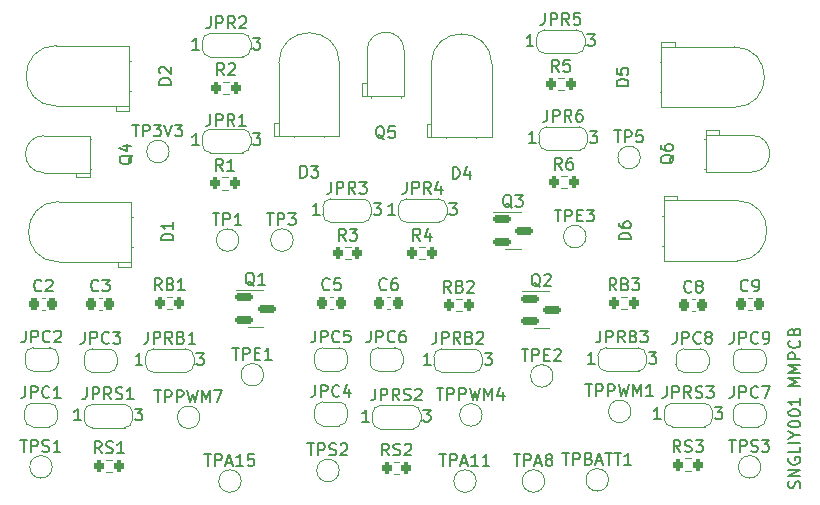
<source format=gbr>
%TF.GenerationSoftware,KiCad,Pcbnew,(7.0.0)*%
%TF.CreationDate,2024-03-24T15:02:48+02:00*%
%TF.ProjectId,MMPCB,4d4d5043-422e-46b6-9963-61645f706362,rev?*%
%TF.SameCoordinates,Original*%
%TF.FileFunction,Legend,Top*%
%TF.FilePolarity,Positive*%
%FSLAX46Y46*%
G04 Gerber Fmt 4.6, Leading zero omitted, Abs format (unit mm)*
G04 Created by KiCad (PCBNEW (7.0.0)) date 2024-03-24 15:02:48*
%MOMM*%
%LPD*%
G01*
G04 APERTURE LIST*
G04 Aperture macros list*
%AMRoundRect*
0 Rectangle with rounded corners*
0 $1 Rounding radius*
0 $2 $3 $4 $5 $6 $7 $8 $9 X,Y pos of 4 corners*
0 Add a 4 corners polygon primitive as box body*
4,1,4,$2,$3,$4,$5,$6,$7,$8,$9,$2,$3,0*
0 Add four circle primitives for the rounded corners*
1,1,$1+$1,$2,$3*
1,1,$1+$1,$4,$5*
1,1,$1+$1,$6,$7*
1,1,$1+$1,$8,$9*
0 Add four rect primitives between the rounded corners*
20,1,$1+$1,$2,$3,$4,$5,0*
20,1,$1+$1,$4,$5,$6,$7,0*
20,1,$1+$1,$6,$7,$8,$9,0*
20,1,$1+$1,$8,$9,$2,$3,0*%
%AMFreePoly0*
4,1,19,0.550000,-0.750000,0.000000,-0.750000,0.000000,-0.744911,-0.071157,-0.744911,-0.207708,-0.704816,-0.327430,-0.627875,-0.420627,-0.520320,-0.479746,-0.390866,-0.500000,-0.250000,-0.500000,0.250000,-0.479746,0.390866,-0.420627,0.520320,-0.327430,0.627875,-0.207708,0.704816,-0.071157,0.744911,0.000000,0.744911,0.000000,0.750000,0.550000,0.750000,0.550000,-0.750000,0.550000,-0.750000,
$1*%
%AMFreePoly1*
4,1,19,0.000000,0.744911,0.071157,0.744911,0.207708,0.704816,0.327430,0.627875,0.420627,0.520320,0.479746,0.390866,0.500000,0.250000,0.500000,-0.250000,0.479746,-0.390866,0.420627,-0.520320,0.327430,-0.627875,0.207708,-0.704816,0.071157,-0.744911,0.000000,-0.744911,0.000000,-0.750000,-0.550000,-0.750000,-0.550000,0.750000,0.000000,0.750000,0.000000,0.744911,0.000000,0.744911,
$1*%
%AMFreePoly2*
4,1,19,0.500000,-0.750000,0.000000,-0.750000,0.000000,-0.744911,-0.071157,-0.744911,-0.207708,-0.704816,-0.327430,-0.627875,-0.420627,-0.520320,-0.479746,-0.390866,-0.500000,-0.250000,-0.500000,0.250000,-0.479746,0.390866,-0.420627,0.520320,-0.327430,0.627875,-0.207708,0.704816,-0.071157,0.744911,0.000000,0.744911,0.000000,0.750000,0.500000,0.750000,0.500000,-0.750000,0.500000,-0.750000,
$1*%
%AMFreePoly3*
4,1,19,0.000000,0.744911,0.071157,0.744911,0.207708,0.704816,0.327430,0.627875,0.420627,0.520320,0.479746,0.390866,0.500000,0.250000,0.500000,-0.250000,0.479746,-0.390866,0.420627,-0.520320,0.327430,-0.627875,0.207708,-0.704816,0.071157,-0.744911,0.000000,-0.744911,0.000000,-0.750000,-0.500000,-0.750000,-0.500000,0.750000,0.000000,0.750000,0.000000,0.744911,0.000000,0.744911,
$1*%
G04 Aperture macros list end*
%ADD10C,0.150000*%
%ADD11C,0.120000*%
%ADD12C,1.500000*%
%ADD13RoundRect,0.200000X-0.200000X-0.275000X0.200000X-0.275000X0.200000X0.275000X-0.200000X0.275000X0*%
%ADD14R,1.800000X1.800000*%
%ADD15C,1.800000*%
%ADD16RoundRect,0.150000X-0.587500X-0.150000X0.587500X-0.150000X0.587500X0.150000X-0.587500X0.150000X0*%
%ADD17FreePoly0,0.000000*%
%ADD18R,1.000000X1.500000*%
%ADD19FreePoly1,0.000000*%
%ADD20FreePoly2,0.000000*%
%ADD21FreePoly3,0.000000*%
%ADD22R,1.700000X1.700000*%
%ADD23O,1.700000X1.700000*%
%ADD24RoundRect,0.225000X-0.225000X-0.250000X0.225000X-0.250000X0.225000X0.250000X-0.225000X0.250000X0*%
G04 APERTURE END LIST*
D10*
X179234761Y-135809523D02*
X179282380Y-135666666D01*
X179282380Y-135666666D02*
X179282380Y-135428571D01*
X179282380Y-135428571D02*
X179234761Y-135333333D01*
X179234761Y-135333333D02*
X179187142Y-135285714D01*
X179187142Y-135285714D02*
X179091904Y-135238095D01*
X179091904Y-135238095D02*
X178996666Y-135238095D01*
X178996666Y-135238095D02*
X178901428Y-135285714D01*
X178901428Y-135285714D02*
X178853809Y-135333333D01*
X178853809Y-135333333D02*
X178806190Y-135428571D01*
X178806190Y-135428571D02*
X178758571Y-135619047D01*
X178758571Y-135619047D02*
X178710952Y-135714285D01*
X178710952Y-135714285D02*
X178663333Y-135761904D01*
X178663333Y-135761904D02*
X178568095Y-135809523D01*
X178568095Y-135809523D02*
X178472857Y-135809523D01*
X178472857Y-135809523D02*
X178377619Y-135761904D01*
X178377619Y-135761904D02*
X178330000Y-135714285D01*
X178330000Y-135714285D02*
X178282380Y-135619047D01*
X178282380Y-135619047D02*
X178282380Y-135380952D01*
X178282380Y-135380952D02*
X178330000Y-135238095D01*
X179282380Y-134809523D02*
X178282380Y-134809523D01*
X178282380Y-134809523D02*
X179282380Y-134238095D01*
X179282380Y-134238095D02*
X178282380Y-134238095D01*
X178330000Y-133238095D02*
X178282380Y-133333333D01*
X178282380Y-133333333D02*
X178282380Y-133476190D01*
X178282380Y-133476190D02*
X178330000Y-133619047D01*
X178330000Y-133619047D02*
X178425238Y-133714285D01*
X178425238Y-133714285D02*
X178520476Y-133761904D01*
X178520476Y-133761904D02*
X178710952Y-133809523D01*
X178710952Y-133809523D02*
X178853809Y-133809523D01*
X178853809Y-133809523D02*
X179044285Y-133761904D01*
X179044285Y-133761904D02*
X179139523Y-133714285D01*
X179139523Y-133714285D02*
X179234761Y-133619047D01*
X179234761Y-133619047D02*
X179282380Y-133476190D01*
X179282380Y-133476190D02*
X179282380Y-133380952D01*
X179282380Y-133380952D02*
X179234761Y-133238095D01*
X179234761Y-133238095D02*
X179187142Y-133190476D01*
X179187142Y-133190476D02*
X178853809Y-133190476D01*
X178853809Y-133190476D02*
X178853809Y-133380952D01*
X179282380Y-132285714D02*
X179282380Y-132761904D01*
X179282380Y-132761904D02*
X178282380Y-132761904D01*
X179282380Y-131952380D02*
X178282380Y-131952380D01*
X178806190Y-131285714D02*
X179282380Y-131285714D01*
X178282380Y-131619047D02*
X178806190Y-131285714D01*
X178806190Y-131285714D02*
X178282380Y-130952381D01*
X178282380Y-130428571D02*
X178282380Y-130333333D01*
X178282380Y-130333333D02*
X178330000Y-130238095D01*
X178330000Y-130238095D02*
X178377619Y-130190476D01*
X178377619Y-130190476D02*
X178472857Y-130142857D01*
X178472857Y-130142857D02*
X178663333Y-130095238D01*
X178663333Y-130095238D02*
X178901428Y-130095238D01*
X178901428Y-130095238D02*
X179091904Y-130142857D01*
X179091904Y-130142857D02*
X179187142Y-130190476D01*
X179187142Y-130190476D02*
X179234761Y-130238095D01*
X179234761Y-130238095D02*
X179282380Y-130333333D01*
X179282380Y-130333333D02*
X179282380Y-130428571D01*
X179282380Y-130428571D02*
X179234761Y-130523809D01*
X179234761Y-130523809D02*
X179187142Y-130571428D01*
X179187142Y-130571428D02*
X179091904Y-130619047D01*
X179091904Y-130619047D02*
X178901428Y-130666666D01*
X178901428Y-130666666D02*
X178663333Y-130666666D01*
X178663333Y-130666666D02*
X178472857Y-130619047D01*
X178472857Y-130619047D02*
X178377619Y-130571428D01*
X178377619Y-130571428D02*
X178330000Y-130523809D01*
X178330000Y-130523809D02*
X178282380Y-130428571D01*
X178282380Y-129476190D02*
X178282380Y-129380952D01*
X178282380Y-129380952D02*
X178330000Y-129285714D01*
X178330000Y-129285714D02*
X178377619Y-129238095D01*
X178377619Y-129238095D02*
X178472857Y-129190476D01*
X178472857Y-129190476D02*
X178663333Y-129142857D01*
X178663333Y-129142857D02*
X178901428Y-129142857D01*
X178901428Y-129142857D02*
X179091904Y-129190476D01*
X179091904Y-129190476D02*
X179187142Y-129238095D01*
X179187142Y-129238095D02*
X179234761Y-129285714D01*
X179234761Y-129285714D02*
X179282380Y-129380952D01*
X179282380Y-129380952D02*
X179282380Y-129476190D01*
X179282380Y-129476190D02*
X179234761Y-129571428D01*
X179234761Y-129571428D02*
X179187142Y-129619047D01*
X179187142Y-129619047D02*
X179091904Y-129666666D01*
X179091904Y-129666666D02*
X178901428Y-129714285D01*
X178901428Y-129714285D02*
X178663333Y-129714285D01*
X178663333Y-129714285D02*
X178472857Y-129666666D01*
X178472857Y-129666666D02*
X178377619Y-129619047D01*
X178377619Y-129619047D02*
X178330000Y-129571428D01*
X178330000Y-129571428D02*
X178282380Y-129476190D01*
X179282380Y-128190476D02*
X179282380Y-128761904D01*
X179282380Y-128476190D02*
X178282380Y-128476190D01*
X178282380Y-128476190D02*
X178425238Y-128571428D01*
X178425238Y-128571428D02*
X178520476Y-128666666D01*
X178520476Y-128666666D02*
X178568095Y-128761904D01*
X179282380Y-127161904D02*
X178282380Y-127161904D01*
X178282380Y-127161904D02*
X178996666Y-126828571D01*
X178996666Y-126828571D02*
X178282380Y-126495238D01*
X178282380Y-126495238D02*
X179282380Y-126495238D01*
X179282380Y-126019047D02*
X178282380Y-126019047D01*
X178282380Y-126019047D02*
X178996666Y-125685714D01*
X178996666Y-125685714D02*
X178282380Y-125352381D01*
X178282380Y-125352381D02*
X179282380Y-125352381D01*
X179282380Y-124876190D02*
X178282380Y-124876190D01*
X178282380Y-124876190D02*
X178282380Y-124495238D01*
X178282380Y-124495238D02*
X178330000Y-124400000D01*
X178330000Y-124400000D02*
X178377619Y-124352381D01*
X178377619Y-124352381D02*
X178472857Y-124304762D01*
X178472857Y-124304762D02*
X178615714Y-124304762D01*
X178615714Y-124304762D02*
X178710952Y-124352381D01*
X178710952Y-124352381D02*
X178758571Y-124400000D01*
X178758571Y-124400000D02*
X178806190Y-124495238D01*
X178806190Y-124495238D02*
X178806190Y-124876190D01*
X179187142Y-123304762D02*
X179234761Y-123352381D01*
X179234761Y-123352381D02*
X179282380Y-123495238D01*
X179282380Y-123495238D02*
X179282380Y-123590476D01*
X179282380Y-123590476D02*
X179234761Y-123733333D01*
X179234761Y-123733333D02*
X179139523Y-123828571D01*
X179139523Y-123828571D02*
X179044285Y-123876190D01*
X179044285Y-123876190D02*
X178853809Y-123923809D01*
X178853809Y-123923809D02*
X178710952Y-123923809D01*
X178710952Y-123923809D02*
X178520476Y-123876190D01*
X178520476Y-123876190D02*
X178425238Y-123828571D01*
X178425238Y-123828571D02*
X178330000Y-123733333D01*
X178330000Y-123733333D02*
X178282380Y-123590476D01*
X178282380Y-123590476D02*
X178282380Y-123495238D01*
X178282380Y-123495238D02*
X178330000Y-123352381D01*
X178330000Y-123352381D02*
X178377619Y-123304762D01*
X178758571Y-122542857D02*
X178806190Y-122400000D01*
X178806190Y-122400000D02*
X178853809Y-122352381D01*
X178853809Y-122352381D02*
X178949047Y-122304762D01*
X178949047Y-122304762D02*
X179091904Y-122304762D01*
X179091904Y-122304762D02*
X179187142Y-122352381D01*
X179187142Y-122352381D02*
X179234761Y-122400000D01*
X179234761Y-122400000D02*
X179282380Y-122495238D01*
X179282380Y-122495238D02*
X179282380Y-122876190D01*
X179282380Y-122876190D02*
X178282380Y-122876190D01*
X178282380Y-122876190D02*
X178282380Y-122542857D01*
X178282380Y-122542857D02*
X178330000Y-122447619D01*
X178330000Y-122447619D02*
X178377619Y-122400000D01*
X178377619Y-122400000D02*
X178472857Y-122352381D01*
X178472857Y-122352381D02*
X178568095Y-122352381D01*
X178568095Y-122352381D02*
X178663333Y-122400000D01*
X178663333Y-122400000D02*
X178710952Y-122447619D01*
X178710952Y-122447619D02*
X178758571Y-122542857D01*
X178758571Y-122542857D02*
X178758571Y-122876190D01*
%TO.C,TPS3*%
X173261905Y-131719380D02*
X173833333Y-131719380D01*
X173547619Y-132719380D02*
X173547619Y-131719380D01*
X174166667Y-132719380D02*
X174166667Y-131719380D01*
X174166667Y-131719380D02*
X174547619Y-131719380D01*
X174547619Y-131719380D02*
X174642857Y-131767000D01*
X174642857Y-131767000D02*
X174690476Y-131814619D01*
X174690476Y-131814619D02*
X174738095Y-131909857D01*
X174738095Y-131909857D02*
X174738095Y-132052714D01*
X174738095Y-132052714D02*
X174690476Y-132147952D01*
X174690476Y-132147952D02*
X174642857Y-132195571D01*
X174642857Y-132195571D02*
X174547619Y-132243190D01*
X174547619Y-132243190D02*
X174166667Y-132243190D01*
X175119048Y-132671761D02*
X175261905Y-132719380D01*
X175261905Y-132719380D02*
X175500000Y-132719380D01*
X175500000Y-132719380D02*
X175595238Y-132671761D01*
X175595238Y-132671761D02*
X175642857Y-132624142D01*
X175642857Y-132624142D02*
X175690476Y-132528904D01*
X175690476Y-132528904D02*
X175690476Y-132433666D01*
X175690476Y-132433666D02*
X175642857Y-132338428D01*
X175642857Y-132338428D02*
X175595238Y-132290809D01*
X175595238Y-132290809D02*
X175500000Y-132243190D01*
X175500000Y-132243190D02*
X175309524Y-132195571D01*
X175309524Y-132195571D02*
X175214286Y-132147952D01*
X175214286Y-132147952D02*
X175166667Y-132100333D01*
X175166667Y-132100333D02*
X175119048Y-132005095D01*
X175119048Y-132005095D02*
X175119048Y-131909857D01*
X175119048Y-131909857D02*
X175166667Y-131814619D01*
X175166667Y-131814619D02*
X175214286Y-131767000D01*
X175214286Y-131767000D02*
X175309524Y-131719380D01*
X175309524Y-131719380D02*
X175547619Y-131719380D01*
X175547619Y-131719380D02*
X175690476Y-131767000D01*
X176023810Y-131719380D02*
X176642857Y-131719380D01*
X176642857Y-131719380D02*
X176309524Y-132100333D01*
X176309524Y-132100333D02*
X176452381Y-132100333D01*
X176452381Y-132100333D02*
X176547619Y-132147952D01*
X176547619Y-132147952D02*
X176595238Y-132195571D01*
X176595238Y-132195571D02*
X176642857Y-132290809D01*
X176642857Y-132290809D02*
X176642857Y-132528904D01*
X176642857Y-132528904D02*
X176595238Y-132624142D01*
X176595238Y-132624142D02*
X176547619Y-132671761D01*
X176547619Y-132671761D02*
X176452381Y-132719380D01*
X176452381Y-132719380D02*
X176166667Y-132719380D01*
X176166667Y-132719380D02*
X176071429Y-132671761D01*
X176071429Y-132671761D02*
X176023810Y-132624142D01*
%TO.C,TPS2*%
X137561905Y-132019380D02*
X138133333Y-132019380D01*
X137847619Y-133019380D02*
X137847619Y-132019380D01*
X138466667Y-133019380D02*
X138466667Y-132019380D01*
X138466667Y-132019380D02*
X138847619Y-132019380D01*
X138847619Y-132019380D02*
X138942857Y-132067000D01*
X138942857Y-132067000D02*
X138990476Y-132114619D01*
X138990476Y-132114619D02*
X139038095Y-132209857D01*
X139038095Y-132209857D02*
X139038095Y-132352714D01*
X139038095Y-132352714D02*
X138990476Y-132447952D01*
X138990476Y-132447952D02*
X138942857Y-132495571D01*
X138942857Y-132495571D02*
X138847619Y-132543190D01*
X138847619Y-132543190D02*
X138466667Y-132543190D01*
X139419048Y-132971761D02*
X139561905Y-133019380D01*
X139561905Y-133019380D02*
X139800000Y-133019380D01*
X139800000Y-133019380D02*
X139895238Y-132971761D01*
X139895238Y-132971761D02*
X139942857Y-132924142D01*
X139942857Y-132924142D02*
X139990476Y-132828904D01*
X139990476Y-132828904D02*
X139990476Y-132733666D01*
X139990476Y-132733666D02*
X139942857Y-132638428D01*
X139942857Y-132638428D02*
X139895238Y-132590809D01*
X139895238Y-132590809D02*
X139800000Y-132543190D01*
X139800000Y-132543190D02*
X139609524Y-132495571D01*
X139609524Y-132495571D02*
X139514286Y-132447952D01*
X139514286Y-132447952D02*
X139466667Y-132400333D01*
X139466667Y-132400333D02*
X139419048Y-132305095D01*
X139419048Y-132305095D02*
X139419048Y-132209857D01*
X139419048Y-132209857D02*
X139466667Y-132114619D01*
X139466667Y-132114619D02*
X139514286Y-132067000D01*
X139514286Y-132067000D02*
X139609524Y-132019380D01*
X139609524Y-132019380D02*
X139847619Y-132019380D01*
X139847619Y-132019380D02*
X139990476Y-132067000D01*
X140371429Y-132114619D02*
X140419048Y-132067000D01*
X140419048Y-132067000D02*
X140514286Y-132019380D01*
X140514286Y-132019380D02*
X140752381Y-132019380D01*
X140752381Y-132019380D02*
X140847619Y-132067000D01*
X140847619Y-132067000D02*
X140895238Y-132114619D01*
X140895238Y-132114619D02*
X140942857Y-132209857D01*
X140942857Y-132209857D02*
X140942857Y-132305095D01*
X140942857Y-132305095D02*
X140895238Y-132447952D01*
X140895238Y-132447952D02*
X140323810Y-133019380D01*
X140323810Y-133019380D02*
X140942857Y-133019380D01*
%TO.C,TPS1*%
X113261905Y-131719380D02*
X113833333Y-131719380D01*
X113547619Y-132719380D02*
X113547619Y-131719380D01*
X114166667Y-132719380D02*
X114166667Y-131719380D01*
X114166667Y-131719380D02*
X114547619Y-131719380D01*
X114547619Y-131719380D02*
X114642857Y-131767000D01*
X114642857Y-131767000D02*
X114690476Y-131814619D01*
X114690476Y-131814619D02*
X114738095Y-131909857D01*
X114738095Y-131909857D02*
X114738095Y-132052714D01*
X114738095Y-132052714D02*
X114690476Y-132147952D01*
X114690476Y-132147952D02*
X114642857Y-132195571D01*
X114642857Y-132195571D02*
X114547619Y-132243190D01*
X114547619Y-132243190D02*
X114166667Y-132243190D01*
X115119048Y-132671761D02*
X115261905Y-132719380D01*
X115261905Y-132719380D02*
X115500000Y-132719380D01*
X115500000Y-132719380D02*
X115595238Y-132671761D01*
X115595238Y-132671761D02*
X115642857Y-132624142D01*
X115642857Y-132624142D02*
X115690476Y-132528904D01*
X115690476Y-132528904D02*
X115690476Y-132433666D01*
X115690476Y-132433666D02*
X115642857Y-132338428D01*
X115642857Y-132338428D02*
X115595238Y-132290809D01*
X115595238Y-132290809D02*
X115500000Y-132243190D01*
X115500000Y-132243190D02*
X115309524Y-132195571D01*
X115309524Y-132195571D02*
X115214286Y-132147952D01*
X115214286Y-132147952D02*
X115166667Y-132100333D01*
X115166667Y-132100333D02*
X115119048Y-132005095D01*
X115119048Y-132005095D02*
X115119048Y-131909857D01*
X115119048Y-131909857D02*
X115166667Y-131814619D01*
X115166667Y-131814619D02*
X115214286Y-131767000D01*
X115214286Y-131767000D02*
X115309524Y-131719380D01*
X115309524Y-131719380D02*
X115547619Y-131719380D01*
X115547619Y-131719380D02*
X115690476Y-131767000D01*
X116642857Y-132719380D02*
X116071429Y-132719380D01*
X116357143Y-132719380D02*
X116357143Y-131719380D01*
X116357143Y-131719380D02*
X116261905Y-131862238D01*
X116261905Y-131862238D02*
X116166667Y-131957476D01*
X116166667Y-131957476D02*
X116071429Y-132005095D01*
%TO.C,TPE3*%
X158485714Y-112219380D02*
X159057142Y-112219380D01*
X158771428Y-113219380D02*
X158771428Y-112219380D01*
X159390476Y-113219380D02*
X159390476Y-112219380D01*
X159390476Y-112219380D02*
X159771428Y-112219380D01*
X159771428Y-112219380D02*
X159866666Y-112267000D01*
X159866666Y-112267000D02*
X159914285Y-112314619D01*
X159914285Y-112314619D02*
X159961904Y-112409857D01*
X159961904Y-112409857D02*
X159961904Y-112552714D01*
X159961904Y-112552714D02*
X159914285Y-112647952D01*
X159914285Y-112647952D02*
X159866666Y-112695571D01*
X159866666Y-112695571D02*
X159771428Y-112743190D01*
X159771428Y-112743190D02*
X159390476Y-112743190D01*
X160390476Y-112695571D02*
X160723809Y-112695571D01*
X160866666Y-113219380D02*
X160390476Y-113219380D01*
X160390476Y-113219380D02*
X160390476Y-112219380D01*
X160390476Y-112219380D02*
X160866666Y-112219380D01*
X161200000Y-112219380D02*
X161819047Y-112219380D01*
X161819047Y-112219380D02*
X161485714Y-112600333D01*
X161485714Y-112600333D02*
X161628571Y-112600333D01*
X161628571Y-112600333D02*
X161723809Y-112647952D01*
X161723809Y-112647952D02*
X161771428Y-112695571D01*
X161771428Y-112695571D02*
X161819047Y-112790809D01*
X161819047Y-112790809D02*
X161819047Y-113028904D01*
X161819047Y-113028904D02*
X161771428Y-113124142D01*
X161771428Y-113124142D02*
X161723809Y-113171761D01*
X161723809Y-113171761D02*
X161628571Y-113219380D01*
X161628571Y-113219380D02*
X161342857Y-113219380D01*
X161342857Y-113219380D02*
X161247619Y-113171761D01*
X161247619Y-113171761D02*
X161200000Y-113124142D01*
%TO.C,TPE2*%
X155685714Y-124019380D02*
X156257142Y-124019380D01*
X155971428Y-125019380D02*
X155971428Y-124019380D01*
X156590476Y-125019380D02*
X156590476Y-124019380D01*
X156590476Y-124019380D02*
X156971428Y-124019380D01*
X156971428Y-124019380D02*
X157066666Y-124067000D01*
X157066666Y-124067000D02*
X157114285Y-124114619D01*
X157114285Y-124114619D02*
X157161904Y-124209857D01*
X157161904Y-124209857D02*
X157161904Y-124352714D01*
X157161904Y-124352714D02*
X157114285Y-124447952D01*
X157114285Y-124447952D02*
X157066666Y-124495571D01*
X157066666Y-124495571D02*
X156971428Y-124543190D01*
X156971428Y-124543190D02*
X156590476Y-124543190D01*
X157590476Y-124495571D02*
X157923809Y-124495571D01*
X158066666Y-125019380D02*
X157590476Y-125019380D01*
X157590476Y-125019380D02*
X157590476Y-124019380D01*
X157590476Y-124019380D02*
X158066666Y-124019380D01*
X158447619Y-124114619D02*
X158495238Y-124067000D01*
X158495238Y-124067000D02*
X158590476Y-124019380D01*
X158590476Y-124019380D02*
X158828571Y-124019380D01*
X158828571Y-124019380D02*
X158923809Y-124067000D01*
X158923809Y-124067000D02*
X158971428Y-124114619D01*
X158971428Y-124114619D02*
X159019047Y-124209857D01*
X159019047Y-124209857D02*
X159019047Y-124305095D01*
X159019047Y-124305095D02*
X158971428Y-124447952D01*
X158971428Y-124447952D02*
X158400000Y-125019380D01*
X158400000Y-125019380D02*
X159019047Y-125019380D01*
%TO.C,TPE1*%
X131185714Y-123919380D02*
X131757142Y-123919380D01*
X131471428Y-124919380D02*
X131471428Y-123919380D01*
X132090476Y-124919380D02*
X132090476Y-123919380D01*
X132090476Y-123919380D02*
X132471428Y-123919380D01*
X132471428Y-123919380D02*
X132566666Y-123967000D01*
X132566666Y-123967000D02*
X132614285Y-124014619D01*
X132614285Y-124014619D02*
X132661904Y-124109857D01*
X132661904Y-124109857D02*
X132661904Y-124252714D01*
X132661904Y-124252714D02*
X132614285Y-124347952D01*
X132614285Y-124347952D02*
X132566666Y-124395571D01*
X132566666Y-124395571D02*
X132471428Y-124443190D01*
X132471428Y-124443190D02*
X132090476Y-124443190D01*
X133090476Y-124395571D02*
X133423809Y-124395571D01*
X133566666Y-124919380D02*
X133090476Y-124919380D01*
X133090476Y-124919380D02*
X133090476Y-123919380D01*
X133090476Y-123919380D02*
X133566666Y-123919380D01*
X134519047Y-124919380D02*
X133947619Y-124919380D01*
X134233333Y-124919380D02*
X134233333Y-123919380D01*
X134233333Y-123919380D02*
X134138095Y-124062238D01*
X134138095Y-124062238D02*
X134042857Y-124157476D01*
X134042857Y-124157476D02*
X133947619Y-124205095D01*
%TO.C,TPPWM7*%
X124595238Y-127519380D02*
X125166666Y-127519380D01*
X124880952Y-128519380D02*
X124880952Y-127519380D01*
X125500000Y-128519380D02*
X125500000Y-127519380D01*
X125500000Y-127519380D02*
X125880952Y-127519380D01*
X125880952Y-127519380D02*
X125976190Y-127567000D01*
X125976190Y-127567000D02*
X126023809Y-127614619D01*
X126023809Y-127614619D02*
X126071428Y-127709857D01*
X126071428Y-127709857D02*
X126071428Y-127852714D01*
X126071428Y-127852714D02*
X126023809Y-127947952D01*
X126023809Y-127947952D02*
X125976190Y-127995571D01*
X125976190Y-127995571D02*
X125880952Y-128043190D01*
X125880952Y-128043190D02*
X125500000Y-128043190D01*
X126500000Y-128519380D02*
X126500000Y-127519380D01*
X126500000Y-127519380D02*
X126880952Y-127519380D01*
X126880952Y-127519380D02*
X126976190Y-127567000D01*
X126976190Y-127567000D02*
X127023809Y-127614619D01*
X127023809Y-127614619D02*
X127071428Y-127709857D01*
X127071428Y-127709857D02*
X127071428Y-127852714D01*
X127071428Y-127852714D02*
X127023809Y-127947952D01*
X127023809Y-127947952D02*
X126976190Y-127995571D01*
X126976190Y-127995571D02*
X126880952Y-128043190D01*
X126880952Y-128043190D02*
X126500000Y-128043190D01*
X127404762Y-127519380D02*
X127642857Y-128519380D01*
X127642857Y-128519380D02*
X127833333Y-127805095D01*
X127833333Y-127805095D02*
X128023809Y-128519380D01*
X128023809Y-128519380D02*
X128261905Y-127519380D01*
X128642857Y-128519380D02*
X128642857Y-127519380D01*
X128642857Y-127519380D02*
X128976190Y-128233666D01*
X128976190Y-128233666D02*
X129309523Y-127519380D01*
X129309523Y-127519380D02*
X129309523Y-128519380D01*
X129690476Y-127519380D02*
X130357142Y-127519380D01*
X130357142Y-127519380D02*
X129928571Y-128519380D01*
%TO.C,TPPWM4*%
X148495238Y-127319380D02*
X149066666Y-127319380D01*
X148780952Y-128319380D02*
X148780952Y-127319380D01*
X149400000Y-128319380D02*
X149400000Y-127319380D01*
X149400000Y-127319380D02*
X149780952Y-127319380D01*
X149780952Y-127319380D02*
X149876190Y-127367000D01*
X149876190Y-127367000D02*
X149923809Y-127414619D01*
X149923809Y-127414619D02*
X149971428Y-127509857D01*
X149971428Y-127509857D02*
X149971428Y-127652714D01*
X149971428Y-127652714D02*
X149923809Y-127747952D01*
X149923809Y-127747952D02*
X149876190Y-127795571D01*
X149876190Y-127795571D02*
X149780952Y-127843190D01*
X149780952Y-127843190D02*
X149400000Y-127843190D01*
X150400000Y-128319380D02*
X150400000Y-127319380D01*
X150400000Y-127319380D02*
X150780952Y-127319380D01*
X150780952Y-127319380D02*
X150876190Y-127367000D01*
X150876190Y-127367000D02*
X150923809Y-127414619D01*
X150923809Y-127414619D02*
X150971428Y-127509857D01*
X150971428Y-127509857D02*
X150971428Y-127652714D01*
X150971428Y-127652714D02*
X150923809Y-127747952D01*
X150923809Y-127747952D02*
X150876190Y-127795571D01*
X150876190Y-127795571D02*
X150780952Y-127843190D01*
X150780952Y-127843190D02*
X150400000Y-127843190D01*
X151304762Y-127319380D02*
X151542857Y-128319380D01*
X151542857Y-128319380D02*
X151733333Y-127605095D01*
X151733333Y-127605095D02*
X151923809Y-128319380D01*
X151923809Y-128319380D02*
X152161905Y-127319380D01*
X152542857Y-128319380D02*
X152542857Y-127319380D01*
X152542857Y-127319380D02*
X152876190Y-128033666D01*
X152876190Y-128033666D02*
X153209523Y-127319380D01*
X153209523Y-127319380D02*
X153209523Y-128319380D01*
X154114285Y-127652714D02*
X154114285Y-128319380D01*
X153876190Y-127271761D02*
X153638095Y-127986047D01*
X153638095Y-127986047D02*
X154257142Y-127986047D01*
%TO.C,TPPWM1*%
X161095238Y-127019380D02*
X161666666Y-127019380D01*
X161380952Y-128019380D02*
X161380952Y-127019380D01*
X162000000Y-128019380D02*
X162000000Y-127019380D01*
X162000000Y-127019380D02*
X162380952Y-127019380D01*
X162380952Y-127019380D02*
X162476190Y-127067000D01*
X162476190Y-127067000D02*
X162523809Y-127114619D01*
X162523809Y-127114619D02*
X162571428Y-127209857D01*
X162571428Y-127209857D02*
X162571428Y-127352714D01*
X162571428Y-127352714D02*
X162523809Y-127447952D01*
X162523809Y-127447952D02*
X162476190Y-127495571D01*
X162476190Y-127495571D02*
X162380952Y-127543190D01*
X162380952Y-127543190D02*
X162000000Y-127543190D01*
X163000000Y-128019380D02*
X163000000Y-127019380D01*
X163000000Y-127019380D02*
X163380952Y-127019380D01*
X163380952Y-127019380D02*
X163476190Y-127067000D01*
X163476190Y-127067000D02*
X163523809Y-127114619D01*
X163523809Y-127114619D02*
X163571428Y-127209857D01*
X163571428Y-127209857D02*
X163571428Y-127352714D01*
X163571428Y-127352714D02*
X163523809Y-127447952D01*
X163523809Y-127447952D02*
X163476190Y-127495571D01*
X163476190Y-127495571D02*
X163380952Y-127543190D01*
X163380952Y-127543190D02*
X163000000Y-127543190D01*
X163904762Y-127019380D02*
X164142857Y-128019380D01*
X164142857Y-128019380D02*
X164333333Y-127305095D01*
X164333333Y-127305095D02*
X164523809Y-128019380D01*
X164523809Y-128019380D02*
X164761905Y-127019380D01*
X165142857Y-128019380D02*
X165142857Y-127019380D01*
X165142857Y-127019380D02*
X165476190Y-127733666D01*
X165476190Y-127733666D02*
X165809523Y-127019380D01*
X165809523Y-127019380D02*
X165809523Y-128019380D01*
X166809523Y-128019380D02*
X166238095Y-128019380D01*
X166523809Y-128019380D02*
X166523809Y-127019380D01*
X166523809Y-127019380D02*
X166428571Y-127162238D01*
X166428571Y-127162238D02*
X166333333Y-127257476D01*
X166333333Y-127257476D02*
X166238095Y-127305095D01*
%TO.C,TPBATT1*%
X159147619Y-132819380D02*
X159719047Y-132819380D01*
X159433333Y-133819380D02*
X159433333Y-132819380D01*
X160052381Y-133819380D02*
X160052381Y-132819380D01*
X160052381Y-132819380D02*
X160433333Y-132819380D01*
X160433333Y-132819380D02*
X160528571Y-132867000D01*
X160528571Y-132867000D02*
X160576190Y-132914619D01*
X160576190Y-132914619D02*
X160623809Y-133009857D01*
X160623809Y-133009857D02*
X160623809Y-133152714D01*
X160623809Y-133152714D02*
X160576190Y-133247952D01*
X160576190Y-133247952D02*
X160528571Y-133295571D01*
X160528571Y-133295571D02*
X160433333Y-133343190D01*
X160433333Y-133343190D02*
X160052381Y-133343190D01*
X161385714Y-133295571D02*
X161528571Y-133343190D01*
X161528571Y-133343190D02*
X161576190Y-133390809D01*
X161576190Y-133390809D02*
X161623809Y-133486047D01*
X161623809Y-133486047D02*
X161623809Y-133628904D01*
X161623809Y-133628904D02*
X161576190Y-133724142D01*
X161576190Y-133724142D02*
X161528571Y-133771761D01*
X161528571Y-133771761D02*
X161433333Y-133819380D01*
X161433333Y-133819380D02*
X161052381Y-133819380D01*
X161052381Y-133819380D02*
X161052381Y-132819380D01*
X161052381Y-132819380D02*
X161385714Y-132819380D01*
X161385714Y-132819380D02*
X161480952Y-132867000D01*
X161480952Y-132867000D02*
X161528571Y-132914619D01*
X161528571Y-132914619D02*
X161576190Y-133009857D01*
X161576190Y-133009857D02*
X161576190Y-133105095D01*
X161576190Y-133105095D02*
X161528571Y-133200333D01*
X161528571Y-133200333D02*
X161480952Y-133247952D01*
X161480952Y-133247952D02*
X161385714Y-133295571D01*
X161385714Y-133295571D02*
X161052381Y-133295571D01*
X162004762Y-133533666D02*
X162480952Y-133533666D01*
X161909524Y-133819380D02*
X162242857Y-132819380D01*
X162242857Y-132819380D02*
X162576190Y-133819380D01*
X162766667Y-132819380D02*
X163338095Y-132819380D01*
X163052381Y-133819380D02*
X163052381Y-132819380D01*
X163528572Y-132819380D02*
X164100000Y-132819380D01*
X163814286Y-133819380D02*
X163814286Y-132819380D01*
X164957143Y-133819380D02*
X164385715Y-133819380D01*
X164671429Y-133819380D02*
X164671429Y-132819380D01*
X164671429Y-132819380D02*
X164576191Y-132962238D01*
X164576191Y-132962238D02*
X164480953Y-133057476D01*
X164480953Y-133057476D02*
X164385715Y-133105095D01*
%TO.C,TPA15*%
X128833333Y-132919380D02*
X129404761Y-132919380D01*
X129119047Y-133919380D02*
X129119047Y-132919380D01*
X129738095Y-133919380D02*
X129738095Y-132919380D01*
X129738095Y-132919380D02*
X130119047Y-132919380D01*
X130119047Y-132919380D02*
X130214285Y-132967000D01*
X130214285Y-132967000D02*
X130261904Y-133014619D01*
X130261904Y-133014619D02*
X130309523Y-133109857D01*
X130309523Y-133109857D02*
X130309523Y-133252714D01*
X130309523Y-133252714D02*
X130261904Y-133347952D01*
X130261904Y-133347952D02*
X130214285Y-133395571D01*
X130214285Y-133395571D02*
X130119047Y-133443190D01*
X130119047Y-133443190D02*
X129738095Y-133443190D01*
X130690476Y-133633666D02*
X131166666Y-133633666D01*
X130595238Y-133919380D02*
X130928571Y-132919380D01*
X130928571Y-132919380D02*
X131261904Y-133919380D01*
X132119047Y-133919380D02*
X131547619Y-133919380D01*
X131833333Y-133919380D02*
X131833333Y-132919380D01*
X131833333Y-132919380D02*
X131738095Y-133062238D01*
X131738095Y-133062238D02*
X131642857Y-133157476D01*
X131642857Y-133157476D02*
X131547619Y-133205095D01*
X133023809Y-132919380D02*
X132547619Y-132919380D01*
X132547619Y-132919380D02*
X132500000Y-133395571D01*
X132500000Y-133395571D02*
X132547619Y-133347952D01*
X132547619Y-133347952D02*
X132642857Y-133300333D01*
X132642857Y-133300333D02*
X132880952Y-133300333D01*
X132880952Y-133300333D02*
X132976190Y-133347952D01*
X132976190Y-133347952D02*
X133023809Y-133395571D01*
X133023809Y-133395571D02*
X133071428Y-133490809D01*
X133071428Y-133490809D02*
X133071428Y-133728904D01*
X133071428Y-133728904D02*
X133023809Y-133824142D01*
X133023809Y-133824142D02*
X132976190Y-133871761D01*
X132976190Y-133871761D02*
X132880952Y-133919380D01*
X132880952Y-133919380D02*
X132642857Y-133919380D01*
X132642857Y-133919380D02*
X132547619Y-133871761D01*
X132547619Y-133871761D02*
X132500000Y-133824142D01*
%TO.C,TPA11*%
X148733333Y-132919380D02*
X149304761Y-132919380D01*
X149019047Y-133919380D02*
X149019047Y-132919380D01*
X149638095Y-133919380D02*
X149638095Y-132919380D01*
X149638095Y-132919380D02*
X150019047Y-132919380D01*
X150019047Y-132919380D02*
X150114285Y-132967000D01*
X150114285Y-132967000D02*
X150161904Y-133014619D01*
X150161904Y-133014619D02*
X150209523Y-133109857D01*
X150209523Y-133109857D02*
X150209523Y-133252714D01*
X150209523Y-133252714D02*
X150161904Y-133347952D01*
X150161904Y-133347952D02*
X150114285Y-133395571D01*
X150114285Y-133395571D02*
X150019047Y-133443190D01*
X150019047Y-133443190D02*
X149638095Y-133443190D01*
X150590476Y-133633666D02*
X151066666Y-133633666D01*
X150495238Y-133919380D02*
X150828571Y-132919380D01*
X150828571Y-132919380D02*
X151161904Y-133919380D01*
X152019047Y-133919380D02*
X151447619Y-133919380D01*
X151733333Y-133919380D02*
X151733333Y-132919380D01*
X151733333Y-132919380D02*
X151638095Y-133062238D01*
X151638095Y-133062238D02*
X151542857Y-133157476D01*
X151542857Y-133157476D02*
X151447619Y-133205095D01*
X152971428Y-133919380D02*
X152400000Y-133919380D01*
X152685714Y-133919380D02*
X152685714Y-132919380D01*
X152685714Y-132919380D02*
X152590476Y-133062238D01*
X152590476Y-133062238D02*
X152495238Y-133157476D01*
X152495238Y-133157476D02*
X152400000Y-133205095D01*
%TO.C,TPA8*%
X155009524Y-132919380D02*
X155580952Y-132919380D01*
X155295238Y-133919380D02*
X155295238Y-132919380D01*
X155914286Y-133919380D02*
X155914286Y-132919380D01*
X155914286Y-132919380D02*
X156295238Y-132919380D01*
X156295238Y-132919380D02*
X156390476Y-132967000D01*
X156390476Y-132967000D02*
X156438095Y-133014619D01*
X156438095Y-133014619D02*
X156485714Y-133109857D01*
X156485714Y-133109857D02*
X156485714Y-133252714D01*
X156485714Y-133252714D02*
X156438095Y-133347952D01*
X156438095Y-133347952D02*
X156390476Y-133395571D01*
X156390476Y-133395571D02*
X156295238Y-133443190D01*
X156295238Y-133443190D02*
X155914286Y-133443190D01*
X156866667Y-133633666D02*
X157342857Y-133633666D01*
X156771429Y-133919380D02*
X157104762Y-132919380D01*
X157104762Y-132919380D02*
X157438095Y-133919380D01*
X157914286Y-133347952D02*
X157819048Y-133300333D01*
X157819048Y-133300333D02*
X157771429Y-133252714D01*
X157771429Y-133252714D02*
X157723810Y-133157476D01*
X157723810Y-133157476D02*
X157723810Y-133109857D01*
X157723810Y-133109857D02*
X157771429Y-133014619D01*
X157771429Y-133014619D02*
X157819048Y-132967000D01*
X157819048Y-132967000D02*
X157914286Y-132919380D01*
X157914286Y-132919380D02*
X158104762Y-132919380D01*
X158104762Y-132919380D02*
X158200000Y-132967000D01*
X158200000Y-132967000D02*
X158247619Y-133014619D01*
X158247619Y-133014619D02*
X158295238Y-133109857D01*
X158295238Y-133109857D02*
X158295238Y-133157476D01*
X158295238Y-133157476D02*
X158247619Y-133252714D01*
X158247619Y-133252714D02*
X158200000Y-133300333D01*
X158200000Y-133300333D02*
X158104762Y-133347952D01*
X158104762Y-133347952D02*
X157914286Y-133347952D01*
X157914286Y-133347952D02*
X157819048Y-133395571D01*
X157819048Y-133395571D02*
X157771429Y-133443190D01*
X157771429Y-133443190D02*
X157723810Y-133538428D01*
X157723810Y-133538428D02*
X157723810Y-133728904D01*
X157723810Y-133728904D02*
X157771429Y-133824142D01*
X157771429Y-133824142D02*
X157819048Y-133871761D01*
X157819048Y-133871761D02*
X157914286Y-133919380D01*
X157914286Y-133919380D02*
X158104762Y-133919380D01*
X158104762Y-133919380D02*
X158200000Y-133871761D01*
X158200000Y-133871761D02*
X158247619Y-133824142D01*
X158247619Y-133824142D02*
X158295238Y-133728904D01*
X158295238Y-133728904D02*
X158295238Y-133538428D01*
X158295238Y-133538428D02*
X158247619Y-133443190D01*
X158247619Y-133443190D02*
X158200000Y-133395571D01*
X158200000Y-133395571D02*
X158104762Y-133347952D01*
%TO.C,TP5*%
X163538095Y-105519380D02*
X164109523Y-105519380D01*
X163823809Y-106519380D02*
X163823809Y-105519380D01*
X164442857Y-106519380D02*
X164442857Y-105519380D01*
X164442857Y-105519380D02*
X164823809Y-105519380D01*
X164823809Y-105519380D02*
X164919047Y-105567000D01*
X164919047Y-105567000D02*
X164966666Y-105614619D01*
X164966666Y-105614619D02*
X165014285Y-105709857D01*
X165014285Y-105709857D02*
X165014285Y-105852714D01*
X165014285Y-105852714D02*
X164966666Y-105947952D01*
X164966666Y-105947952D02*
X164919047Y-105995571D01*
X164919047Y-105995571D02*
X164823809Y-106043190D01*
X164823809Y-106043190D02*
X164442857Y-106043190D01*
X165919047Y-105519380D02*
X165442857Y-105519380D01*
X165442857Y-105519380D02*
X165395238Y-105995571D01*
X165395238Y-105995571D02*
X165442857Y-105947952D01*
X165442857Y-105947952D02*
X165538095Y-105900333D01*
X165538095Y-105900333D02*
X165776190Y-105900333D01*
X165776190Y-105900333D02*
X165871428Y-105947952D01*
X165871428Y-105947952D02*
X165919047Y-105995571D01*
X165919047Y-105995571D02*
X165966666Y-106090809D01*
X165966666Y-106090809D02*
X165966666Y-106328904D01*
X165966666Y-106328904D02*
X165919047Y-106424142D01*
X165919047Y-106424142D02*
X165871428Y-106471761D01*
X165871428Y-106471761D02*
X165776190Y-106519380D01*
X165776190Y-106519380D02*
X165538095Y-106519380D01*
X165538095Y-106519380D02*
X165442857Y-106471761D01*
X165442857Y-106471761D02*
X165395238Y-106424142D01*
%TO.C,TP3V3*%
X122733333Y-105019380D02*
X123304761Y-105019380D01*
X123019047Y-106019380D02*
X123019047Y-105019380D01*
X123638095Y-106019380D02*
X123638095Y-105019380D01*
X123638095Y-105019380D02*
X124019047Y-105019380D01*
X124019047Y-105019380D02*
X124114285Y-105067000D01*
X124114285Y-105067000D02*
X124161904Y-105114619D01*
X124161904Y-105114619D02*
X124209523Y-105209857D01*
X124209523Y-105209857D02*
X124209523Y-105352714D01*
X124209523Y-105352714D02*
X124161904Y-105447952D01*
X124161904Y-105447952D02*
X124114285Y-105495571D01*
X124114285Y-105495571D02*
X124019047Y-105543190D01*
X124019047Y-105543190D02*
X123638095Y-105543190D01*
X124542857Y-105019380D02*
X125161904Y-105019380D01*
X125161904Y-105019380D02*
X124828571Y-105400333D01*
X124828571Y-105400333D02*
X124971428Y-105400333D01*
X124971428Y-105400333D02*
X125066666Y-105447952D01*
X125066666Y-105447952D02*
X125114285Y-105495571D01*
X125114285Y-105495571D02*
X125161904Y-105590809D01*
X125161904Y-105590809D02*
X125161904Y-105828904D01*
X125161904Y-105828904D02*
X125114285Y-105924142D01*
X125114285Y-105924142D02*
X125066666Y-105971761D01*
X125066666Y-105971761D02*
X124971428Y-106019380D01*
X124971428Y-106019380D02*
X124685714Y-106019380D01*
X124685714Y-106019380D02*
X124590476Y-105971761D01*
X124590476Y-105971761D02*
X124542857Y-105924142D01*
X125447619Y-105019380D02*
X125780952Y-106019380D01*
X125780952Y-106019380D02*
X126114285Y-105019380D01*
X126352381Y-105019380D02*
X126971428Y-105019380D01*
X126971428Y-105019380D02*
X126638095Y-105400333D01*
X126638095Y-105400333D02*
X126780952Y-105400333D01*
X126780952Y-105400333D02*
X126876190Y-105447952D01*
X126876190Y-105447952D02*
X126923809Y-105495571D01*
X126923809Y-105495571D02*
X126971428Y-105590809D01*
X126971428Y-105590809D02*
X126971428Y-105828904D01*
X126971428Y-105828904D02*
X126923809Y-105924142D01*
X126923809Y-105924142D02*
X126876190Y-105971761D01*
X126876190Y-105971761D02*
X126780952Y-106019380D01*
X126780952Y-106019380D02*
X126495238Y-106019380D01*
X126495238Y-106019380D02*
X126400000Y-105971761D01*
X126400000Y-105971761D02*
X126352381Y-105924142D01*
%TO.C,TP3*%
X134138095Y-112519380D02*
X134709523Y-112519380D01*
X134423809Y-113519380D02*
X134423809Y-112519380D01*
X135042857Y-113519380D02*
X135042857Y-112519380D01*
X135042857Y-112519380D02*
X135423809Y-112519380D01*
X135423809Y-112519380D02*
X135519047Y-112567000D01*
X135519047Y-112567000D02*
X135566666Y-112614619D01*
X135566666Y-112614619D02*
X135614285Y-112709857D01*
X135614285Y-112709857D02*
X135614285Y-112852714D01*
X135614285Y-112852714D02*
X135566666Y-112947952D01*
X135566666Y-112947952D02*
X135519047Y-112995571D01*
X135519047Y-112995571D02*
X135423809Y-113043190D01*
X135423809Y-113043190D02*
X135042857Y-113043190D01*
X135947619Y-112519380D02*
X136566666Y-112519380D01*
X136566666Y-112519380D02*
X136233333Y-112900333D01*
X136233333Y-112900333D02*
X136376190Y-112900333D01*
X136376190Y-112900333D02*
X136471428Y-112947952D01*
X136471428Y-112947952D02*
X136519047Y-112995571D01*
X136519047Y-112995571D02*
X136566666Y-113090809D01*
X136566666Y-113090809D02*
X136566666Y-113328904D01*
X136566666Y-113328904D02*
X136519047Y-113424142D01*
X136519047Y-113424142D02*
X136471428Y-113471761D01*
X136471428Y-113471761D02*
X136376190Y-113519380D01*
X136376190Y-113519380D02*
X136090476Y-113519380D01*
X136090476Y-113519380D02*
X135995238Y-113471761D01*
X135995238Y-113471761D02*
X135947619Y-113424142D01*
%TO.C,TP1*%
X129538095Y-112519380D02*
X130109523Y-112519380D01*
X129823809Y-113519380D02*
X129823809Y-112519380D01*
X130442857Y-113519380D02*
X130442857Y-112519380D01*
X130442857Y-112519380D02*
X130823809Y-112519380D01*
X130823809Y-112519380D02*
X130919047Y-112567000D01*
X130919047Y-112567000D02*
X130966666Y-112614619D01*
X130966666Y-112614619D02*
X131014285Y-112709857D01*
X131014285Y-112709857D02*
X131014285Y-112852714D01*
X131014285Y-112852714D02*
X130966666Y-112947952D01*
X130966666Y-112947952D02*
X130919047Y-112995571D01*
X130919047Y-112995571D02*
X130823809Y-113043190D01*
X130823809Y-113043190D02*
X130442857Y-113043190D01*
X131966666Y-113519380D02*
X131395238Y-113519380D01*
X131680952Y-113519380D02*
X131680952Y-112519380D01*
X131680952Y-112519380D02*
X131585714Y-112662238D01*
X131585714Y-112662238D02*
X131490476Y-112757476D01*
X131490476Y-112757476D02*
X131395238Y-112805095D01*
%TO.C,RS3*%
X169132142Y-132737380D02*
X168798809Y-132261190D01*
X168560714Y-132737380D02*
X168560714Y-131737380D01*
X168560714Y-131737380D02*
X168941666Y-131737380D01*
X168941666Y-131737380D02*
X169036904Y-131785000D01*
X169036904Y-131785000D02*
X169084523Y-131832619D01*
X169084523Y-131832619D02*
X169132142Y-131927857D01*
X169132142Y-131927857D02*
X169132142Y-132070714D01*
X169132142Y-132070714D02*
X169084523Y-132165952D01*
X169084523Y-132165952D02*
X169036904Y-132213571D01*
X169036904Y-132213571D02*
X168941666Y-132261190D01*
X168941666Y-132261190D02*
X168560714Y-132261190D01*
X169513095Y-132689761D02*
X169655952Y-132737380D01*
X169655952Y-132737380D02*
X169894047Y-132737380D01*
X169894047Y-132737380D02*
X169989285Y-132689761D01*
X169989285Y-132689761D02*
X170036904Y-132642142D01*
X170036904Y-132642142D02*
X170084523Y-132546904D01*
X170084523Y-132546904D02*
X170084523Y-132451666D01*
X170084523Y-132451666D02*
X170036904Y-132356428D01*
X170036904Y-132356428D02*
X169989285Y-132308809D01*
X169989285Y-132308809D02*
X169894047Y-132261190D01*
X169894047Y-132261190D02*
X169703571Y-132213571D01*
X169703571Y-132213571D02*
X169608333Y-132165952D01*
X169608333Y-132165952D02*
X169560714Y-132118333D01*
X169560714Y-132118333D02*
X169513095Y-132023095D01*
X169513095Y-132023095D02*
X169513095Y-131927857D01*
X169513095Y-131927857D02*
X169560714Y-131832619D01*
X169560714Y-131832619D02*
X169608333Y-131785000D01*
X169608333Y-131785000D02*
X169703571Y-131737380D01*
X169703571Y-131737380D02*
X169941666Y-131737380D01*
X169941666Y-131737380D02*
X170084523Y-131785000D01*
X170417857Y-131737380D02*
X171036904Y-131737380D01*
X171036904Y-131737380D02*
X170703571Y-132118333D01*
X170703571Y-132118333D02*
X170846428Y-132118333D01*
X170846428Y-132118333D02*
X170941666Y-132165952D01*
X170941666Y-132165952D02*
X170989285Y-132213571D01*
X170989285Y-132213571D02*
X171036904Y-132308809D01*
X171036904Y-132308809D02*
X171036904Y-132546904D01*
X171036904Y-132546904D02*
X170989285Y-132642142D01*
X170989285Y-132642142D02*
X170941666Y-132689761D01*
X170941666Y-132689761D02*
X170846428Y-132737380D01*
X170846428Y-132737380D02*
X170560714Y-132737380D01*
X170560714Y-132737380D02*
X170465476Y-132689761D01*
X170465476Y-132689761D02*
X170417857Y-132642142D01*
%TO.C,RS2*%
X144457142Y-133037380D02*
X144123809Y-132561190D01*
X143885714Y-133037380D02*
X143885714Y-132037380D01*
X143885714Y-132037380D02*
X144266666Y-132037380D01*
X144266666Y-132037380D02*
X144361904Y-132085000D01*
X144361904Y-132085000D02*
X144409523Y-132132619D01*
X144409523Y-132132619D02*
X144457142Y-132227857D01*
X144457142Y-132227857D02*
X144457142Y-132370714D01*
X144457142Y-132370714D02*
X144409523Y-132465952D01*
X144409523Y-132465952D02*
X144361904Y-132513571D01*
X144361904Y-132513571D02*
X144266666Y-132561190D01*
X144266666Y-132561190D02*
X143885714Y-132561190D01*
X144838095Y-132989761D02*
X144980952Y-133037380D01*
X144980952Y-133037380D02*
X145219047Y-133037380D01*
X145219047Y-133037380D02*
X145314285Y-132989761D01*
X145314285Y-132989761D02*
X145361904Y-132942142D01*
X145361904Y-132942142D02*
X145409523Y-132846904D01*
X145409523Y-132846904D02*
X145409523Y-132751666D01*
X145409523Y-132751666D02*
X145361904Y-132656428D01*
X145361904Y-132656428D02*
X145314285Y-132608809D01*
X145314285Y-132608809D02*
X145219047Y-132561190D01*
X145219047Y-132561190D02*
X145028571Y-132513571D01*
X145028571Y-132513571D02*
X144933333Y-132465952D01*
X144933333Y-132465952D02*
X144885714Y-132418333D01*
X144885714Y-132418333D02*
X144838095Y-132323095D01*
X144838095Y-132323095D02*
X144838095Y-132227857D01*
X144838095Y-132227857D02*
X144885714Y-132132619D01*
X144885714Y-132132619D02*
X144933333Y-132085000D01*
X144933333Y-132085000D02*
X145028571Y-132037380D01*
X145028571Y-132037380D02*
X145266666Y-132037380D01*
X145266666Y-132037380D02*
X145409523Y-132085000D01*
X145790476Y-132132619D02*
X145838095Y-132085000D01*
X145838095Y-132085000D02*
X145933333Y-132037380D01*
X145933333Y-132037380D02*
X146171428Y-132037380D01*
X146171428Y-132037380D02*
X146266666Y-132085000D01*
X146266666Y-132085000D02*
X146314285Y-132132619D01*
X146314285Y-132132619D02*
X146361904Y-132227857D01*
X146361904Y-132227857D02*
X146361904Y-132323095D01*
X146361904Y-132323095D02*
X146314285Y-132465952D01*
X146314285Y-132465952D02*
X145742857Y-133037380D01*
X145742857Y-133037380D02*
X146361904Y-133037380D01*
%TO.C,RS1*%
X120132142Y-132837380D02*
X119798809Y-132361190D01*
X119560714Y-132837380D02*
X119560714Y-131837380D01*
X119560714Y-131837380D02*
X119941666Y-131837380D01*
X119941666Y-131837380D02*
X120036904Y-131885000D01*
X120036904Y-131885000D02*
X120084523Y-131932619D01*
X120084523Y-131932619D02*
X120132142Y-132027857D01*
X120132142Y-132027857D02*
X120132142Y-132170714D01*
X120132142Y-132170714D02*
X120084523Y-132265952D01*
X120084523Y-132265952D02*
X120036904Y-132313571D01*
X120036904Y-132313571D02*
X119941666Y-132361190D01*
X119941666Y-132361190D02*
X119560714Y-132361190D01*
X120513095Y-132789761D02*
X120655952Y-132837380D01*
X120655952Y-132837380D02*
X120894047Y-132837380D01*
X120894047Y-132837380D02*
X120989285Y-132789761D01*
X120989285Y-132789761D02*
X121036904Y-132742142D01*
X121036904Y-132742142D02*
X121084523Y-132646904D01*
X121084523Y-132646904D02*
X121084523Y-132551666D01*
X121084523Y-132551666D02*
X121036904Y-132456428D01*
X121036904Y-132456428D02*
X120989285Y-132408809D01*
X120989285Y-132408809D02*
X120894047Y-132361190D01*
X120894047Y-132361190D02*
X120703571Y-132313571D01*
X120703571Y-132313571D02*
X120608333Y-132265952D01*
X120608333Y-132265952D02*
X120560714Y-132218333D01*
X120560714Y-132218333D02*
X120513095Y-132123095D01*
X120513095Y-132123095D02*
X120513095Y-132027857D01*
X120513095Y-132027857D02*
X120560714Y-131932619D01*
X120560714Y-131932619D02*
X120608333Y-131885000D01*
X120608333Y-131885000D02*
X120703571Y-131837380D01*
X120703571Y-131837380D02*
X120941666Y-131837380D01*
X120941666Y-131837380D02*
X121084523Y-131885000D01*
X122036904Y-132837380D02*
X121465476Y-132837380D01*
X121751190Y-132837380D02*
X121751190Y-131837380D01*
X121751190Y-131837380D02*
X121655952Y-131980238D01*
X121655952Y-131980238D02*
X121560714Y-132075476D01*
X121560714Y-132075476D02*
X121465476Y-132123095D01*
%TO.C,RB3*%
X163708333Y-119037380D02*
X163375000Y-118561190D01*
X163136905Y-119037380D02*
X163136905Y-118037380D01*
X163136905Y-118037380D02*
X163517857Y-118037380D01*
X163517857Y-118037380D02*
X163613095Y-118085000D01*
X163613095Y-118085000D02*
X163660714Y-118132619D01*
X163660714Y-118132619D02*
X163708333Y-118227857D01*
X163708333Y-118227857D02*
X163708333Y-118370714D01*
X163708333Y-118370714D02*
X163660714Y-118465952D01*
X163660714Y-118465952D02*
X163613095Y-118513571D01*
X163613095Y-118513571D02*
X163517857Y-118561190D01*
X163517857Y-118561190D02*
X163136905Y-118561190D01*
X164470238Y-118513571D02*
X164613095Y-118561190D01*
X164613095Y-118561190D02*
X164660714Y-118608809D01*
X164660714Y-118608809D02*
X164708333Y-118704047D01*
X164708333Y-118704047D02*
X164708333Y-118846904D01*
X164708333Y-118846904D02*
X164660714Y-118942142D01*
X164660714Y-118942142D02*
X164613095Y-118989761D01*
X164613095Y-118989761D02*
X164517857Y-119037380D01*
X164517857Y-119037380D02*
X164136905Y-119037380D01*
X164136905Y-119037380D02*
X164136905Y-118037380D01*
X164136905Y-118037380D02*
X164470238Y-118037380D01*
X164470238Y-118037380D02*
X164565476Y-118085000D01*
X164565476Y-118085000D02*
X164613095Y-118132619D01*
X164613095Y-118132619D02*
X164660714Y-118227857D01*
X164660714Y-118227857D02*
X164660714Y-118323095D01*
X164660714Y-118323095D02*
X164613095Y-118418333D01*
X164613095Y-118418333D02*
X164565476Y-118465952D01*
X164565476Y-118465952D02*
X164470238Y-118513571D01*
X164470238Y-118513571D02*
X164136905Y-118513571D01*
X165041667Y-118037380D02*
X165660714Y-118037380D01*
X165660714Y-118037380D02*
X165327381Y-118418333D01*
X165327381Y-118418333D02*
X165470238Y-118418333D01*
X165470238Y-118418333D02*
X165565476Y-118465952D01*
X165565476Y-118465952D02*
X165613095Y-118513571D01*
X165613095Y-118513571D02*
X165660714Y-118608809D01*
X165660714Y-118608809D02*
X165660714Y-118846904D01*
X165660714Y-118846904D02*
X165613095Y-118942142D01*
X165613095Y-118942142D02*
X165565476Y-118989761D01*
X165565476Y-118989761D02*
X165470238Y-119037380D01*
X165470238Y-119037380D02*
X165184524Y-119037380D01*
X165184524Y-119037380D02*
X165089286Y-118989761D01*
X165089286Y-118989761D02*
X165041667Y-118942142D01*
%TO.C,RB2*%
X149708333Y-119237380D02*
X149375000Y-118761190D01*
X149136905Y-119237380D02*
X149136905Y-118237380D01*
X149136905Y-118237380D02*
X149517857Y-118237380D01*
X149517857Y-118237380D02*
X149613095Y-118285000D01*
X149613095Y-118285000D02*
X149660714Y-118332619D01*
X149660714Y-118332619D02*
X149708333Y-118427857D01*
X149708333Y-118427857D02*
X149708333Y-118570714D01*
X149708333Y-118570714D02*
X149660714Y-118665952D01*
X149660714Y-118665952D02*
X149613095Y-118713571D01*
X149613095Y-118713571D02*
X149517857Y-118761190D01*
X149517857Y-118761190D02*
X149136905Y-118761190D01*
X150470238Y-118713571D02*
X150613095Y-118761190D01*
X150613095Y-118761190D02*
X150660714Y-118808809D01*
X150660714Y-118808809D02*
X150708333Y-118904047D01*
X150708333Y-118904047D02*
X150708333Y-119046904D01*
X150708333Y-119046904D02*
X150660714Y-119142142D01*
X150660714Y-119142142D02*
X150613095Y-119189761D01*
X150613095Y-119189761D02*
X150517857Y-119237380D01*
X150517857Y-119237380D02*
X150136905Y-119237380D01*
X150136905Y-119237380D02*
X150136905Y-118237380D01*
X150136905Y-118237380D02*
X150470238Y-118237380D01*
X150470238Y-118237380D02*
X150565476Y-118285000D01*
X150565476Y-118285000D02*
X150613095Y-118332619D01*
X150613095Y-118332619D02*
X150660714Y-118427857D01*
X150660714Y-118427857D02*
X150660714Y-118523095D01*
X150660714Y-118523095D02*
X150613095Y-118618333D01*
X150613095Y-118618333D02*
X150565476Y-118665952D01*
X150565476Y-118665952D02*
X150470238Y-118713571D01*
X150470238Y-118713571D02*
X150136905Y-118713571D01*
X151089286Y-118332619D02*
X151136905Y-118285000D01*
X151136905Y-118285000D02*
X151232143Y-118237380D01*
X151232143Y-118237380D02*
X151470238Y-118237380D01*
X151470238Y-118237380D02*
X151565476Y-118285000D01*
X151565476Y-118285000D02*
X151613095Y-118332619D01*
X151613095Y-118332619D02*
X151660714Y-118427857D01*
X151660714Y-118427857D02*
X151660714Y-118523095D01*
X151660714Y-118523095D02*
X151613095Y-118665952D01*
X151613095Y-118665952D02*
X151041667Y-119237380D01*
X151041667Y-119237380D02*
X151660714Y-119237380D01*
%TO.C,RB1*%
X125208333Y-119037380D02*
X124875000Y-118561190D01*
X124636905Y-119037380D02*
X124636905Y-118037380D01*
X124636905Y-118037380D02*
X125017857Y-118037380D01*
X125017857Y-118037380D02*
X125113095Y-118085000D01*
X125113095Y-118085000D02*
X125160714Y-118132619D01*
X125160714Y-118132619D02*
X125208333Y-118227857D01*
X125208333Y-118227857D02*
X125208333Y-118370714D01*
X125208333Y-118370714D02*
X125160714Y-118465952D01*
X125160714Y-118465952D02*
X125113095Y-118513571D01*
X125113095Y-118513571D02*
X125017857Y-118561190D01*
X125017857Y-118561190D02*
X124636905Y-118561190D01*
X125970238Y-118513571D02*
X126113095Y-118561190D01*
X126113095Y-118561190D02*
X126160714Y-118608809D01*
X126160714Y-118608809D02*
X126208333Y-118704047D01*
X126208333Y-118704047D02*
X126208333Y-118846904D01*
X126208333Y-118846904D02*
X126160714Y-118942142D01*
X126160714Y-118942142D02*
X126113095Y-118989761D01*
X126113095Y-118989761D02*
X126017857Y-119037380D01*
X126017857Y-119037380D02*
X125636905Y-119037380D01*
X125636905Y-119037380D02*
X125636905Y-118037380D01*
X125636905Y-118037380D02*
X125970238Y-118037380D01*
X125970238Y-118037380D02*
X126065476Y-118085000D01*
X126065476Y-118085000D02*
X126113095Y-118132619D01*
X126113095Y-118132619D02*
X126160714Y-118227857D01*
X126160714Y-118227857D02*
X126160714Y-118323095D01*
X126160714Y-118323095D02*
X126113095Y-118418333D01*
X126113095Y-118418333D02*
X126065476Y-118465952D01*
X126065476Y-118465952D02*
X125970238Y-118513571D01*
X125970238Y-118513571D02*
X125636905Y-118513571D01*
X127160714Y-119037380D02*
X126589286Y-119037380D01*
X126875000Y-119037380D02*
X126875000Y-118037380D01*
X126875000Y-118037380D02*
X126779762Y-118180238D01*
X126779762Y-118180238D02*
X126684524Y-118275476D01*
X126684524Y-118275476D02*
X126589286Y-118323095D01*
%TO.C,R6*%
X159108333Y-108837380D02*
X158775000Y-108361190D01*
X158536905Y-108837380D02*
X158536905Y-107837380D01*
X158536905Y-107837380D02*
X158917857Y-107837380D01*
X158917857Y-107837380D02*
X159013095Y-107885000D01*
X159013095Y-107885000D02*
X159060714Y-107932619D01*
X159060714Y-107932619D02*
X159108333Y-108027857D01*
X159108333Y-108027857D02*
X159108333Y-108170714D01*
X159108333Y-108170714D02*
X159060714Y-108265952D01*
X159060714Y-108265952D02*
X159013095Y-108313571D01*
X159013095Y-108313571D02*
X158917857Y-108361190D01*
X158917857Y-108361190D02*
X158536905Y-108361190D01*
X159965476Y-107837380D02*
X159775000Y-107837380D01*
X159775000Y-107837380D02*
X159679762Y-107885000D01*
X159679762Y-107885000D02*
X159632143Y-107932619D01*
X159632143Y-107932619D02*
X159536905Y-108075476D01*
X159536905Y-108075476D02*
X159489286Y-108265952D01*
X159489286Y-108265952D02*
X159489286Y-108646904D01*
X159489286Y-108646904D02*
X159536905Y-108742142D01*
X159536905Y-108742142D02*
X159584524Y-108789761D01*
X159584524Y-108789761D02*
X159679762Y-108837380D01*
X159679762Y-108837380D02*
X159870238Y-108837380D01*
X159870238Y-108837380D02*
X159965476Y-108789761D01*
X159965476Y-108789761D02*
X160013095Y-108742142D01*
X160013095Y-108742142D02*
X160060714Y-108646904D01*
X160060714Y-108646904D02*
X160060714Y-108408809D01*
X160060714Y-108408809D02*
X160013095Y-108313571D01*
X160013095Y-108313571D02*
X159965476Y-108265952D01*
X159965476Y-108265952D02*
X159870238Y-108218333D01*
X159870238Y-108218333D02*
X159679762Y-108218333D01*
X159679762Y-108218333D02*
X159584524Y-108265952D01*
X159584524Y-108265952D02*
X159536905Y-108313571D01*
X159536905Y-108313571D02*
X159489286Y-108408809D01*
%TO.C,R5*%
X158858333Y-100537380D02*
X158525000Y-100061190D01*
X158286905Y-100537380D02*
X158286905Y-99537380D01*
X158286905Y-99537380D02*
X158667857Y-99537380D01*
X158667857Y-99537380D02*
X158763095Y-99585000D01*
X158763095Y-99585000D02*
X158810714Y-99632619D01*
X158810714Y-99632619D02*
X158858333Y-99727857D01*
X158858333Y-99727857D02*
X158858333Y-99870714D01*
X158858333Y-99870714D02*
X158810714Y-99965952D01*
X158810714Y-99965952D02*
X158763095Y-100013571D01*
X158763095Y-100013571D02*
X158667857Y-100061190D01*
X158667857Y-100061190D02*
X158286905Y-100061190D01*
X159763095Y-99537380D02*
X159286905Y-99537380D01*
X159286905Y-99537380D02*
X159239286Y-100013571D01*
X159239286Y-100013571D02*
X159286905Y-99965952D01*
X159286905Y-99965952D02*
X159382143Y-99918333D01*
X159382143Y-99918333D02*
X159620238Y-99918333D01*
X159620238Y-99918333D02*
X159715476Y-99965952D01*
X159715476Y-99965952D02*
X159763095Y-100013571D01*
X159763095Y-100013571D02*
X159810714Y-100108809D01*
X159810714Y-100108809D02*
X159810714Y-100346904D01*
X159810714Y-100346904D02*
X159763095Y-100442142D01*
X159763095Y-100442142D02*
X159715476Y-100489761D01*
X159715476Y-100489761D02*
X159620238Y-100537380D01*
X159620238Y-100537380D02*
X159382143Y-100537380D01*
X159382143Y-100537380D02*
X159286905Y-100489761D01*
X159286905Y-100489761D02*
X159239286Y-100442142D01*
%TO.C,R4*%
X147108333Y-114837380D02*
X146775000Y-114361190D01*
X146536905Y-114837380D02*
X146536905Y-113837380D01*
X146536905Y-113837380D02*
X146917857Y-113837380D01*
X146917857Y-113837380D02*
X147013095Y-113885000D01*
X147013095Y-113885000D02*
X147060714Y-113932619D01*
X147060714Y-113932619D02*
X147108333Y-114027857D01*
X147108333Y-114027857D02*
X147108333Y-114170714D01*
X147108333Y-114170714D02*
X147060714Y-114265952D01*
X147060714Y-114265952D02*
X147013095Y-114313571D01*
X147013095Y-114313571D02*
X146917857Y-114361190D01*
X146917857Y-114361190D02*
X146536905Y-114361190D01*
X147965476Y-114170714D02*
X147965476Y-114837380D01*
X147727381Y-113789761D02*
X147489286Y-114504047D01*
X147489286Y-114504047D02*
X148108333Y-114504047D01*
%TO.C,R3*%
X140808333Y-114837380D02*
X140475000Y-114361190D01*
X140236905Y-114837380D02*
X140236905Y-113837380D01*
X140236905Y-113837380D02*
X140617857Y-113837380D01*
X140617857Y-113837380D02*
X140713095Y-113885000D01*
X140713095Y-113885000D02*
X140760714Y-113932619D01*
X140760714Y-113932619D02*
X140808333Y-114027857D01*
X140808333Y-114027857D02*
X140808333Y-114170714D01*
X140808333Y-114170714D02*
X140760714Y-114265952D01*
X140760714Y-114265952D02*
X140713095Y-114313571D01*
X140713095Y-114313571D02*
X140617857Y-114361190D01*
X140617857Y-114361190D02*
X140236905Y-114361190D01*
X141141667Y-113837380D02*
X141760714Y-113837380D01*
X141760714Y-113837380D02*
X141427381Y-114218333D01*
X141427381Y-114218333D02*
X141570238Y-114218333D01*
X141570238Y-114218333D02*
X141665476Y-114265952D01*
X141665476Y-114265952D02*
X141713095Y-114313571D01*
X141713095Y-114313571D02*
X141760714Y-114408809D01*
X141760714Y-114408809D02*
X141760714Y-114646904D01*
X141760714Y-114646904D02*
X141713095Y-114742142D01*
X141713095Y-114742142D02*
X141665476Y-114789761D01*
X141665476Y-114789761D02*
X141570238Y-114837380D01*
X141570238Y-114837380D02*
X141284524Y-114837380D01*
X141284524Y-114837380D02*
X141189286Y-114789761D01*
X141189286Y-114789761D02*
X141141667Y-114742142D01*
%TO.C,R2*%
X130508333Y-100837380D02*
X130175000Y-100361190D01*
X129936905Y-100837380D02*
X129936905Y-99837380D01*
X129936905Y-99837380D02*
X130317857Y-99837380D01*
X130317857Y-99837380D02*
X130413095Y-99885000D01*
X130413095Y-99885000D02*
X130460714Y-99932619D01*
X130460714Y-99932619D02*
X130508333Y-100027857D01*
X130508333Y-100027857D02*
X130508333Y-100170714D01*
X130508333Y-100170714D02*
X130460714Y-100265952D01*
X130460714Y-100265952D02*
X130413095Y-100313571D01*
X130413095Y-100313571D02*
X130317857Y-100361190D01*
X130317857Y-100361190D02*
X129936905Y-100361190D01*
X130889286Y-99932619D02*
X130936905Y-99885000D01*
X130936905Y-99885000D02*
X131032143Y-99837380D01*
X131032143Y-99837380D02*
X131270238Y-99837380D01*
X131270238Y-99837380D02*
X131365476Y-99885000D01*
X131365476Y-99885000D02*
X131413095Y-99932619D01*
X131413095Y-99932619D02*
X131460714Y-100027857D01*
X131460714Y-100027857D02*
X131460714Y-100123095D01*
X131460714Y-100123095D02*
X131413095Y-100265952D01*
X131413095Y-100265952D02*
X130841667Y-100837380D01*
X130841667Y-100837380D02*
X131460714Y-100837380D01*
%TO.C,R1*%
X130408333Y-108937380D02*
X130075000Y-108461190D01*
X129836905Y-108937380D02*
X129836905Y-107937380D01*
X129836905Y-107937380D02*
X130217857Y-107937380D01*
X130217857Y-107937380D02*
X130313095Y-107985000D01*
X130313095Y-107985000D02*
X130360714Y-108032619D01*
X130360714Y-108032619D02*
X130408333Y-108127857D01*
X130408333Y-108127857D02*
X130408333Y-108270714D01*
X130408333Y-108270714D02*
X130360714Y-108365952D01*
X130360714Y-108365952D02*
X130313095Y-108413571D01*
X130313095Y-108413571D02*
X130217857Y-108461190D01*
X130217857Y-108461190D02*
X129836905Y-108461190D01*
X131360714Y-108937380D02*
X130789286Y-108937380D01*
X131075000Y-108937380D02*
X131075000Y-107937380D01*
X131075000Y-107937380D02*
X130979762Y-108080238D01*
X130979762Y-108080238D02*
X130884524Y-108175476D01*
X130884524Y-108175476D02*
X130789286Y-108223095D01*
%TO.C,Q6*%
X168577619Y-107575238D02*
X168530000Y-107670476D01*
X168530000Y-107670476D02*
X168434761Y-107765714D01*
X168434761Y-107765714D02*
X168291904Y-107908571D01*
X168291904Y-107908571D02*
X168244285Y-108003809D01*
X168244285Y-108003809D02*
X168244285Y-108099047D01*
X168482380Y-108051428D02*
X168434761Y-108146666D01*
X168434761Y-108146666D02*
X168339523Y-108241904D01*
X168339523Y-108241904D02*
X168149047Y-108289523D01*
X168149047Y-108289523D02*
X167815714Y-108289523D01*
X167815714Y-108289523D02*
X167625238Y-108241904D01*
X167625238Y-108241904D02*
X167530000Y-108146666D01*
X167530000Y-108146666D02*
X167482380Y-108051428D01*
X167482380Y-108051428D02*
X167482380Y-107860952D01*
X167482380Y-107860952D02*
X167530000Y-107765714D01*
X167530000Y-107765714D02*
X167625238Y-107670476D01*
X167625238Y-107670476D02*
X167815714Y-107622857D01*
X167815714Y-107622857D02*
X168149047Y-107622857D01*
X168149047Y-107622857D02*
X168339523Y-107670476D01*
X168339523Y-107670476D02*
X168434761Y-107765714D01*
X168434761Y-107765714D02*
X168482380Y-107860952D01*
X168482380Y-107860952D02*
X168482380Y-108051428D01*
X167482380Y-106765714D02*
X167482380Y-106956190D01*
X167482380Y-106956190D02*
X167530000Y-107051428D01*
X167530000Y-107051428D02*
X167577619Y-107099047D01*
X167577619Y-107099047D02*
X167720476Y-107194285D01*
X167720476Y-107194285D02*
X167910952Y-107241904D01*
X167910952Y-107241904D02*
X168291904Y-107241904D01*
X168291904Y-107241904D02*
X168387142Y-107194285D01*
X168387142Y-107194285D02*
X168434761Y-107146666D01*
X168434761Y-107146666D02*
X168482380Y-107051428D01*
X168482380Y-107051428D02*
X168482380Y-106860952D01*
X168482380Y-106860952D02*
X168434761Y-106765714D01*
X168434761Y-106765714D02*
X168387142Y-106718095D01*
X168387142Y-106718095D02*
X168291904Y-106670476D01*
X168291904Y-106670476D02*
X168053809Y-106670476D01*
X168053809Y-106670476D02*
X167958571Y-106718095D01*
X167958571Y-106718095D02*
X167910952Y-106765714D01*
X167910952Y-106765714D02*
X167863333Y-106860952D01*
X167863333Y-106860952D02*
X167863333Y-107051428D01*
X167863333Y-107051428D02*
X167910952Y-107146666D01*
X167910952Y-107146666D02*
X167958571Y-107194285D01*
X167958571Y-107194285D02*
X168053809Y-107241904D01*
%TO.C,Q5*%
X144084761Y-106247619D02*
X143989523Y-106200000D01*
X143989523Y-106200000D02*
X143894285Y-106104761D01*
X143894285Y-106104761D02*
X143751428Y-105961904D01*
X143751428Y-105961904D02*
X143656190Y-105914285D01*
X143656190Y-105914285D02*
X143560952Y-105914285D01*
X143608571Y-106152380D02*
X143513333Y-106104761D01*
X143513333Y-106104761D02*
X143418095Y-106009523D01*
X143418095Y-106009523D02*
X143370476Y-105819047D01*
X143370476Y-105819047D02*
X143370476Y-105485714D01*
X143370476Y-105485714D02*
X143418095Y-105295238D01*
X143418095Y-105295238D02*
X143513333Y-105200000D01*
X143513333Y-105200000D02*
X143608571Y-105152380D01*
X143608571Y-105152380D02*
X143799047Y-105152380D01*
X143799047Y-105152380D02*
X143894285Y-105200000D01*
X143894285Y-105200000D02*
X143989523Y-105295238D01*
X143989523Y-105295238D02*
X144037142Y-105485714D01*
X144037142Y-105485714D02*
X144037142Y-105819047D01*
X144037142Y-105819047D02*
X143989523Y-106009523D01*
X143989523Y-106009523D02*
X143894285Y-106104761D01*
X143894285Y-106104761D02*
X143799047Y-106152380D01*
X143799047Y-106152380D02*
X143608571Y-106152380D01*
X144941904Y-105152380D02*
X144465714Y-105152380D01*
X144465714Y-105152380D02*
X144418095Y-105628571D01*
X144418095Y-105628571D02*
X144465714Y-105580952D01*
X144465714Y-105580952D02*
X144560952Y-105533333D01*
X144560952Y-105533333D02*
X144799047Y-105533333D01*
X144799047Y-105533333D02*
X144894285Y-105580952D01*
X144894285Y-105580952D02*
X144941904Y-105628571D01*
X144941904Y-105628571D02*
X144989523Y-105723809D01*
X144989523Y-105723809D02*
X144989523Y-105961904D01*
X144989523Y-105961904D02*
X144941904Y-106057142D01*
X144941904Y-106057142D02*
X144894285Y-106104761D01*
X144894285Y-106104761D02*
X144799047Y-106152380D01*
X144799047Y-106152380D02*
X144560952Y-106152380D01*
X144560952Y-106152380D02*
X144465714Y-106104761D01*
X144465714Y-106104761D02*
X144418095Y-106057142D01*
%TO.C,Q4*%
X122747619Y-107615238D02*
X122700000Y-107710476D01*
X122700000Y-107710476D02*
X122604761Y-107805714D01*
X122604761Y-107805714D02*
X122461904Y-107948571D01*
X122461904Y-107948571D02*
X122414285Y-108043809D01*
X122414285Y-108043809D02*
X122414285Y-108139047D01*
X122652380Y-108091428D02*
X122604761Y-108186666D01*
X122604761Y-108186666D02*
X122509523Y-108281904D01*
X122509523Y-108281904D02*
X122319047Y-108329523D01*
X122319047Y-108329523D02*
X121985714Y-108329523D01*
X121985714Y-108329523D02*
X121795238Y-108281904D01*
X121795238Y-108281904D02*
X121700000Y-108186666D01*
X121700000Y-108186666D02*
X121652380Y-108091428D01*
X121652380Y-108091428D02*
X121652380Y-107900952D01*
X121652380Y-107900952D02*
X121700000Y-107805714D01*
X121700000Y-107805714D02*
X121795238Y-107710476D01*
X121795238Y-107710476D02*
X121985714Y-107662857D01*
X121985714Y-107662857D02*
X122319047Y-107662857D01*
X122319047Y-107662857D02*
X122509523Y-107710476D01*
X122509523Y-107710476D02*
X122604761Y-107805714D01*
X122604761Y-107805714D02*
X122652380Y-107900952D01*
X122652380Y-107900952D02*
X122652380Y-108091428D01*
X121985714Y-106805714D02*
X122652380Y-106805714D01*
X121604761Y-107043809D02*
X122319047Y-107281904D01*
X122319047Y-107281904D02*
X122319047Y-106662857D01*
%TO.C,Q3*%
X154867261Y-112062619D02*
X154772023Y-112015000D01*
X154772023Y-112015000D02*
X154676785Y-111919761D01*
X154676785Y-111919761D02*
X154533928Y-111776904D01*
X154533928Y-111776904D02*
X154438690Y-111729285D01*
X154438690Y-111729285D02*
X154343452Y-111729285D01*
X154391071Y-111967380D02*
X154295833Y-111919761D01*
X154295833Y-111919761D02*
X154200595Y-111824523D01*
X154200595Y-111824523D02*
X154152976Y-111634047D01*
X154152976Y-111634047D02*
X154152976Y-111300714D01*
X154152976Y-111300714D02*
X154200595Y-111110238D01*
X154200595Y-111110238D02*
X154295833Y-111015000D01*
X154295833Y-111015000D02*
X154391071Y-110967380D01*
X154391071Y-110967380D02*
X154581547Y-110967380D01*
X154581547Y-110967380D02*
X154676785Y-111015000D01*
X154676785Y-111015000D02*
X154772023Y-111110238D01*
X154772023Y-111110238D02*
X154819642Y-111300714D01*
X154819642Y-111300714D02*
X154819642Y-111634047D01*
X154819642Y-111634047D02*
X154772023Y-111824523D01*
X154772023Y-111824523D02*
X154676785Y-111919761D01*
X154676785Y-111919761D02*
X154581547Y-111967380D01*
X154581547Y-111967380D02*
X154391071Y-111967380D01*
X155152976Y-110967380D02*
X155772023Y-110967380D01*
X155772023Y-110967380D02*
X155438690Y-111348333D01*
X155438690Y-111348333D02*
X155581547Y-111348333D01*
X155581547Y-111348333D02*
X155676785Y-111395952D01*
X155676785Y-111395952D02*
X155724404Y-111443571D01*
X155724404Y-111443571D02*
X155772023Y-111538809D01*
X155772023Y-111538809D02*
X155772023Y-111776904D01*
X155772023Y-111776904D02*
X155724404Y-111872142D01*
X155724404Y-111872142D02*
X155676785Y-111919761D01*
X155676785Y-111919761D02*
X155581547Y-111967380D01*
X155581547Y-111967380D02*
X155295833Y-111967380D01*
X155295833Y-111967380D02*
X155200595Y-111919761D01*
X155200595Y-111919761D02*
X155152976Y-111872142D01*
%TO.C,Q2*%
X157267261Y-118762619D02*
X157172023Y-118715000D01*
X157172023Y-118715000D02*
X157076785Y-118619761D01*
X157076785Y-118619761D02*
X156933928Y-118476904D01*
X156933928Y-118476904D02*
X156838690Y-118429285D01*
X156838690Y-118429285D02*
X156743452Y-118429285D01*
X156791071Y-118667380D02*
X156695833Y-118619761D01*
X156695833Y-118619761D02*
X156600595Y-118524523D01*
X156600595Y-118524523D02*
X156552976Y-118334047D01*
X156552976Y-118334047D02*
X156552976Y-118000714D01*
X156552976Y-118000714D02*
X156600595Y-117810238D01*
X156600595Y-117810238D02*
X156695833Y-117715000D01*
X156695833Y-117715000D02*
X156791071Y-117667380D01*
X156791071Y-117667380D02*
X156981547Y-117667380D01*
X156981547Y-117667380D02*
X157076785Y-117715000D01*
X157076785Y-117715000D02*
X157172023Y-117810238D01*
X157172023Y-117810238D02*
X157219642Y-118000714D01*
X157219642Y-118000714D02*
X157219642Y-118334047D01*
X157219642Y-118334047D02*
X157172023Y-118524523D01*
X157172023Y-118524523D02*
X157076785Y-118619761D01*
X157076785Y-118619761D02*
X156981547Y-118667380D01*
X156981547Y-118667380D02*
X156791071Y-118667380D01*
X157600595Y-117762619D02*
X157648214Y-117715000D01*
X157648214Y-117715000D02*
X157743452Y-117667380D01*
X157743452Y-117667380D02*
X157981547Y-117667380D01*
X157981547Y-117667380D02*
X158076785Y-117715000D01*
X158076785Y-117715000D02*
X158124404Y-117762619D01*
X158124404Y-117762619D02*
X158172023Y-117857857D01*
X158172023Y-117857857D02*
X158172023Y-117953095D01*
X158172023Y-117953095D02*
X158124404Y-118095952D01*
X158124404Y-118095952D02*
X157552976Y-118667380D01*
X157552976Y-118667380D02*
X158172023Y-118667380D01*
%TO.C,Q1*%
X133067261Y-118662619D02*
X132972023Y-118615000D01*
X132972023Y-118615000D02*
X132876785Y-118519761D01*
X132876785Y-118519761D02*
X132733928Y-118376904D01*
X132733928Y-118376904D02*
X132638690Y-118329285D01*
X132638690Y-118329285D02*
X132543452Y-118329285D01*
X132591071Y-118567380D02*
X132495833Y-118519761D01*
X132495833Y-118519761D02*
X132400595Y-118424523D01*
X132400595Y-118424523D02*
X132352976Y-118234047D01*
X132352976Y-118234047D02*
X132352976Y-117900714D01*
X132352976Y-117900714D02*
X132400595Y-117710238D01*
X132400595Y-117710238D02*
X132495833Y-117615000D01*
X132495833Y-117615000D02*
X132591071Y-117567380D01*
X132591071Y-117567380D02*
X132781547Y-117567380D01*
X132781547Y-117567380D02*
X132876785Y-117615000D01*
X132876785Y-117615000D02*
X132972023Y-117710238D01*
X132972023Y-117710238D02*
X133019642Y-117900714D01*
X133019642Y-117900714D02*
X133019642Y-118234047D01*
X133019642Y-118234047D02*
X132972023Y-118424523D01*
X132972023Y-118424523D02*
X132876785Y-118519761D01*
X132876785Y-118519761D02*
X132781547Y-118567380D01*
X132781547Y-118567380D02*
X132591071Y-118567380D01*
X133972023Y-118567380D02*
X133400595Y-118567380D01*
X133686309Y-118567380D02*
X133686309Y-117567380D01*
X133686309Y-117567380D02*
X133591071Y-117710238D01*
X133591071Y-117710238D02*
X133495833Y-117805476D01*
X133495833Y-117805476D02*
X133400595Y-117853095D01*
%TO.C,JPRS3*%
X167990476Y-127167380D02*
X167990476Y-127881666D01*
X167990476Y-127881666D02*
X167942857Y-128024523D01*
X167942857Y-128024523D02*
X167847619Y-128119761D01*
X167847619Y-128119761D02*
X167704762Y-128167380D01*
X167704762Y-128167380D02*
X167609524Y-128167380D01*
X168466667Y-128167380D02*
X168466667Y-127167380D01*
X168466667Y-127167380D02*
X168847619Y-127167380D01*
X168847619Y-127167380D02*
X168942857Y-127215000D01*
X168942857Y-127215000D02*
X168990476Y-127262619D01*
X168990476Y-127262619D02*
X169038095Y-127357857D01*
X169038095Y-127357857D02*
X169038095Y-127500714D01*
X169038095Y-127500714D02*
X168990476Y-127595952D01*
X168990476Y-127595952D02*
X168942857Y-127643571D01*
X168942857Y-127643571D02*
X168847619Y-127691190D01*
X168847619Y-127691190D02*
X168466667Y-127691190D01*
X170038095Y-128167380D02*
X169704762Y-127691190D01*
X169466667Y-128167380D02*
X169466667Y-127167380D01*
X169466667Y-127167380D02*
X169847619Y-127167380D01*
X169847619Y-127167380D02*
X169942857Y-127215000D01*
X169942857Y-127215000D02*
X169990476Y-127262619D01*
X169990476Y-127262619D02*
X170038095Y-127357857D01*
X170038095Y-127357857D02*
X170038095Y-127500714D01*
X170038095Y-127500714D02*
X169990476Y-127595952D01*
X169990476Y-127595952D02*
X169942857Y-127643571D01*
X169942857Y-127643571D02*
X169847619Y-127691190D01*
X169847619Y-127691190D02*
X169466667Y-127691190D01*
X170419048Y-128119761D02*
X170561905Y-128167380D01*
X170561905Y-128167380D02*
X170800000Y-128167380D01*
X170800000Y-128167380D02*
X170895238Y-128119761D01*
X170895238Y-128119761D02*
X170942857Y-128072142D01*
X170942857Y-128072142D02*
X170990476Y-127976904D01*
X170990476Y-127976904D02*
X170990476Y-127881666D01*
X170990476Y-127881666D02*
X170942857Y-127786428D01*
X170942857Y-127786428D02*
X170895238Y-127738809D01*
X170895238Y-127738809D02*
X170800000Y-127691190D01*
X170800000Y-127691190D02*
X170609524Y-127643571D01*
X170609524Y-127643571D02*
X170514286Y-127595952D01*
X170514286Y-127595952D02*
X170466667Y-127548333D01*
X170466667Y-127548333D02*
X170419048Y-127453095D01*
X170419048Y-127453095D02*
X170419048Y-127357857D01*
X170419048Y-127357857D02*
X170466667Y-127262619D01*
X170466667Y-127262619D02*
X170514286Y-127215000D01*
X170514286Y-127215000D02*
X170609524Y-127167380D01*
X170609524Y-127167380D02*
X170847619Y-127167380D01*
X170847619Y-127167380D02*
X170990476Y-127215000D01*
X171323810Y-127167380D02*
X171942857Y-127167380D01*
X171942857Y-127167380D02*
X171609524Y-127548333D01*
X171609524Y-127548333D02*
X171752381Y-127548333D01*
X171752381Y-127548333D02*
X171847619Y-127595952D01*
X171847619Y-127595952D02*
X171895238Y-127643571D01*
X171895238Y-127643571D02*
X171942857Y-127738809D01*
X171942857Y-127738809D02*
X171942857Y-127976904D01*
X171942857Y-127976904D02*
X171895238Y-128072142D01*
X171895238Y-128072142D02*
X171847619Y-128119761D01*
X171847619Y-128119761D02*
X171752381Y-128167380D01*
X171752381Y-128167380D02*
X171466667Y-128167380D01*
X171466667Y-128167380D02*
X171371429Y-128119761D01*
X171371429Y-128119761D02*
X171323810Y-128072142D01*
X167485714Y-129967380D02*
X166914286Y-129967380D01*
X167200000Y-129967380D02*
X167200000Y-128967380D01*
X167200000Y-128967380D02*
X167104762Y-129110238D01*
X167104762Y-129110238D02*
X167009524Y-129205476D01*
X167009524Y-129205476D02*
X166914286Y-129253095D01*
X172066667Y-128967380D02*
X172685714Y-128967380D01*
X172685714Y-128967380D02*
X172352381Y-129348333D01*
X172352381Y-129348333D02*
X172495238Y-129348333D01*
X172495238Y-129348333D02*
X172590476Y-129395952D01*
X172590476Y-129395952D02*
X172638095Y-129443571D01*
X172638095Y-129443571D02*
X172685714Y-129538809D01*
X172685714Y-129538809D02*
X172685714Y-129776904D01*
X172685714Y-129776904D02*
X172638095Y-129872142D01*
X172638095Y-129872142D02*
X172590476Y-129919761D01*
X172590476Y-129919761D02*
X172495238Y-129967380D01*
X172495238Y-129967380D02*
X172209524Y-129967380D01*
X172209524Y-129967380D02*
X172114286Y-129919761D01*
X172114286Y-129919761D02*
X172066667Y-129872142D01*
%TO.C,JPRS2*%
X143290476Y-127367380D02*
X143290476Y-128081666D01*
X143290476Y-128081666D02*
X143242857Y-128224523D01*
X143242857Y-128224523D02*
X143147619Y-128319761D01*
X143147619Y-128319761D02*
X143004762Y-128367380D01*
X143004762Y-128367380D02*
X142909524Y-128367380D01*
X143766667Y-128367380D02*
X143766667Y-127367380D01*
X143766667Y-127367380D02*
X144147619Y-127367380D01*
X144147619Y-127367380D02*
X144242857Y-127415000D01*
X144242857Y-127415000D02*
X144290476Y-127462619D01*
X144290476Y-127462619D02*
X144338095Y-127557857D01*
X144338095Y-127557857D02*
X144338095Y-127700714D01*
X144338095Y-127700714D02*
X144290476Y-127795952D01*
X144290476Y-127795952D02*
X144242857Y-127843571D01*
X144242857Y-127843571D02*
X144147619Y-127891190D01*
X144147619Y-127891190D02*
X143766667Y-127891190D01*
X145338095Y-128367380D02*
X145004762Y-127891190D01*
X144766667Y-128367380D02*
X144766667Y-127367380D01*
X144766667Y-127367380D02*
X145147619Y-127367380D01*
X145147619Y-127367380D02*
X145242857Y-127415000D01*
X145242857Y-127415000D02*
X145290476Y-127462619D01*
X145290476Y-127462619D02*
X145338095Y-127557857D01*
X145338095Y-127557857D02*
X145338095Y-127700714D01*
X145338095Y-127700714D02*
X145290476Y-127795952D01*
X145290476Y-127795952D02*
X145242857Y-127843571D01*
X145242857Y-127843571D02*
X145147619Y-127891190D01*
X145147619Y-127891190D02*
X144766667Y-127891190D01*
X145719048Y-128319761D02*
X145861905Y-128367380D01*
X145861905Y-128367380D02*
X146100000Y-128367380D01*
X146100000Y-128367380D02*
X146195238Y-128319761D01*
X146195238Y-128319761D02*
X146242857Y-128272142D01*
X146242857Y-128272142D02*
X146290476Y-128176904D01*
X146290476Y-128176904D02*
X146290476Y-128081666D01*
X146290476Y-128081666D02*
X146242857Y-127986428D01*
X146242857Y-127986428D02*
X146195238Y-127938809D01*
X146195238Y-127938809D02*
X146100000Y-127891190D01*
X146100000Y-127891190D02*
X145909524Y-127843571D01*
X145909524Y-127843571D02*
X145814286Y-127795952D01*
X145814286Y-127795952D02*
X145766667Y-127748333D01*
X145766667Y-127748333D02*
X145719048Y-127653095D01*
X145719048Y-127653095D02*
X145719048Y-127557857D01*
X145719048Y-127557857D02*
X145766667Y-127462619D01*
X145766667Y-127462619D02*
X145814286Y-127415000D01*
X145814286Y-127415000D02*
X145909524Y-127367380D01*
X145909524Y-127367380D02*
X146147619Y-127367380D01*
X146147619Y-127367380D02*
X146290476Y-127415000D01*
X146671429Y-127462619D02*
X146719048Y-127415000D01*
X146719048Y-127415000D02*
X146814286Y-127367380D01*
X146814286Y-127367380D02*
X147052381Y-127367380D01*
X147052381Y-127367380D02*
X147147619Y-127415000D01*
X147147619Y-127415000D02*
X147195238Y-127462619D01*
X147195238Y-127462619D02*
X147242857Y-127557857D01*
X147242857Y-127557857D02*
X147242857Y-127653095D01*
X147242857Y-127653095D02*
X147195238Y-127795952D01*
X147195238Y-127795952D02*
X146623810Y-128367380D01*
X146623810Y-128367380D02*
X147242857Y-128367380D01*
X142785714Y-130167380D02*
X142214286Y-130167380D01*
X142500000Y-130167380D02*
X142500000Y-129167380D01*
X142500000Y-129167380D02*
X142404762Y-129310238D01*
X142404762Y-129310238D02*
X142309524Y-129405476D01*
X142309524Y-129405476D02*
X142214286Y-129453095D01*
X147366667Y-129167380D02*
X147985714Y-129167380D01*
X147985714Y-129167380D02*
X147652381Y-129548333D01*
X147652381Y-129548333D02*
X147795238Y-129548333D01*
X147795238Y-129548333D02*
X147890476Y-129595952D01*
X147890476Y-129595952D02*
X147938095Y-129643571D01*
X147938095Y-129643571D02*
X147985714Y-129738809D01*
X147985714Y-129738809D02*
X147985714Y-129976904D01*
X147985714Y-129976904D02*
X147938095Y-130072142D01*
X147938095Y-130072142D02*
X147890476Y-130119761D01*
X147890476Y-130119761D02*
X147795238Y-130167380D01*
X147795238Y-130167380D02*
X147509524Y-130167380D01*
X147509524Y-130167380D02*
X147414286Y-130119761D01*
X147414286Y-130119761D02*
X147366667Y-130072142D01*
%TO.C,JPRS1*%
X118890476Y-127267380D02*
X118890476Y-127981666D01*
X118890476Y-127981666D02*
X118842857Y-128124523D01*
X118842857Y-128124523D02*
X118747619Y-128219761D01*
X118747619Y-128219761D02*
X118604762Y-128267380D01*
X118604762Y-128267380D02*
X118509524Y-128267380D01*
X119366667Y-128267380D02*
X119366667Y-127267380D01*
X119366667Y-127267380D02*
X119747619Y-127267380D01*
X119747619Y-127267380D02*
X119842857Y-127315000D01*
X119842857Y-127315000D02*
X119890476Y-127362619D01*
X119890476Y-127362619D02*
X119938095Y-127457857D01*
X119938095Y-127457857D02*
X119938095Y-127600714D01*
X119938095Y-127600714D02*
X119890476Y-127695952D01*
X119890476Y-127695952D02*
X119842857Y-127743571D01*
X119842857Y-127743571D02*
X119747619Y-127791190D01*
X119747619Y-127791190D02*
X119366667Y-127791190D01*
X120938095Y-128267380D02*
X120604762Y-127791190D01*
X120366667Y-128267380D02*
X120366667Y-127267380D01*
X120366667Y-127267380D02*
X120747619Y-127267380D01*
X120747619Y-127267380D02*
X120842857Y-127315000D01*
X120842857Y-127315000D02*
X120890476Y-127362619D01*
X120890476Y-127362619D02*
X120938095Y-127457857D01*
X120938095Y-127457857D02*
X120938095Y-127600714D01*
X120938095Y-127600714D02*
X120890476Y-127695952D01*
X120890476Y-127695952D02*
X120842857Y-127743571D01*
X120842857Y-127743571D02*
X120747619Y-127791190D01*
X120747619Y-127791190D02*
X120366667Y-127791190D01*
X121319048Y-128219761D02*
X121461905Y-128267380D01*
X121461905Y-128267380D02*
X121700000Y-128267380D01*
X121700000Y-128267380D02*
X121795238Y-128219761D01*
X121795238Y-128219761D02*
X121842857Y-128172142D01*
X121842857Y-128172142D02*
X121890476Y-128076904D01*
X121890476Y-128076904D02*
X121890476Y-127981666D01*
X121890476Y-127981666D02*
X121842857Y-127886428D01*
X121842857Y-127886428D02*
X121795238Y-127838809D01*
X121795238Y-127838809D02*
X121700000Y-127791190D01*
X121700000Y-127791190D02*
X121509524Y-127743571D01*
X121509524Y-127743571D02*
X121414286Y-127695952D01*
X121414286Y-127695952D02*
X121366667Y-127648333D01*
X121366667Y-127648333D02*
X121319048Y-127553095D01*
X121319048Y-127553095D02*
X121319048Y-127457857D01*
X121319048Y-127457857D02*
X121366667Y-127362619D01*
X121366667Y-127362619D02*
X121414286Y-127315000D01*
X121414286Y-127315000D02*
X121509524Y-127267380D01*
X121509524Y-127267380D02*
X121747619Y-127267380D01*
X121747619Y-127267380D02*
X121890476Y-127315000D01*
X122842857Y-128267380D02*
X122271429Y-128267380D01*
X122557143Y-128267380D02*
X122557143Y-127267380D01*
X122557143Y-127267380D02*
X122461905Y-127410238D01*
X122461905Y-127410238D02*
X122366667Y-127505476D01*
X122366667Y-127505476D02*
X122271429Y-127553095D01*
X118385714Y-130067380D02*
X117814286Y-130067380D01*
X118100000Y-130067380D02*
X118100000Y-129067380D01*
X118100000Y-129067380D02*
X118004762Y-129210238D01*
X118004762Y-129210238D02*
X117909524Y-129305476D01*
X117909524Y-129305476D02*
X117814286Y-129353095D01*
X122966667Y-129067380D02*
X123585714Y-129067380D01*
X123585714Y-129067380D02*
X123252381Y-129448333D01*
X123252381Y-129448333D02*
X123395238Y-129448333D01*
X123395238Y-129448333D02*
X123490476Y-129495952D01*
X123490476Y-129495952D02*
X123538095Y-129543571D01*
X123538095Y-129543571D02*
X123585714Y-129638809D01*
X123585714Y-129638809D02*
X123585714Y-129876904D01*
X123585714Y-129876904D02*
X123538095Y-129972142D01*
X123538095Y-129972142D02*
X123490476Y-130019761D01*
X123490476Y-130019761D02*
X123395238Y-130067380D01*
X123395238Y-130067380D02*
X123109524Y-130067380D01*
X123109524Y-130067380D02*
X123014286Y-130019761D01*
X123014286Y-130019761D02*
X122966667Y-129972142D01*
%TO.C,JPRB3*%
X162366666Y-122467380D02*
X162366666Y-123181666D01*
X162366666Y-123181666D02*
X162319047Y-123324523D01*
X162319047Y-123324523D02*
X162223809Y-123419761D01*
X162223809Y-123419761D02*
X162080952Y-123467380D01*
X162080952Y-123467380D02*
X161985714Y-123467380D01*
X162842857Y-123467380D02*
X162842857Y-122467380D01*
X162842857Y-122467380D02*
X163223809Y-122467380D01*
X163223809Y-122467380D02*
X163319047Y-122515000D01*
X163319047Y-122515000D02*
X163366666Y-122562619D01*
X163366666Y-122562619D02*
X163414285Y-122657857D01*
X163414285Y-122657857D02*
X163414285Y-122800714D01*
X163414285Y-122800714D02*
X163366666Y-122895952D01*
X163366666Y-122895952D02*
X163319047Y-122943571D01*
X163319047Y-122943571D02*
X163223809Y-122991190D01*
X163223809Y-122991190D02*
X162842857Y-122991190D01*
X164414285Y-123467380D02*
X164080952Y-122991190D01*
X163842857Y-123467380D02*
X163842857Y-122467380D01*
X163842857Y-122467380D02*
X164223809Y-122467380D01*
X164223809Y-122467380D02*
X164319047Y-122515000D01*
X164319047Y-122515000D02*
X164366666Y-122562619D01*
X164366666Y-122562619D02*
X164414285Y-122657857D01*
X164414285Y-122657857D02*
X164414285Y-122800714D01*
X164414285Y-122800714D02*
X164366666Y-122895952D01*
X164366666Y-122895952D02*
X164319047Y-122943571D01*
X164319047Y-122943571D02*
X164223809Y-122991190D01*
X164223809Y-122991190D02*
X163842857Y-122991190D01*
X165176190Y-122943571D02*
X165319047Y-122991190D01*
X165319047Y-122991190D02*
X165366666Y-123038809D01*
X165366666Y-123038809D02*
X165414285Y-123134047D01*
X165414285Y-123134047D02*
X165414285Y-123276904D01*
X165414285Y-123276904D02*
X165366666Y-123372142D01*
X165366666Y-123372142D02*
X165319047Y-123419761D01*
X165319047Y-123419761D02*
X165223809Y-123467380D01*
X165223809Y-123467380D02*
X164842857Y-123467380D01*
X164842857Y-123467380D02*
X164842857Y-122467380D01*
X164842857Y-122467380D02*
X165176190Y-122467380D01*
X165176190Y-122467380D02*
X165271428Y-122515000D01*
X165271428Y-122515000D02*
X165319047Y-122562619D01*
X165319047Y-122562619D02*
X165366666Y-122657857D01*
X165366666Y-122657857D02*
X165366666Y-122753095D01*
X165366666Y-122753095D02*
X165319047Y-122848333D01*
X165319047Y-122848333D02*
X165271428Y-122895952D01*
X165271428Y-122895952D02*
X165176190Y-122943571D01*
X165176190Y-122943571D02*
X164842857Y-122943571D01*
X165747619Y-122467380D02*
X166366666Y-122467380D01*
X166366666Y-122467380D02*
X166033333Y-122848333D01*
X166033333Y-122848333D02*
X166176190Y-122848333D01*
X166176190Y-122848333D02*
X166271428Y-122895952D01*
X166271428Y-122895952D02*
X166319047Y-122943571D01*
X166319047Y-122943571D02*
X166366666Y-123038809D01*
X166366666Y-123038809D02*
X166366666Y-123276904D01*
X166366666Y-123276904D02*
X166319047Y-123372142D01*
X166319047Y-123372142D02*
X166271428Y-123419761D01*
X166271428Y-123419761D02*
X166176190Y-123467380D01*
X166176190Y-123467380D02*
X165890476Y-123467380D01*
X165890476Y-123467380D02*
X165795238Y-123419761D01*
X165795238Y-123419761D02*
X165747619Y-123372142D01*
X166466667Y-124267380D02*
X167085714Y-124267380D01*
X167085714Y-124267380D02*
X166752381Y-124648333D01*
X166752381Y-124648333D02*
X166895238Y-124648333D01*
X166895238Y-124648333D02*
X166990476Y-124695952D01*
X166990476Y-124695952D02*
X167038095Y-124743571D01*
X167038095Y-124743571D02*
X167085714Y-124838809D01*
X167085714Y-124838809D02*
X167085714Y-125076904D01*
X167085714Y-125076904D02*
X167038095Y-125172142D01*
X167038095Y-125172142D02*
X166990476Y-125219761D01*
X166990476Y-125219761D02*
X166895238Y-125267380D01*
X166895238Y-125267380D02*
X166609524Y-125267380D01*
X166609524Y-125267380D02*
X166514286Y-125219761D01*
X166514286Y-125219761D02*
X166466667Y-125172142D01*
X161885714Y-125267380D02*
X161314286Y-125267380D01*
X161600000Y-125267380D02*
X161600000Y-124267380D01*
X161600000Y-124267380D02*
X161504762Y-124410238D01*
X161504762Y-124410238D02*
X161409524Y-124505476D01*
X161409524Y-124505476D02*
X161314286Y-124553095D01*
%TO.C,JPRB2*%
X148466666Y-122567380D02*
X148466666Y-123281666D01*
X148466666Y-123281666D02*
X148419047Y-123424523D01*
X148419047Y-123424523D02*
X148323809Y-123519761D01*
X148323809Y-123519761D02*
X148180952Y-123567380D01*
X148180952Y-123567380D02*
X148085714Y-123567380D01*
X148942857Y-123567380D02*
X148942857Y-122567380D01*
X148942857Y-122567380D02*
X149323809Y-122567380D01*
X149323809Y-122567380D02*
X149419047Y-122615000D01*
X149419047Y-122615000D02*
X149466666Y-122662619D01*
X149466666Y-122662619D02*
X149514285Y-122757857D01*
X149514285Y-122757857D02*
X149514285Y-122900714D01*
X149514285Y-122900714D02*
X149466666Y-122995952D01*
X149466666Y-122995952D02*
X149419047Y-123043571D01*
X149419047Y-123043571D02*
X149323809Y-123091190D01*
X149323809Y-123091190D02*
X148942857Y-123091190D01*
X150514285Y-123567380D02*
X150180952Y-123091190D01*
X149942857Y-123567380D02*
X149942857Y-122567380D01*
X149942857Y-122567380D02*
X150323809Y-122567380D01*
X150323809Y-122567380D02*
X150419047Y-122615000D01*
X150419047Y-122615000D02*
X150466666Y-122662619D01*
X150466666Y-122662619D02*
X150514285Y-122757857D01*
X150514285Y-122757857D02*
X150514285Y-122900714D01*
X150514285Y-122900714D02*
X150466666Y-122995952D01*
X150466666Y-122995952D02*
X150419047Y-123043571D01*
X150419047Y-123043571D02*
X150323809Y-123091190D01*
X150323809Y-123091190D02*
X149942857Y-123091190D01*
X151276190Y-123043571D02*
X151419047Y-123091190D01*
X151419047Y-123091190D02*
X151466666Y-123138809D01*
X151466666Y-123138809D02*
X151514285Y-123234047D01*
X151514285Y-123234047D02*
X151514285Y-123376904D01*
X151514285Y-123376904D02*
X151466666Y-123472142D01*
X151466666Y-123472142D02*
X151419047Y-123519761D01*
X151419047Y-123519761D02*
X151323809Y-123567380D01*
X151323809Y-123567380D02*
X150942857Y-123567380D01*
X150942857Y-123567380D02*
X150942857Y-122567380D01*
X150942857Y-122567380D02*
X151276190Y-122567380D01*
X151276190Y-122567380D02*
X151371428Y-122615000D01*
X151371428Y-122615000D02*
X151419047Y-122662619D01*
X151419047Y-122662619D02*
X151466666Y-122757857D01*
X151466666Y-122757857D02*
X151466666Y-122853095D01*
X151466666Y-122853095D02*
X151419047Y-122948333D01*
X151419047Y-122948333D02*
X151371428Y-122995952D01*
X151371428Y-122995952D02*
X151276190Y-123043571D01*
X151276190Y-123043571D02*
X150942857Y-123043571D01*
X151895238Y-122662619D02*
X151942857Y-122615000D01*
X151942857Y-122615000D02*
X152038095Y-122567380D01*
X152038095Y-122567380D02*
X152276190Y-122567380D01*
X152276190Y-122567380D02*
X152371428Y-122615000D01*
X152371428Y-122615000D02*
X152419047Y-122662619D01*
X152419047Y-122662619D02*
X152466666Y-122757857D01*
X152466666Y-122757857D02*
X152466666Y-122853095D01*
X152466666Y-122853095D02*
X152419047Y-122995952D01*
X152419047Y-122995952D02*
X151847619Y-123567380D01*
X151847619Y-123567380D02*
X152466666Y-123567380D01*
X147985714Y-125367380D02*
X147414286Y-125367380D01*
X147700000Y-125367380D02*
X147700000Y-124367380D01*
X147700000Y-124367380D02*
X147604762Y-124510238D01*
X147604762Y-124510238D02*
X147509524Y-124605476D01*
X147509524Y-124605476D02*
X147414286Y-124653095D01*
X152566667Y-124367380D02*
X153185714Y-124367380D01*
X153185714Y-124367380D02*
X152852381Y-124748333D01*
X152852381Y-124748333D02*
X152995238Y-124748333D01*
X152995238Y-124748333D02*
X153090476Y-124795952D01*
X153090476Y-124795952D02*
X153138095Y-124843571D01*
X153138095Y-124843571D02*
X153185714Y-124938809D01*
X153185714Y-124938809D02*
X153185714Y-125176904D01*
X153185714Y-125176904D02*
X153138095Y-125272142D01*
X153138095Y-125272142D02*
X153090476Y-125319761D01*
X153090476Y-125319761D02*
X152995238Y-125367380D01*
X152995238Y-125367380D02*
X152709524Y-125367380D01*
X152709524Y-125367380D02*
X152614286Y-125319761D01*
X152614286Y-125319761D02*
X152566667Y-125272142D01*
%TO.C,JPRB1*%
X124066666Y-122567380D02*
X124066666Y-123281666D01*
X124066666Y-123281666D02*
X124019047Y-123424523D01*
X124019047Y-123424523D02*
X123923809Y-123519761D01*
X123923809Y-123519761D02*
X123780952Y-123567380D01*
X123780952Y-123567380D02*
X123685714Y-123567380D01*
X124542857Y-123567380D02*
X124542857Y-122567380D01*
X124542857Y-122567380D02*
X124923809Y-122567380D01*
X124923809Y-122567380D02*
X125019047Y-122615000D01*
X125019047Y-122615000D02*
X125066666Y-122662619D01*
X125066666Y-122662619D02*
X125114285Y-122757857D01*
X125114285Y-122757857D02*
X125114285Y-122900714D01*
X125114285Y-122900714D02*
X125066666Y-122995952D01*
X125066666Y-122995952D02*
X125019047Y-123043571D01*
X125019047Y-123043571D02*
X124923809Y-123091190D01*
X124923809Y-123091190D02*
X124542857Y-123091190D01*
X126114285Y-123567380D02*
X125780952Y-123091190D01*
X125542857Y-123567380D02*
X125542857Y-122567380D01*
X125542857Y-122567380D02*
X125923809Y-122567380D01*
X125923809Y-122567380D02*
X126019047Y-122615000D01*
X126019047Y-122615000D02*
X126066666Y-122662619D01*
X126066666Y-122662619D02*
X126114285Y-122757857D01*
X126114285Y-122757857D02*
X126114285Y-122900714D01*
X126114285Y-122900714D02*
X126066666Y-122995952D01*
X126066666Y-122995952D02*
X126019047Y-123043571D01*
X126019047Y-123043571D02*
X125923809Y-123091190D01*
X125923809Y-123091190D02*
X125542857Y-123091190D01*
X126876190Y-123043571D02*
X127019047Y-123091190D01*
X127019047Y-123091190D02*
X127066666Y-123138809D01*
X127066666Y-123138809D02*
X127114285Y-123234047D01*
X127114285Y-123234047D02*
X127114285Y-123376904D01*
X127114285Y-123376904D02*
X127066666Y-123472142D01*
X127066666Y-123472142D02*
X127019047Y-123519761D01*
X127019047Y-123519761D02*
X126923809Y-123567380D01*
X126923809Y-123567380D02*
X126542857Y-123567380D01*
X126542857Y-123567380D02*
X126542857Y-122567380D01*
X126542857Y-122567380D02*
X126876190Y-122567380D01*
X126876190Y-122567380D02*
X126971428Y-122615000D01*
X126971428Y-122615000D02*
X127019047Y-122662619D01*
X127019047Y-122662619D02*
X127066666Y-122757857D01*
X127066666Y-122757857D02*
X127066666Y-122853095D01*
X127066666Y-122853095D02*
X127019047Y-122948333D01*
X127019047Y-122948333D02*
X126971428Y-122995952D01*
X126971428Y-122995952D02*
X126876190Y-123043571D01*
X126876190Y-123043571D02*
X126542857Y-123043571D01*
X128066666Y-123567380D02*
X127495238Y-123567380D01*
X127780952Y-123567380D02*
X127780952Y-122567380D01*
X127780952Y-122567380D02*
X127685714Y-122710238D01*
X127685714Y-122710238D02*
X127590476Y-122805476D01*
X127590476Y-122805476D02*
X127495238Y-122853095D01*
X123585714Y-125367380D02*
X123014286Y-125367380D01*
X123300000Y-125367380D02*
X123300000Y-124367380D01*
X123300000Y-124367380D02*
X123204762Y-124510238D01*
X123204762Y-124510238D02*
X123109524Y-124605476D01*
X123109524Y-124605476D02*
X123014286Y-124653095D01*
X128166667Y-124367380D02*
X128785714Y-124367380D01*
X128785714Y-124367380D02*
X128452381Y-124748333D01*
X128452381Y-124748333D02*
X128595238Y-124748333D01*
X128595238Y-124748333D02*
X128690476Y-124795952D01*
X128690476Y-124795952D02*
X128738095Y-124843571D01*
X128738095Y-124843571D02*
X128785714Y-124938809D01*
X128785714Y-124938809D02*
X128785714Y-125176904D01*
X128785714Y-125176904D02*
X128738095Y-125272142D01*
X128738095Y-125272142D02*
X128690476Y-125319761D01*
X128690476Y-125319761D02*
X128595238Y-125367380D01*
X128595238Y-125367380D02*
X128309524Y-125367380D01*
X128309524Y-125367380D02*
X128214286Y-125319761D01*
X128214286Y-125319761D02*
X128166667Y-125272142D01*
%TO.C,JPR6*%
X157866666Y-103767380D02*
X157866666Y-104481666D01*
X157866666Y-104481666D02*
X157819047Y-104624523D01*
X157819047Y-104624523D02*
X157723809Y-104719761D01*
X157723809Y-104719761D02*
X157580952Y-104767380D01*
X157580952Y-104767380D02*
X157485714Y-104767380D01*
X158342857Y-104767380D02*
X158342857Y-103767380D01*
X158342857Y-103767380D02*
X158723809Y-103767380D01*
X158723809Y-103767380D02*
X158819047Y-103815000D01*
X158819047Y-103815000D02*
X158866666Y-103862619D01*
X158866666Y-103862619D02*
X158914285Y-103957857D01*
X158914285Y-103957857D02*
X158914285Y-104100714D01*
X158914285Y-104100714D02*
X158866666Y-104195952D01*
X158866666Y-104195952D02*
X158819047Y-104243571D01*
X158819047Y-104243571D02*
X158723809Y-104291190D01*
X158723809Y-104291190D02*
X158342857Y-104291190D01*
X159914285Y-104767380D02*
X159580952Y-104291190D01*
X159342857Y-104767380D02*
X159342857Y-103767380D01*
X159342857Y-103767380D02*
X159723809Y-103767380D01*
X159723809Y-103767380D02*
X159819047Y-103815000D01*
X159819047Y-103815000D02*
X159866666Y-103862619D01*
X159866666Y-103862619D02*
X159914285Y-103957857D01*
X159914285Y-103957857D02*
X159914285Y-104100714D01*
X159914285Y-104100714D02*
X159866666Y-104195952D01*
X159866666Y-104195952D02*
X159819047Y-104243571D01*
X159819047Y-104243571D02*
X159723809Y-104291190D01*
X159723809Y-104291190D02*
X159342857Y-104291190D01*
X160771428Y-103767380D02*
X160580952Y-103767380D01*
X160580952Y-103767380D02*
X160485714Y-103815000D01*
X160485714Y-103815000D02*
X160438095Y-103862619D01*
X160438095Y-103862619D02*
X160342857Y-104005476D01*
X160342857Y-104005476D02*
X160295238Y-104195952D01*
X160295238Y-104195952D02*
X160295238Y-104576904D01*
X160295238Y-104576904D02*
X160342857Y-104672142D01*
X160342857Y-104672142D02*
X160390476Y-104719761D01*
X160390476Y-104719761D02*
X160485714Y-104767380D01*
X160485714Y-104767380D02*
X160676190Y-104767380D01*
X160676190Y-104767380D02*
X160771428Y-104719761D01*
X160771428Y-104719761D02*
X160819047Y-104672142D01*
X160819047Y-104672142D02*
X160866666Y-104576904D01*
X160866666Y-104576904D02*
X160866666Y-104338809D01*
X160866666Y-104338809D02*
X160819047Y-104243571D01*
X160819047Y-104243571D02*
X160771428Y-104195952D01*
X160771428Y-104195952D02*
X160676190Y-104148333D01*
X160676190Y-104148333D02*
X160485714Y-104148333D01*
X160485714Y-104148333D02*
X160390476Y-104195952D01*
X160390476Y-104195952D02*
X160342857Y-104243571D01*
X160342857Y-104243571D02*
X160295238Y-104338809D01*
X156885714Y-106567380D02*
X156314286Y-106567380D01*
X156600000Y-106567380D02*
X156600000Y-105567380D01*
X156600000Y-105567380D02*
X156504762Y-105710238D01*
X156504762Y-105710238D02*
X156409524Y-105805476D01*
X156409524Y-105805476D02*
X156314286Y-105853095D01*
X161466667Y-105567380D02*
X162085714Y-105567380D01*
X162085714Y-105567380D02*
X161752381Y-105948333D01*
X161752381Y-105948333D02*
X161895238Y-105948333D01*
X161895238Y-105948333D02*
X161990476Y-105995952D01*
X161990476Y-105995952D02*
X162038095Y-106043571D01*
X162038095Y-106043571D02*
X162085714Y-106138809D01*
X162085714Y-106138809D02*
X162085714Y-106376904D01*
X162085714Y-106376904D02*
X162038095Y-106472142D01*
X162038095Y-106472142D02*
X161990476Y-106519761D01*
X161990476Y-106519761D02*
X161895238Y-106567380D01*
X161895238Y-106567380D02*
X161609524Y-106567380D01*
X161609524Y-106567380D02*
X161514286Y-106519761D01*
X161514286Y-106519761D02*
X161466667Y-106472142D01*
%TO.C,JPR5*%
X157666666Y-95567380D02*
X157666666Y-96281666D01*
X157666666Y-96281666D02*
X157619047Y-96424523D01*
X157619047Y-96424523D02*
X157523809Y-96519761D01*
X157523809Y-96519761D02*
X157380952Y-96567380D01*
X157380952Y-96567380D02*
X157285714Y-96567380D01*
X158142857Y-96567380D02*
X158142857Y-95567380D01*
X158142857Y-95567380D02*
X158523809Y-95567380D01*
X158523809Y-95567380D02*
X158619047Y-95615000D01*
X158619047Y-95615000D02*
X158666666Y-95662619D01*
X158666666Y-95662619D02*
X158714285Y-95757857D01*
X158714285Y-95757857D02*
X158714285Y-95900714D01*
X158714285Y-95900714D02*
X158666666Y-95995952D01*
X158666666Y-95995952D02*
X158619047Y-96043571D01*
X158619047Y-96043571D02*
X158523809Y-96091190D01*
X158523809Y-96091190D02*
X158142857Y-96091190D01*
X159714285Y-96567380D02*
X159380952Y-96091190D01*
X159142857Y-96567380D02*
X159142857Y-95567380D01*
X159142857Y-95567380D02*
X159523809Y-95567380D01*
X159523809Y-95567380D02*
X159619047Y-95615000D01*
X159619047Y-95615000D02*
X159666666Y-95662619D01*
X159666666Y-95662619D02*
X159714285Y-95757857D01*
X159714285Y-95757857D02*
X159714285Y-95900714D01*
X159714285Y-95900714D02*
X159666666Y-95995952D01*
X159666666Y-95995952D02*
X159619047Y-96043571D01*
X159619047Y-96043571D02*
X159523809Y-96091190D01*
X159523809Y-96091190D02*
X159142857Y-96091190D01*
X160619047Y-95567380D02*
X160142857Y-95567380D01*
X160142857Y-95567380D02*
X160095238Y-96043571D01*
X160095238Y-96043571D02*
X160142857Y-95995952D01*
X160142857Y-95995952D02*
X160238095Y-95948333D01*
X160238095Y-95948333D02*
X160476190Y-95948333D01*
X160476190Y-95948333D02*
X160571428Y-95995952D01*
X160571428Y-95995952D02*
X160619047Y-96043571D01*
X160619047Y-96043571D02*
X160666666Y-96138809D01*
X160666666Y-96138809D02*
X160666666Y-96376904D01*
X160666666Y-96376904D02*
X160619047Y-96472142D01*
X160619047Y-96472142D02*
X160571428Y-96519761D01*
X160571428Y-96519761D02*
X160476190Y-96567380D01*
X160476190Y-96567380D02*
X160238095Y-96567380D01*
X160238095Y-96567380D02*
X160142857Y-96519761D01*
X160142857Y-96519761D02*
X160095238Y-96472142D01*
X156685714Y-98367380D02*
X156114286Y-98367380D01*
X156400000Y-98367380D02*
X156400000Y-97367380D01*
X156400000Y-97367380D02*
X156304762Y-97510238D01*
X156304762Y-97510238D02*
X156209524Y-97605476D01*
X156209524Y-97605476D02*
X156114286Y-97653095D01*
X161266667Y-97367380D02*
X161885714Y-97367380D01*
X161885714Y-97367380D02*
X161552381Y-97748333D01*
X161552381Y-97748333D02*
X161695238Y-97748333D01*
X161695238Y-97748333D02*
X161790476Y-97795952D01*
X161790476Y-97795952D02*
X161838095Y-97843571D01*
X161838095Y-97843571D02*
X161885714Y-97938809D01*
X161885714Y-97938809D02*
X161885714Y-98176904D01*
X161885714Y-98176904D02*
X161838095Y-98272142D01*
X161838095Y-98272142D02*
X161790476Y-98319761D01*
X161790476Y-98319761D02*
X161695238Y-98367380D01*
X161695238Y-98367380D02*
X161409524Y-98367380D01*
X161409524Y-98367380D02*
X161314286Y-98319761D01*
X161314286Y-98319761D02*
X161266667Y-98272142D01*
%TO.C,JPR4*%
X145966666Y-109867380D02*
X145966666Y-110581666D01*
X145966666Y-110581666D02*
X145919047Y-110724523D01*
X145919047Y-110724523D02*
X145823809Y-110819761D01*
X145823809Y-110819761D02*
X145680952Y-110867380D01*
X145680952Y-110867380D02*
X145585714Y-110867380D01*
X146442857Y-110867380D02*
X146442857Y-109867380D01*
X146442857Y-109867380D02*
X146823809Y-109867380D01*
X146823809Y-109867380D02*
X146919047Y-109915000D01*
X146919047Y-109915000D02*
X146966666Y-109962619D01*
X146966666Y-109962619D02*
X147014285Y-110057857D01*
X147014285Y-110057857D02*
X147014285Y-110200714D01*
X147014285Y-110200714D02*
X146966666Y-110295952D01*
X146966666Y-110295952D02*
X146919047Y-110343571D01*
X146919047Y-110343571D02*
X146823809Y-110391190D01*
X146823809Y-110391190D02*
X146442857Y-110391190D01*
X148014285Y-110867380D02*
X147680952Y-110391190D01*
X147442857Y-110867380D02*
X147442857Y-109867380D01*
X147442857Y-109867380D02*
X147823809Y-109867380D01*
X147823809Y-109867380D02*
X147919047Y-109915000D01*
X147919047Y-109915000D02*
X147966666Y-109962619D01*
X147966666Y-109962619D02*
X148014285Y-110057857D01*
X148014285Y-110057857D02*
X148014285Y-110200714D01*
X148014285Y-110200714D02*
X147966666Y-110295952D01*
X147966666Y-110295952D02*
X147919047Y-110343571D01*
X147919047Y-110343571D02*
X147823809Y-110391190D01*
X147823809Y-110391190D02*
X147442857Y-110391190D01*
X148871428Y-110200714D02*
X148871428Y-110867380D01*
X148633333Y-109819761D02*
X148395238Y-110534047D01*
X148395238Y-110534047D02*
X149014285Y-110534047D01*
X144985714Y-112667380D02*
X144414286Y-112667380D01*
X144700000Y-112667380D02*
X144700000Y-111667380D01*
X144700000Y-111667380D02*
X144604762Y-111810238D01*
X144604762Y-111810238D02*
X144509524Y-111905476D01*
X144509524Y-111905476D02*
X144414286Y-111953095D01*
X149566667Y-111667380D02*
X150185714Y-111667380D01*
X150185714Y-111667380D02*
X149852381Y-112048333D01*
X149852381Y-112048333D02*
X149995238Y-112048333D01*
X149995238Y-112048333D02*
X150090476Y-112095952D01*
X150090476Y-112095952D02*
X150138095Y-112143571D01*
X150138095Y-112143571D02*
X150185714Y-112238809D01*
X150185714Y-112238809D02*
X150185714Y-112476904D01*
X150185714Y-112476904D02*
X150138095Y-112572142D01*
X150138095Y-112572142D02*
X150090476Y-112619761D01*
X150090476Y-112619761D02*
X149995238Y-112667380D01*
X149995238Y-112667380D02*
X149709524Y-112667380D01*
X149709524Y-112667380D02*
X149614286Y-112619761D01*
X149614286Y-112619761D02*
X149566667Y-112572142D01*
%TO.C,JPR3*%
X139566666Y-109867380D02*
X139566666Y-110581666D01*
X139566666Y-110581666D02*
X139519047Y-110724523D01*
X139519047Y-110724523D02*
X139423809Y-110819761D01*
X139423809Y-110819761D02*
X139280952Y-110867380D01*
X139280952Y-110867380D02*
X139185714Y-110867380D01*
X140042857Y-110867380D02*
X140042857Y-109867380D01*
X140042857Y-109867380D02*
X140423809Y-109867380D01*
X140423809Y-109867380D02*
X140519047Y-109915000D01*
X140519047Y-109915000D02*
X140566666Y-109962619D01*
X140566666Y-109962619D02*
X140614285Y-110057857D01*
X140614285Y-110057857D02*
X140614285Y-110200714D01*
X140614285Y-110200714D02*
X140566666Y-110295952D01*
X140566666Y-110295952D02*
X140519047Y-110343571D01*
X140519047Y-110343571D02*
X140423809Y-110391190D01*
X140423809Y-110391190D02*
X140042857Y-110391190D01*
X141614285Y-110867380D02*
X141280952Y-110391190D01*
X141042857Y-110867380D02*
X141042857Y-109867380D01*
X141042857Y-109867380D02*
X141423809Y-109867380D01*
X141423809Y-109867380D02*
X141519047Y-109915000D01*
X141519047Y-109915000D02*
X141566666Y-109962619D01*
X141566666Y-109962619D02*
X141614285Y-110057857D01*
X141614285Y-110057857D02*
X141614285Y-110200714D01*
X141614285Y-110200714D02*
X141566666Y-110295952D01*
X141566666Y-110295952D02*
X141519047Y-110343571D01*
X141519047Y-110343571D02*
X141423809Y-110391190D01*
X141423809Y-110391190D02*
X141042857Y-110391190D01*
X141947619Y-109867380D02*
X142566666Y-109867380D01*
X142566666Y-109867380D02*
X142233333Y-110248333D01*
X142233333Y-110248333D02*
X142376190Y-110248333D01*
X142376190Y-110248333D02*
X142471428Y-110295952D01*
X142471428Y-110295952D02*
X142519047Y-110343571D01*
X142519047Y-110343571D02*
X142566666Y-110438809D01*
X142566666Y-110438809D02*
X142566666Y-110676904D01*
X142566666Y-110676904D02*
X142519047Y-110772142D01*
X142519047Y-110772142D02*
X142471428Y-110819761D01*
X142471428Y-110819761D02*
X142376190Y-110867380D01*
X142376190Y-110867380D02*
X142090476Y-110867380D01*
X142090476Y-110867380D02*
X141995238Y-110819761D01*
X141995238Y-110819761D02*
X141947619Y-110772142D01*
X138585714Y-112667380D02*
X138014286Y-112667380D01*
X138300000Y-112667380D02*
X138300000Y-111667380D01*
X138300000Y-111667380D02*
X138204762Y-111810238D01*
X138204762Y-111810238D02*
X138109524Y-111905476D01*
X138109524Y-111905476D02*
X138014286Y-111953095D01*
X143166667Y-111667380D02*
X143785714Y-111667380D01*
X143785714Y-111667380D02*
X143452381Y-112048333D01*
X143452381Y-112048333D02*
X143595238Y-112048333D01*
X143595238Y-112048333D02*
X143690476Y-112095952D01*
X143690476Y-112095952D02*
X143738095Y-112143571D01*
X143738095Y-112143571D02*
X143785714Y-112238809D01*
X143785714Y-112238809D02*
X143785714Y-112476904D01*
X143785714Y-112476904D02*
X143738095Y-112572142D01*
X143738095Y-112572142D02*
X143690476Y-112619761D01*
X143690476Y-112619761D02*
X143595238Y-112667380D01*
X143595238Y-112667380D02*
X143309524Y-112667380D01*
X143309524Y-112667380D02*
X143214286Y-112619761D01*
X143214286Y-112619761D02*
X143166667Y-112572142D01*
%TO.C,JPR2*%
X129366666Y-95867380D02*
X129366666Y-96581666D01*
X129366666Y-96581666D02*
X129319047Y-96724523D01*
X129319047Y-96724523D02*
X129223809Y-96819761D01*
X129223809Y-96819761D02*
X129080952Y-96867380D01*
X129080952Y-96867380D02*
X128985714Y-96867380D01*
X129842857Y-96867380D02*
X129842857Y-95867380D01*
X129842857Y-95867380D02*
X130223809Y-95867380D01*
X130223809Y-95867380D02*
X130319047Y-95915000D01*
X130319047Y-95915000D02*
X130366666Y-95962619D01*
X130366666Y-95962619D02*
X130414285Y-96057857D01*
X130414285Y-96057857D02*
X130414285Y-96200714D01*
X130414285Y-96200714D02*
X130366666Y-96295952D01*
X130366666Y-96295952D02*
X130319047Y-96343571D01*
X130319047Y-96343571D02*
X130223809Y-96391190D01*
X130223809Y-96391190D02*
X129842857Y-96391190D01*
X131414285Y-96867380D02*
X131080952Y-96391190D01*
X130842857Y-96867380D02*
X130842857Y-95867380D01*
X130842857Y-95867380D02*
X131223809Y-95867380D01*
X131223809Y-95867380D02*
X131319047Y-95915000D01*
X131319047Y-95915000D02*
X131366666Y-95962619D01*
X131366666Y-95962619D02*
X131414285Y-96057857D01*
X131414285Y-96057857D02*
X131414285Y-96200714D01*
X131414285Y-96200714D02*
X131366666Y-96295952D01*
X131366666Y-96295952D02*
X131319047Y-96343571D01*
X131319047Y-96343571D02*
X131223809Y-96391190D01*
X131223809Y-96391190D02*
X130842857Y-96391190D01*
X131795238Y-95962619D02*
X131842857Y-95915000D01*
X131842857Y-95915000D02*
X131938095Y-95867380D01*
X131938095Y-95867380D02*
X132176190Y-95867380D01*
X132176190Y-95867380D02*
X132271428Y-95915000D01*
X132271428Y-95915000D02*
X132319047Y-95962619D01*
X132319047Y-95962619D02*
X132366666Y-96057857D01*
X132366666Y-96057857D02*
X132366666Y-96153095D01*
X132366666Y-96153095D02*
X132319047Y-96295952D01*
X132319047Y-96295952D02*
X131747619Y-96867380D01*
X131747619Y-96867380D02*
X132366666Y-96867380D01*
X128385714Y-98667380D02*
X127814286Y-98667380D01*
X128100000Y-98667380D02*
X128100000Y-97667380D01*
X128100000Y-97667380D02*
X128004762Y-97810238D01*
X128004762Y-97810238D02*
X127909524Y-97905476D01*
X127909524Y-97905476D02*
X127814286Y-97953095D01*
X132966667Y-97667380D02*
X133585714Y-97667380D01*
X133585714Y-97667380D02*
X133252381Y-98048333D01*
X133252381Y-98048333D02*
X133395238Y-98048333D01*
X133395238Y-98048333D02*
X133490476Y-98095952D01*
X133490476Y-98095952D02*
X133538095Y-98143571D01*
X133538095Y-98143571D02*
X133585714Y-98238809D01*
X133585714Y-98238809D02*
X133585714Y-98476904D01*
X133585714Y-98476904D02*
X133538095Y-98572142D01*
X133538095Y-98572142D02*
X133490476Y-98619761D01*
X133490476Y-98619761D02*
X133395238Y-98667380D01*
X133395238Y-98667380D02*
X133109524Y-98667380D01*
X133109524Y-98667380D02*
X133014286Y-98619761D01*
X133014286Y-98619761D02*
X132966667Y-98572142D01*
%TO.C,JPR1*%
X129333666Y-104125380D02*
X129333666Y-104839666D01*
X129333666Y-104839666D02*
X129286047Y-104982523D01*
X129286047Y-104982523D02*
X129190809Y-105077761D01*
X129190809Y-105077761D02*
X129047952Y-105125380D01*
X129047952Y-105125380D02*
X128952714Y-105125380D01*
X129809857Y-105125380D02*
X129809857Y-104125380D01*
X129809857Y-104125380D02*
X130190809Y-104125380D01*
X130190809Y-104125380D02*
X130286047Y-104173000D01*
X130286047Y-104173000D02*
X130333666Y-104220619D01*
X130333666Y-104220619D02*
X130381285Y-104315857D01*
X130381285Y-104315857D02*
X130381285Y-104458714D01*
X130381285Y-104458714D02*
X130333666Y-104553952D01*
X130333666Y-104553952D02*
X130286047Y-104601571D01*
X130286047Y-104601571D02*
X130190809Y-104649190D01*
X130190809Y-104649190D02*
X129809857Y-104649190D01*
X131381285Y-105125380D02*
X131047952Y-104649190D01*
X130809857Y-105125380D02*
X130809857Y-104125380D01*
X130809857Y-104125380D02*
X131190809Y-104125380D01*
X131190809Y-104125380D02*
X131286047Y-104173000D01*
X131286047Y-104173000D02*
X131333666Y-104220619D01*
X131333666Y-104220619D02*
X131381285Y-104315857D01*
X131381285Y-104315857D02*
X131381285Y-104458714D01*
X131381285Y-104458714D02*
X131333666Y-104553952D01*
X131333666Y-104553952D02*
X131286047Y-104601571D01*
X131286047Y-104601571D02*
X131190809Y-104649190D01*
X131190809Y-104649190D02*
X130809857Y-104649190D01*
X132333666Y-105125380D02*
X131762238Y-105125380D01*
X132047952Y-105125380D02*
X132047952Y-104125380D01*
X132047952Y-104125380D02*
X131952714Y-104268238D01*
X131952714Y-104268238D02*
X131857476Y-104363476D01*
X131857476Y-104363476D02*
X131762238Y-104411095D01*
X128385714Y-106767380D02*
X127814286Y-106767380D01*
X128100000Y-106767380D02*
X128100000Y-105767380D01*
X128100000Y-105767380D02*
X128004762Y-105910238D01*
X128004762Y-105910238D02*
X127909524Y-106005476D01*
X127909524Y-106005476D02*
X127814286Y-106053095D01*
X132966667Y-105767380D02*
X133585714Y-105767380D01*
X133585714Y-105767380D02*
X133252381Y-106148333D01*
X133252381Y-106148333D02*
X133395238Y-106148333D01*
X133395238Y-106148333D02*
X133490476Y-106195952D01*
X133490476Y-106195952D02*
X133538095Y-106243571D01*
X133538095Y-106243571D02*
X133585714Y-106338809D01*
X133585714Y-106338809D02*
X133585714Y-106576904D01*
X133585714Y-106576904D02*
X133538095Y-106672142D01*
X133538095Y-106672142D02*
X133490476Y-106719761D01*
X133490476Y-106719761D02*
X133395238Y-106767380D01*
X133395238Y-106767380D02*
X133109524Y-106767380D01*
X133109524Y-106767380D02*
X133014286Y-106719761D01*
X133014286Y-106719761D02*
X132966667Y-106672142D01*
%TO.C,JPC9*%
X173666666Y-122567380D02*
X173666666Y-123281666D01*
X173666666Y-123281666D02*
X173619047Y-123424523D01*
X173619047Y-123424523D02*
X173523809Y-123519761D01*
X173523809Y-123519761D02*
X173380952Y-123567380D01*
X173380952Y-123567380D02*
X173285714Y-123567380D01*
X174142857Y-123567380D02*
X174142857Y-122567380D01*
X174142857Y-122567380D02*
X174523809Y-122567380D01*
X174523809Y-122567380D02*
X174619047Y-122615000D01*
X174619047Y-122615000D02*
X174666666Y-122662619D01*
X174666666Y-122662619D02*
X174714285Y-122757857D01*
X174714285Y-122757857D02*
X174714285Y-122900714D01*
X174714285Y-122900714D02*
X174666666Y-122995952D01*
X174666666Y-122995952D02*
X174619047Y-123043571D01*
X174619047Y-123043571D02*
X174523809Y-123091190D01*
X174523809Y-123091190D02*
X174142857Y-123091190D01*
X175714285Y-123472142D02*
X175666666Y-123519761D01*
X175666666Y-123519761D02*
X175523809Y-123567380D01*
X175523809Y-123567380D02*
X175428571Y-123567380D01*
X175428571Y-123567380D02*
X175285714Y-123519761D01*
X175285714Y-123519761D02*
X175190476Y-123424523D01*
X175190476Y-123424523D02*
X175142857Y-123329285D01*
X175142857Y-123329285D02*
X175095238Y-123138809D01*
X175095238Y-123138809D02*
X175095238Y-122995952D01*
X175095238Y-122995952D02*
X175142857Y-122805476D01*
X175142857Y-122805476D02*
X175190476Y-122710238D01*
X175190476Y-122710238D02*
X175285714Y-122615000D01*
X175285714Y-122615000D02*
X175428571Y-122567380D01*
X175428571Y-122567380D02*
X175523809Y-122567380D01*
X175523809Y-122567380D02*
X175666666Y-122615000D01*
X175666666Y-122615000D02*
X175714285Y-122662619D01*
X176190476Y-123567380D02*
X176380952Y-123567380D01*
X176380952Y-123567380D02*
X176476190Y-123519761D01*
X176476190Y-123519761D02*
X176523809Y-123472142D01*
X176523809Y-123472142D02*
X176619047Y-123329285D01*
X176619047Y-123329285D02*
X176666666Y-123138809D01*
X176666666Y-123138809D02*
X176666666Y-122757857D01*
X176666666Y-122757857D02*
X176619047Y-122662619D01*
X176619047Y-122662619D02*
X176571428Y-122615000D01*
X176571428Y-122615000D02*
X176476190Y-122567380D01*
X176476190Y-122567380D02*
X176285714Y-122567380D01*
X176285714Y-122567380D02*
X176190476Y-122615000D01*
X176190476Y-122615000D02*
X176142857Y-122662619D01*
X176142857Y-122662619D02*
X176095238Y-122757857D01*
X176095238Y-122757857D02*
X176095238Y-122995952D01*
X176095238Y-122995952D02*
X176142857Y-123091190D01*
X176142857Y-123091190D02*
X176190476Y-123138809D01*
X176190476Y-123138809D02*
X176285714Y-123186428D01*
X176285714Y-123186428D02*
X176476190Y-123186428D01*
X176476190Y-123186428D02*
X176571428Y-123138809D01*
X176571428Y-123138809D02*
X176619047Y-123091190D01*
X176619047Y-123091190D02*
X176666666Y-122995952D01*
%TO.C,JPC8*%
X168816666Y-122567380D02*
X168816666Y-123281666D01*
X168816666Y-123281666D02*
X168769047Y-123424523D01*
X168769047Y-123424523D02*
X168673809Y-123519761D01*
X168673809Y-123519761D02*
X168530952Y-123567380D01*
X168530952Y-123567380D02*
X168435714Y-123567380D01*
X169292857Y-123567380D02*
X169292857Y-122567380D01*
X169292857Y-122567380D02*
X169673809Y-122567380D01*
X169673809Y-122567380D02*
X169769047Y-122615000D01*
X169769047Y-122615000D02*
X169816666Y-122662619D01*
X169816666Y-122662619D02*
X169864285Y-122757857D01*
X169864285Y-122757857D02*
X169864285Y-122900714D01*
X169864285Y-122900714D02*
X169816666Y-122995952D01*
X169816666Y-122995952D02*
X169769047Y-123043571D01*
X169769047Y-123043571D02*
X169673809Y-123091190D01*
X169673809Y-123091190D02*
X169292857Y-123091190D01*
X170864285Y-123472142D02*
X170816666Y-123519761D01*
X170816666Y-123519761D02*
X170673809Y-123567380D01*
X170673809Y-123567380D02*
X170578571Y-123567380D01*
X170578571Y-123567380D02*
X170435714Y-123519761D01*
X170435714Y-123519761D02*
X170340476Y-123424523D01*
X170340476Y-123424523D02*
X170292857Y-123329285D01*
X170292857Y-123329285D02*
X170245238Y-123138809D01*
X170245238Y-123138809D02*
X170245238Y-122995952D01*
X170245238Y-122995952D02*
X170292857Y-122805476D01*
X170292857Y-122805476D02*
X170340476Y-122710238D01*
X170340476Y-122710238D02*
X170435714Y-122615000D01*
X170435714Y-122615000D02*
X170578571Y-122567380D01*
X170578571Y-122567380D02*
X170673809Y-122567380D01*
X170673809Y-122567380D02*
X170816666Y-122615000D01*
X170816666Y-122615000D02*
X170864285Y-122662619D01*
X171435714Y-122995952D02*
X171340476Y-122948333D01*
X171340476Y-122948333D02*
X171292857Y-122900714D01*
X171292857Y-122900714D02*
X171245238Y-122805476D01*
X171245238Y-122805476D02*
X171245238Y-122757857D01*
X171245238Y-122757857D02*
X171292857Y-122662619D01*
X171292857Y-122662619D02*
X171340476Y-122615000D01*
X171340476Y-122615000D02*
X171435714Y-122567380D01*
X171435714Y-122567380D02*
X171626190Y-122567380D01*
X171626190Y-122567380D02*
X171721428Y-122615000D01*
X171721428Y-122615000D02*
X171769047Y-122662619D01*
X171769047Y-122662619D02*
X171816666Y-122757857D01*
X171816666Y-122757857D02*
X171816666Y-122805476D01*
X171816666Y-122805476D02*
X171769047Y-122900714D01*
X171769047Y-122900714D02*
X171721428Y-122948333D01*
X171721428Y-122948333D02*
X171626190Y-122995952D01*
X171626190Y-122995952D02*
X171435714Y-122995952D01*
X171435714Y-122995952D02*
X171340476Y-123043571D01*
X171340476Y-123043571D02*
X171292857Y-123091190D01*
X171292857Y-123091190D02*
X171245238Y-123186428D01*
X171245238Y-123186428D02*
X171245238Y-123376904D01*
X171245238Y-123376904D02*
X171292857Y-123472142D01*
X171292857Y-123472142D02*
X171340476Y-123519761D01*
X171340476Y-123519761D02*
X171435714Y-123567380D01*
X171435714Y-123567380D02*
X171626190Y-123567380D01*
X171626190Y-123567380D02*
X171721428Y-123519761D01*
X171721428Y-123519761D02*
X171769047Y-123472142D01*
X171769047Y-123472142D02*
X171816666Y-123376904D01*
X171816666Y-123376904D02*
X171816666Y-123186428D01*
X171816666Y-123186428D02*
X171769047Y-123091190D01*
X171769047Y-123091190D02*
X171721428Y-123043571D01*
X171721428Y-123043571D02*
X171626190Y-122995952D01*
%TO.C,JPC7*%
X173666666Y-127167380D02*
X173666666Y-127881666D01*
X173666666Y-127881666D02*
X173619047Y-128024523D01*
X173619047Y-128024523D02*
X173523809Y-128119761D01*
X173523809Y-128119761D02*
X173380952Y-128167380D01*
X173380952Y-128167380D02*
X173285714Y-128167380D01*
X174142857Y-128167380D02*
X174142857Y-127167380D01*
X174142857Y-127167380D02*
X174523809Y-127167380D01*
X174523809Y-127167380D02*
X174619047Y-127215000D01*
X174619047Y-127215000D02*
X174666666Y-127262619D01*
X174666666Y-127262619D02*
X174714285Y-127357857D01*
X174714285Y-127357857D02*
X174714285Y-127500714D01*
X174714285Y-127500714D02*
X174666666Y-127595952D01*
X174666666Y-127595952D02*
X174619047Y-127643571D01*
X174619047Y-127643571D02*
X174523809Y-127691190D01*
X174523809Y-127691190D02*
X174142857Y-127691190D01*
X175714285Y-128072142D02*
X175666666Y-128119761D01*
X175666666Y-128119761D02*
X175523809Y-128167380D01*
X175523809Y-128167380D02*
X175428571Y-128167380D01*
X175428571Y-128167380D02*
X175285714Y-128119761D01*
X175285714Y-128119761D02*
X175190476Y-128024523D01*
X175190476Y-128024523D02*
X175142857Y-127929285D01*
X175142857Y-127929285D02*
X175095238Y-127738809D01*
X175095238Y-127738809D02*
X175095238Y-127595952D01*
X175095238Y-127595952D02*
X175142857Y-127405476D01*
X175142857Y-127405476D02*
X175190476Y-127310238D01*
X175190476Y-127310238D02*
X175285714Y-127215000D01*
X175285714Y-127215000D02*
X175428571Y-127167380D01*
X175428571Y-127167380D02*
X175523809Y-127167380D01*
X175523809Y-127167380D02*
X175666666Y-127215000D01*
X175666666Y-127215000D02*
X175714285Y-127262619D01*
X176047619Y-127167380D02*
X176714285Y-127167380D01*
X176714285Y-127167380D02*
X176285714Y-128167380D01*
%TO.C,JPC6*%
X142916666Y-122467380D02*
X142916666Y-123181666D01*
X142916666Y-123181666D02*
X142869047Y-123324523D01*
X142869047Y-123324523D02*
X142773809Y-123419761D01*
X142773809Y-123419761D02*
X142630952Y-123467380D01*
X142630952Y-123467380D02*
X142535714Y-123467380D01*
X143392857Y-123467380D02*
X143392857Y-122467380D01*
X143392857Y-122467380D02*
X143773809Y-122467380D01*
X143773809Y-122467380D02*
X143869047Y-122515000D01*
X143869047Y-122515000D02*
X143916666Y-122562619D01*
X143916666Y-122562619D02*
X143964285Y-122657857D01*
X143964285Y-122657857D02*
X143964285Y-122800714D01*
X143964285Y-122800714D02*
X143916666Y-122895952D01*
X143916666Y-122895952D02*
X143869047Y-122943571D01*
X143869047Y-122943571D02*
X143773809Y-122991190D01*
X143773809Y-122991190D02*
X143392857Y-122991190D01*
X144964285Y-123372142D02*
X144916666Y-123419761D01*
X144916666Y-123419761D02*
X144773809Y-123467380D01*
X144773809Y-123467380D02*
X144678571Y-123467380D01*
X144678571Y-123467380D02*
X144535714Y-123419761D01*
X144535714Y-123419761D02*
X144440476Y-123324523D01*
X144440476Y-123324523D02*
X144392857Y-123229285D01*
X144392857Y-123229285D02*
X144345238Y-123038809D01*
X144345238Y-123038809D02*
X144345238Y-122895952D01*
X144345238Y-122895952D02*
X144392857Y-122705476D01*
X144392857Y-122705476D02*
X144440476Y-122610238D01*
X144440476Y-122610238D02*
X144535714Y-122515000D01*
X144535714Y-122515000D02*
X144678571Y-122467380D01*
X144678571Y-122467380D02*
X144773809Y-122467380D01*
X144773809Y-122467380D02*
X144916666Y-122515000D01*
X144916666Y-122515000D02*
X144964285Y-122562619D01*
X145821428Y-122467380D02*
X145630952Y-122467380D01*
X145630952Y-122467380D02*
X145535714Y-122515000D01*
X145535714Y-122515000D02*
X145488095Y-122562619D01*
X145488095Y-122562619D02*
X145392857Y-122705476D01*
X145392857Y-122705476D02*
X145345238Y-122895952D01*
X145345238Y-122895952D02*
X145345238Y-123276904D01*
X145345238Y-123276904D02*
X145392857Y-123372142D01*
X145392857Y-123372142D02*
X145440476Y-123419761D01*
X145440476Y-123419761D02*
X145535714Y-123467380D01*
X145535714Y-123467380D02*
X145726190Y-123467380D01*
X145726190Y-123467380D02*
X145821428Y-123419761D01*
X145821428Y-123419761D02*
X145869047Y-123372142D01*
X145869047Y-123372142D02*
X145916666Y-123276904D01*
X145916666Y-123276904D02*
X145916666Y-123038809D01*
X145916666Y-123038809D02*
X145869047Y-122943571D01*
X145869047Y-122943571D02*
X145821428Y-122895952D01*
X145821428Y-122895952D02*
X145726190Y-122848333D01*
X145726190Y-122848333D02*
X145535714Y-122848333D01*
X145535714Y-122848333D02*
X145440476Y-122895952D01*
X145440476Y-122895952D02*
X145392857Y-122943571D01*
X145392857Y-122943571D02*
X145345238Y-123038809D01*
%TO.C,JPC5*%
X138216666Y-122467380D02*
X138216666Y-123181666D01*
X138216666Y-123181666D02*
X138169047Y-123324523D01*
X138169047Y-123324523D02*
X138073809Y-123419761D01*
X138073809Y-123419761D02*
X137930952Y-123467380D01*
X137930952Y-123467380D02*
X137835714Y-123467380D01*
X138692857Y-123467380D02*
X138692857Y-122467380D01*
X138692857Y-122467380D02*
X139073809Y-122467380D01*
X139073809Y-122467380D02*
X139169047Y-122515000D01*
X139169047Y-122515000D02*
X139216666Y-122562619D01*
X139216666Y-122562619D02*
X139264285Y-122657857D01*
X139264285Y-122657857D02*
X139264285Y-122800714D01*
X139264285Y-122800714D02*
X139216666Y-122895952D01*
X139216666Y-122895952D02*
X139169047Y-122943571D01*
X139169047Y-122943571D02*
X139073809Y-122991190D01*
X139073809Y-122991190D02*
X138692857Y-122991190D01*
X140264285Y-123372142D02*
X140216666Y-123419761D01*
X140216666Y-123419761D02*
X140073809Y-123467380D01*
X140073809Y-123467380D02*
X139978571Y-123467380D01*
X139978571Y-123467380D02*
X139835714Y-123419761D01*
X139835714Y-123419761D02*
X139740476Y-123324523D01*
X139740476Y-123324523D02*
X139692857Y-123229285D01*
X139692857Y-123229285D02*
X139645238Y-123038809D01*
X139645238Y-123038809D02*
X139645238Y-122895952D01*
X139645238Y-122895952D02*
X139692857Y-122705476D01*
X139692857Y-122705476D02*
X139740476Y-122610238D01*
X139740476Y-122610238D02*
X139835714Y-122515000D01*
X139835714Y-122515000D02*
X139978571Y-122467380D01*
X139978571Y-122467380D02*
X140073809Y-122467380D01*
X140073809Y-122467380D02*
X140216666Y-122515000D01*
X140216666Y-122515000D02*
X140264285Y-122562619D01*
X141169047Y-122467380D02*
X140692857Y-122467380D01*
X140692857Y-122467380D02*
X140645238Y-122943571D01*
X140645238Y-122943571D02*
X140692857Y-122895952D01*
X140692857Y-122895952D02*
X140788095Y-122848333D01*
X140788095Y-122848333D02*
X141026190Y-122848333D01*
X141026190Y-122848333D02*
X141121428Y-122895952D01*
X141121428Y-122895952D02*
X141169047Y-122943571D01*
X141169047Y-122943571D02*
X141216666Y-123038809D01*
X141216666Y-123038809D02*
X141216666Y-123276904D01*
X141216666Y-123276904D02*
X141169047Y-123372142D01*
X141169047Y-123372142D02*
X141121428Y-123419761D01*
X141121428Y-123419761D02*
X141026190Y-123467380D01*
X141026190Y-123467380D02*
X140788095Y-123467380D01*
X140788095Y-123467380D02*
X140692857Y-123419761D01*
X140692857Y-123419761D02*
X140645238Y-123372142D01*
%TO.C,JPC4*%
X138216666Y-127067380D02*
X138216666Y-127781666D01*
X138216666Y-127781666D02*
X138169047Y-127924523D01*
X138169047Y-127924523D02*
X138073809Y-128019761D01*
X138073809Y-128019761D02*
X137930952Y-128067380D01*
X137930952Y-128067380D02*
X137835714Y-128067380D01*
X138692857Y-128067380D02*
X138692857Y-127067380D01*
X138692857Y-127067380D02*
X139073809Y-127067380D01*
X139073809Y-127067380D02*
X139169047Y-127115000D01*
X139169047Y-127115000D02*
X139216666Y-127162619D01*
X139216666Y-127162619D02*
X139264285Y-127257857D01*
X139264285Y-127257857D02*
X139264285Y-127400714D01*
X139264285Y-127400714D02*
X139216666Y-127495952D01*
X139216666Y-127495952D02*
X139169047Y-127543571D01*
X139169047Y-127543571D02*
X139073809Y-127591190D01*
X139073809Y-127591190D02*
X138692857Y-127591190D01*
X140264285Y-127972142D02*
X140216666Y-128019761D01*
X140216666Y-128019761D02*
X140073809Y-128067380D01*
X140073809Y-128067380D02*
X139978571Y-128067380D01*
X139978571Y-128067380D02*
X139835714Y-128019761D01*
X139835714Y-128019761D02*
X139740476Y-127924523D01*
X139740476Y-127924523D02*
X139692857Y-127829285D01*
X139692857Y-127829285D02*
X139645238Y-127638809D01*
X139645238Y-127638809D02*
X139645238Y-127495952D01*
X139645238Y-127495952D02*
X139692857Y-127305476D01*
X139692857Y-127305476D02*
X139740476Y-127210238D01*
X139740476Y-127210238D02*
X139835714Y-127115000D01*
X139835714Y-127115000D02*
X139978571Y-127067380D01*
X139978571Y-127067380D02*
X140073809Y-127067380D01*
X140073809Y-127067380D02*
X140216666Y-127115000D01*
X140216666Y-127115000D02*
X140264285Y-127162619D01*
X141121428Y-127400714D02*
X141121428Y-128067380D01*
X140883333Y-127019761D02*
X140645238Y-127734047D01*
X140645238Y-127734047D02*
X141264285Y-127734047D01*
%TO.C,JPC3*%
X118716666Y-122567380D02*
X118716666Y-123281666D01*
X118716666Y-123281666D02*
X118669047Y-123424523D01*
X118669047Y-123424523D02*
X118573809Y-123519761D01*
X118573809Y-123519761D02*
X118430952Y-123567380D01*
X118430952Y-123567380D02*
X118335714Y-123567380D01*
X119192857Y-123567380D02*
X119192857Y-122567380D01*
X119192857Y-122567380D02*
X119573809Y-122567380D01*
X119573809Y-122567380D02*
X119669047Y-122615000D01*
X119669047Y-122615000D02*
X119716666Y-122662619D01*
X119716666Y-122662619D02*
X119764285Y-122757857D01*
X119764285Y-122757857D02*
X119764285Y-122900714D01*
X119764285Y-122900714D02*
X119716666Y-122995952D01*
X119716666Y-122995952D02*
X119669047Y-123043571D01*
X119669047Y-123043571D02*
X119573809Y-123091190D01*
X119573809Y-123091190D02*
X119192857Y-123091190D01*
X120764285Y-123472142D02*
X120716666Y-123519761D01*
X120716666Y-123519761D02*
X120573809Y-123567380D01*
X120573809Y-123567380D02*
X120478571Y-123567380D01*
X120478571Y-123567380D02*
X120335714Y-123519761D01*
X120335714Y-123519761D02*
X120240476Y-123424523D01*
X120240476Y-123424523D02*
X120192857Y-123329285D01*
X120192857Y-123329285D02*
X120145238Y-123138809D01*
X120145238Y-123138809D02*
X120145238Y-122995952D01*
X120145238Y-122995952D02*
X120192857Y-122805476D01*
X120192857Y-122805476D02*
X120240476Y-122710238D01*
X120240476Y-122710238D02*
X120335714Y-122615000D01*
X120335714Y-122615000D02*
X120478571Y-122567380D01*
X120478571Y-122567380D02*
X120573809Y-122567380D01*
X120573809Y-122567380D02*
X120716666Y-122615000D01*
X120716666Y-122615000D02*
X120764285Y-122662619D01*
X121097619Y-122567380D02*
X121716666Y-122567380D01*
X121716666Y-122567380D02*
X121383333Y-122948333D01*
X121383333Y-122948333D02*
X121526190Y-122948333D01*
X121526190Y-122948333D02*
X121621428Y-122995952D01*
X121621428Y-122995952D02*
X121669047Y-123043571D01*
X121669047Y-123043571D02*
X121716666Y-123138809D01*
X121716666Y-123138809D02*
X121716666Y-123376904D01*
X121716666Y-123376904D02*
X121669047Y-123472142D01*
X121669047Y-123472142D02*
X121621428Y-123519761D01*
X121621428Y-123519761D02*
X121526190Y-123567380D01*
X121526190Y-123567380D02*
X121240476Y-123567380D01*
X121240476Y-123567380D02*
X121145238Y-123519761D01*
X121145238Y-123519761D02*
X121097619Y-123472142D01*
%TO.C,JPC2*%
X113716666Y-122467380D02*
X113716666Y-123181666D01*
X113716666Y-123181666D02*
X113669047Y-123324523D01*
X113669047Y-123324523D02*
X113573809Y-123419761D01*
X113573809Y-123419761D02*
X113430952Y-123467380D01*
X113430952Y-123467380D02*
X113335714Y-123467380D01*
X114192857Y-123467380D02*
X114192857Y-122467380D01*
X114192857Y-122467380D02*
X114573809Y-122467380D01*
X114573809Y-122467380D02*
X114669047Y-122515000D01*
X114669047Y-122515000D02*
X114716666Y-122562619D01*
X114716666Y-122562619D02*
X114764285Y-122657857D01*
X114764285Y-122657857D02*
X114764285Y-122800714D01*
X114764285Y-122800714D02*
X114716666Y-122895952D01*
X114716666Y-122895952D02*
X114669047Y-122943571D01*
X114669047Y-122943571D02*
X114573809Y-122991190D01*
X114573809Y-122991190D02*
X114192857Y-122991190D01*
X115764285Y-123372142D02*
X115716666Y-123419761D01*
X115716666Y-123419761D02*
X115573809Y-123467380D01*
X115573809Y-123467380D02*
X115478571Y-123467380D01*
X115478571Y-123467380D02*
X115335714Y-123419761D01*
X115335714Y-123419761D02*
X115240476Y-123324523D01*
X115240476Y-123324523D02*
X115192857Y-123229285D01*
X115192857Y-123229285D02*
X115145238Y-123038809D01*
X115145238Y-123038809D02*
X115145238Y-122895952D01*
X115145238Y-122895952D02*
X115192857Y-122705476D01*
X115192857Y-122705476D02*
X115240476Y-122610238D01*
X115240476Y-122610238D02*
X115335714Y-122515000D01*
X115335714Y-122515000D02*
X115478571Y-122467380D01*
X115478571Y-122467380D02*
X115573809Y-122467380D01*
X115573809Y-122467380D02*
X115716666Y-122515000D01*
X115716666Y-122515000D02*
X115764285Y-122562619D01*
X116145238Y-122562619D02*
X116192857Y-122515000D01*
X116192857Y-122515000D02*
X116288095Y-122467380D01*
X116288095Y-122467380D02*
X116526190Y-122467380D01*
X116526190Y-122467380D02*
X116621428Y-122515000D01*
X116621428Y-122515000D02*
X116669047Y-122562619D01*
X116669047Y-122562619D02*
X116716666Y-122657857D01*
X116716666Y-122657857D02*
X116716666Y-122753095D01*
X116716666Y-122753095D02*
X116669047Y-122895952D01*
X116669047Y-122895952D02*
X116097619Y-123467380D01*
X116097619Y-123467380D02*
X116716666Y-123467380D01*
%TO.C,JPC1*%
X113666666Y-127167380D02*
X113666666Y-127881666D01*
X113666666Y-127881666D02*
X113619047Y-128024523D01*
X113619047Y-128024523D02*
X113523809Y-128119761D01*
X113523809Y-128119761D02*
X113380952Y-128167380D01*
X113380952Y-128167380D02*
X113285714Y-128167380D01*
X114142857Y-128167380D02*
X114142857Y-127167380D01*
X114142857Y-127167380D02*
X114523809Y-127167380D01*
X114523809Y-127167380D02*
X114619047Y-127215000D01*
X114619047Y-127215000D02*
X114666666Y-127262619D01*
X114666666Y-127262619D02*
X114714285Y-127357857D01*
X114714285Y-127357857D02*
X114714285Y-127500714D01*
X114714285Y-127500714D02*
X114666666Y-127595952D01*
X114666666Y-127595952D02*
X114619047Y-127643571D01*
X114619047Y-127643571D02*
X114523809Y-127691190D01*
X114523809Y-127691190D02*
X114142857Y-127691190D01*
X115714285Y-128072142D02*
X115666666Y-128119761D01*
X115666666Y-128119761D02*
X115523809Y-128167380D01*
X115523809Y-128167380D02*
X115428571Y-128167380D01*
X115428571Y-128167380D02*
X115285714Y-128119761D01*
X115285714Y-128119761D02*
X115190476Y-128024523D01*
X115190476Y-128024523D02*
X115142857Y-127929285D01*
X115142857Y-127929285D02*
X115095238Y-127738809D01*
X115095238Y-127738809D02*
X115095238Y-127595952D01*
X115095238Y-127595952D02*
X115142857Y-127405476D01*
X115142857Y-127405476D02*
X115190476Y-127310238D01*
X115190476Y-127310238D02*
X115285714Y-127215000D01*
X115285714Y-127215000D02*
X115428571Y-127167380D01*
X115428571Y-127167380D02*
X115523809Y-127167380D01*
X115523809Y-127167380D02*
X115666666Y-127215000D01*
X115666666Y-127215000D02*
X115714285Y-127262619D01*
X116666666Y-128167380D02*
X116095238Y-128167380D01*
X116380952Y-128167380D02*
X116380952Y-127167380D01*
X116380952Y-127167380D02*
X116285714Y-127310238D01*
X116285714Y-127310238D02*
X116190476Y-127405476D01*
X116190476Y-127405476D02*
X116095238Y-127453095D01*
%TO.C,D6*%
X164932380Y-114743094D02*
X163932380Y-114743094D01*
X163932380Y-114743094D02*
X163932380Y-114504999D01*
X163932380Y-114504999D02*
X163980000Y-114362142D01*
X163980000Y-114362142D02*
X164075238Y-114266904D01*
X164075238Y-114266904D02*
X164170476Y-114219285D01*
X164170476Y-114219285D02*
X164360952Y-114171666D01*
X164360952Y-114171666D02*
X164503809Y-114171666D01*
X164503809Y-114171666D02*
X164694285Y-114219285D01*
X164694285Y-114219285D02*
X164789523Y-114266904D01*
X164789523Y-114266904D02*
X164884761Y-114362142D01*
X164884761Y-114362142D02*
X164932380Y-114504999D01*
X164932380Y-114504999D02*
X164932380Y-114743094D01*
X163932380Y-113314523D02*
X163932380Y-113504999D01*
X163932380Y-113504999D02*
X163980000Y-113600237D01*
X163980000Y-113600237D02*
X164027619Y-113647856D01*
X164027619Y-113647856D02*
X164170476Y-113743094D01*
X164170476Y-113743094D02*
X164360952Y-113790713D01*
X164360952Y-113790713D02*
X164741904Y-113790713D01*
X164741904Y-113790713D02*
X164837142Y-113743094D01*
X164837142Y-113743094D02*
X164884761Y-113695475D01*
X164884761Y-113695475D02*
X164932380Y-113600237D01*
X164932380Y-113600237D02*
X164932380Y-113409761D01*
X164932380Y-113409761D02*
X164884761Y-113314523D01*
X164884761Y-113314523D02*
X164837142Y-113266904D01*
X164837142Y-113266904D02*
X164741904Y-113219285D01*
X164741904Y-113219285D02*
X164503809Y-113219285D01*
X164503809Y-113219285D02*
X164408571Y-113266904D01*
X164408571Y-113266904D02*
X164360952Y-113314523D01*
X164360952Y-113314523D02*
X164313333Y-113409761D01*
X164313333Y-113409761D02*
X164313333Y-113600237D01*
X164313333Y-113600237D02*
X164360952Y-113695475D01*
X164360952Y-113695475D02*
X164408571Y-113743094D01*
X164408571Y-113743094D02*
X164503809Y-113790713D01*
%TO.C,D5*%
X164732380Y-101743094D02*
X163732380Y-101743094D01*
X163732380Y-101743094D02*
X163732380Y-101504999D01*
X163732380Y-101504999D02*
X163780000Y-101362142D01*
X163780000Y-101362142D02*
X163875238Y-101266904D01*
X163875238Y-101266904D02*
X163970476Y-101219285D01*
X163970476Y-101219285D02*
X164160952Y-101171666D01*
X164160952Y-101171666D02*
X164303809Y-101171666D01*
X164303809Y-101171666D02*
X164494285Y-101219285D01*
X164494285Y-101219285D02*
X164589523Y-101266904D01*
X164589523Y-101266904D02*
X164684761Y-101362142D01*
X164684761Y-101362142D02*
X164732380Y-101504999D01*
X164732380Y-101504999D02*
X164732380Y-101743094D01*
X163732380Y-100266904D02*
X163732380Y-100743094D01*
X163732380Y-100743094D02*
X164208571Y-100790713D01*
X164208571Y-100790713D02*
X164160952Y-100743094D01*
X164160952Y-100743094D02*
X164113333Y-100647856D01*
X164113333Y-100647856D02*
X164113333Y-100409761D01*
X164113333Y-100409761D02*
X164160952Y-100314523D01*
X164160952Y-100314523D02*
X164208571Y-100266904D01*
X164208571Y-100266904D02*
X164303809Y-100219285D01*
X164303809Y-100219285D02*
X164541904Y-100219285D01*
X164541904Y-100219285D02*
X164637142Y-100266904D01*
X164637142Y-100266904D02*
X164684761Y-100314523D01*
X164684761Y-100314523D02*
X164732380Y-100409761D01*
X164732380Y-100409761D02*
X164732380Y-100647856D01*
X164732380Y-100647856D02*
X164684761Y-100743094D01*
X164684761Y-100743094D02*
X164637142Y-100790713D01*
%TO.C,D4*%
X149866905Y-109602380D02*
X149866905Y-108602380D01*
X149866905Y-108602380D02*
X150105000Y-108602380D01*
X150105000Y-108602380D02*
X150247857Y-108650000D01*
X150247857Y-108650000D02*
X150343095Y-108745238D01*
X150343095Y-108745238D02*
X150390714Y-108840476D01*
X150390714Y-108840476D02*
X150438333Y-109030952D01*
X150438333Y-109030952D02*
X150438333Y-109173809D01*
X150438333Y-109173809D02*
X150390714Y-109364285D01*
X150390714Y-109364285D02*
X150343095Y-109459523D01*
X150343095Y-109459523D02*
X150247857Y-109554761D01*
X150247857Y-109554761D02*
X150105000Y-109602380D01*
X150105000Y-109602380D02*
X149866905Y-109602380D01*
X151295476Y-108935714D02*
X151295476Y-109602380D01*
X151057381Y-108554761D02*
X150819286Y-109269047D01*
X150819286Y-109269047D02*
X151438333Y-109269047D01*
%TO.C,D3*%
X136966905Y-109502380D02*
X136966905Y-108502380D01*
X136966905Y-108502380D02*
X137205000Y-108502380D01*
X137205000Y-108502380D02*
X137347857Y-108550000D01*
X137347857Y-108550000D02*
X137443095Y-108645238D01*
X137443095Y-108645238D02*
X137490714Y-108740476D01*
X137490714Y-108740476D02*
X137538333Y-108930952D01*
X137538333Y-108930952D02*
X137538333Y-109073809D01*
X137538333Y-109073809D02*
X137490714Y-109264285D01*
X137490714Y-109264285D02*
X137443095Y-109359523D01*
X137443095Y-109359523D02*
X137347857Y-109454761D01*
X137347857Y-109454761D02*
X137205000Y-109502380D01*
X137205000Y-109502380D02*
X136966905Y-109502380D01*
X137871667Y-108502380D02*
X138490714Y-108502380D01*
X138490714Y-108502380D02*
X138157381Y-108883333D01*
X138157381Y-108883333D02*
X138300238Y-108883333D01*
X138300238Y-108883333D02*
X138395476Y-108930952D01*
X138395476Y-108930952D02*
X138443095Y-108978571D01*
X138443095Y-108978571D02*
X138490714Y-109073809D01*
X138490714Y-109073809D02*
X138490714Y-109311904D01*
X138490714Y-109311904D02*
X138443095Y-109407142D01*
X138443095Y-109407142D02*
X138395476Y-109454761D01*
X138395476Y-109454761D02*
X138300238Y-109502380D01*
X138300238Y-109502380D02*
X138014524Y-109502380D01*
X138014524Y-109502380D02*
X137919286Y-109454761D01*
X137919286Y-109454761D02*
X137871667Y-109407142D01*
%TO.C,D2*%
X126002380Y-101633094D02*
X125002380Y-101633094D01*
X125002380Y-101633094D02*
X125002380Y-101394999D01*
X125002380Y-101394999D02*
X125050000Y-101252142D01*
X125050000Y-101252142D02*
X125145238Y-101156904D01*
X125145238Y-101156904D02*
X125240476Y-101109285D01*
X125240476Y-101109285D02*
X125430952Y-101061666D01*
X125430952Y-101061666D02*
X125573809Y-101061666D01*
X125573809Y-101061666D02*
X125764285Y-101109285D01*
X125764285Y-101109285D02*
X125859523Y-101156904D01*
X125859523Y-101156904D02*
X125954761Y-101252142D01*
X125954761Y-101252142D02*
X126002380Y-101394999D01*
X126002380Y-101394999D02*
X126002380Y-101633094D01*
X125097619Y-100680713D02*
X125050000Y-100633094D01*
X125050000Y-100633094D02*
X125002380Y-100537856D01*
X125002380Y-100537856D02*
X125002380Y-100299761D01*
X125002380Y-100299761D02*
X125050000Y-100204523D01*
X125050000Y-100204523D02*
X125097619Y-100156904D01*
X125097619Y-100156904D02*
X125192857Y-100109285D01*
X125192857Y-100109285D02*
X125288095Y-100109285D01*
X125288095Y-100109285D02*
X125430952Y-100156904D01*
X125430952Y-100156904D02*
X126002380Y-100728332D01*
X126002380Y-100728332D02*
X126002380Y-100109285D01*
%TO.C,D1*%
X126202380Y-114833094D02*
X125202380Y-114833094D01*
X125202380Y-114833094D02*
X125202380Y-114594999D01*
X125202380Y-114594999D02*
X125250000Y-114452142D01*
X125250000Y-114452142D02*
X125345238Y-114356904D01*
X125345238Y-114356904D02*
X125440476Y-114309285D01*
X125440476Y-114309285D02*
X125630952Y-114261666D01*
X125630952Y-114261666D02*
X125773809Y-114261666D01*
X125773809Y-114261666D02*
X125964285Y-114309285D01*
X125964285Y-114309285D02*
X126059523Y-114356904D01*
X126059523Y-114356904D02*
X126154761Y-114452142D01*
X126154761Y-114452142D02*
X126202380Y-114594999D01*
X126202380Y-114594999D02*
X126202380Y-114833094D01*
X126202380Y-113309285D02*
X126202380Y-113880713D01*
X126202380Y-113594999D02*
X125202380Y-113594999D01*
X125202380Y-113594999D02*
X125345238Y-113690237D01*
X125345238Y-113690237D02*
X125440476Y-113785475D01*
X125440476Y-113785475D02*
X125488095Y-113880713D01*
%TO.C,C9*%
X174858333Y-119042142D02*
X174810714Y-119089761D01*
X174810714Y-119089761D02*
X174667857Y-119137380D01*
X174667857Y-119137380D02*
X174572619Y-119137380D01*
X174572619Y-119137380D02*
X174429762Y-119089761D01*
X174429762Y-119089761D02*
X174334524Y-118994523D01*
X174334524Y-118994523D02*
X174286905Y-118899285D01*
X174286905Y-118899285D02*
X174239286Y-118708809D01*
X174239286Y-118708809D02*
X174239286Y-118565952D01*
X174239286Y-118565952D02*
X174286905Y-118375476D01*
X174286905Y-118375476D02*
X174334524Y-118280238D01*
X174334524Y-118280238D02*
X174429762Y-118185000D01*
X174429762Y-118185000D02*
X174572619Y-118137380D01*
X174572619Y-118137380D02*
X174667857Y-118137380D01*
X174667857Y-118137380D02*
X174810714Y-118185000D01*
X174810714Y-118185000D02*
X174858333Y-118232619D01*
X175334524Y-119137380D02*
X175525000Y-119137380D01*
X175525000Y-119137380D02*
X175620238Y-119089761D01*
X175620238Y-119089761D02*
X175667857Y-119042142D01*
X175667857Y-119042142D02*
X175763095Y-118899285D01*
X175763095Y-118899285D02*
X175810714Y-118708809D01*
X175810714Y-118708809D02*
X175810714Y-118327857D01*
X175810714Y-118327857D02*
X175763095Y-118232619D01*
X175763095Y-118232619D02*
X175715476Y-118185000D01*
X175715476Y-118185000D02*
X175620238Y-118137380D01*
X175620238Y-118137380D02*
X175429762Y-118137380D01*
X175429762Y-118137380D02*
X175334524Y-118185000D01*
X175334524Y-118185000D02*
X175286905Y-118232619D01*
X175286905Y-118232619D02*
X175239286Y-118327857D01*
X175239286Y-118327857D02*
X175239286Y-118565952D01*
X175239286Y-118565952D02*
X175286905Y-118661190D01*
X175286905Y-118661190D02*
X175334524Y-118708809D01*
X175334524Y-118708809D02*
X175429762Y-118756428D01*
X175429762Y-118756428D02*
X175620238Y-118756428D01*
X175620238Y-118756428D02*
X175715476Y-118708809D01*
X175715476Y-118708809D02*
X175763095Y-118661190D01*
X175763095Y-118661190D02*
X175810714Y-118565952D01*
%TO.C,C8*%
X170058333Y-119142142D02*
X170010714Y-119189761D01*
X170010714Y-119189761D02*
X169867857Y-119237380D01*
X169867857Y-119237380D02*
X169772619Y-119237380D01*
X169772619Y-119237380D02*
X169629762Y-119189761D01*
X169629762Y-119189761D02*
X169534524Y-119094523D01*
X169534524Y-119094523D02*
X169486905Y-118999285D01*
X169486905Y-118999285D02*
X169439286Y-118808809D01*
X169439286Y-118808809D02*
X169439286Y-118665952D01*
X169439286Y-118665952D02*
X169486905Y-118475476D01*
X169486905Y-118475476D02*
X169534524Y-118380238D01*
X169534524Y-118380238D02*
X169629762Y-118285000D01*
X169629762Y-118285000D02*
X169772619Y-118237380D01*
X169772619Y-118237380D02*
X169867857Y-118237380D01*
X169867857Y-118237380D02*
X170010714Y-118285000D01*
X170010714Y-118285000D02*
X170058333Y-118332619D01*
X170629762Y-118665952D02*
X170534524Y-118618333D01*
X170534524Y-118618333D02*
X170486905Y-118570714D01*
X170486905Y-118570714D02*
X170439286Y-118475476D01*
X170439286Y-118475476D02*
X170439286Y-118427857D01*
X170439286Y-118427857D02*
X170486905Y-118332619D01*
X170486905Y-118332619D02*
X170534524Y-118285000D01*
X170534524Y-118285000D02*
X170629762Y-118237380D01*
X170629762Y-118237380D02*
X170820238Y-118237380D01*
X170820238Y-118237380D02*
X170915476Y-118285000D01*
X170915476Y-118285000D02*
X170963095Y-118332619D01*
X170963095Y-118332619D02*
X171010714Y-118427857D01*
X171010714Y-118427857D02*
X171010714Y-118475476D01*
X171010714Y-118475476D02*
X170963095Y-118570714D01*
X170963095Y-118570714D02*
X170915476Y-118618333D01*
X170915476Y-118618333D02*
X170820238Y-118665952D01*
X170820238Y-118665952D02*
X170629762Y-118665952D01*
X170629762Y-118665952D02*
X170534524Y-118713571D01*
X170534524Y-118713571D02*
X170486905Y-118761190D01*
X170486905Y-118761190D02*
X170439286Y-118856428D01*
X170439286Y-118856428D02*
X170439286Y-119046904D01*
X170439286Y-119046904D02*
X170486905Y-119142142D01*
X170486905Y-119142142D02*
X170534524Y-119189761D01*
X170534524Y-119189761D02*
X170629762Y-119237380D01*
X170629762Y-119237380D02*
X170820238Y-119237380D01*
X170820238Y-119237380D02*
X170915476Y-119189761D01*
X170915476Y-119189761D02*
X170963095Y-119142142D01*
X170963095Y-119142142D02*
X171010714Y-119046904D01*
X171010714Y-119046904D02*
X171010714Y-118856428D01*
X171010714Y-118856428D02*
X170963095Y-118761190D01*
X170963095Y-118761190D02*
X170915476Y-118713571D01*
X170915476Y-118713571D02*
X170820238Y-118665952D01*
%TO.C,C6*%
X144258333Y-118942142D02*
X144210714Y-118989761D01*
X144210714Y-118989761D02*
X144067857Y-119037380D01*
X144067857Y-119037380D02*
X143972619Y-119037380D01*
X143972619Y-119037380D02*
X143829762Y-118989761D01*
X143829762Y-118989761D02*
X143734524Y-118894523D01*
X143734524Y-118894523D02*
X143686905Y-118799285D01*
X143686905Y-118799285D02*
X143639286Y-118608809D01*
X143639286Y-118608809D02*
X143639286Y-118465952D01*
X143639286Y-118465952D02*
X143686905Y-118275476D01*
X143686905Y-118275476D02*
X143734524Y-118180238D01*
X143734524Y-118180238D02*
X143829762Y-118085000D01*
X143829762Y-118085000D02*
X143972619Y-118037380D01*
X143972619Y-118037380D02*
X144067857Y-118037380D01*
X144067857Y-118037380D02*
X144210714Y-118085000D01*
X144210714Y-118085000D02*
X144258333Y-118132619D01*
X145115476Y-118037380D02*
X144925000Y-118037380D01*
X144925000Y-118037380D02*
X144829762Y-118085000D01*
X144829762Y-118085000D02*
X144782143Y-118132619D01*
X144782143Y-118132619D02*
X144686905Y-118275476D01*
X144686905Y-118275476D02*
X144639286Y-118465952D01*
X144639286Y-118465952D02*
X144639286Y-118846904D01*
X144639286Y-118846904D02*
X144686905Y-118942142D01*
X144686905Y-118942142D02*
X144734524Y-118989761D01*
X144734524Y-118989761D02*
X144829762Y-119037380D01*
X144829762Y-119037380D02*
X145020238Y-119037380D01*
X145020238Y-119037380D02*
X145115476Y-118989761D01*
X145115476Y-118989761D02*
X145163095Y-118942142D01*
X145163095Y-118942142D02*
X145210714Y-118846904D01*
X145210714Y-118846904D02*
X145210714Y-118608809D01*
X145210714Y-118608809D02*
X145163095Y-118513571D01*
X145163095Y-118513571D02*
X145115476Y-118465952D01*
X145115476Y-118465952D02*
X145020238Y-118418333D01*
X145020238Y-118418333D02*
X144829762Y-118418333D01*
X144829762Y-118418333D02*
X144734524Y-118465952D01*
X144734524Y-118465952D02*
X144686905Y-118513571D01*
X144686905Y-118513571D02*
X144639286Y-118608809D01*
%TO.C,C5*%
X139433333Y-118942142D02*
X139385714Y-118989761D01*
X139385714Y-118989761D02*
X139242857Y-119037380D01*
X139242857Y-119037380D02*
X139147619Y-119037380D01*
X139147619Y-119037380D02*
X139004762Y-118989761D01*
X139004762Y-118989761D02*
X138909524Y-118894523D01*
X138909524Y-118894523D02*
X138861905Y-118799285D01*
X138861905Y-118799285D02*
X138814286Y-118608809D01*
X138814286Y-118608809D02*
X138814286Y-118465952D01*
X138814286Y-118465952D02*
X138861905Y-118275476D01*
X138861905Y-118275476D02*
X138909524Y-118180238D01*
X138909524Y-118180238D02*
X139004762Y-118085000D01*
X139004762Y-118085000D02*
X139147619Y-118037380D01*
X139147619Y-118037380D02*
X139242857Y-118037380D01*
X139242857Y-118037380D02*
X139385714Y-118085000D01*
X139385714Y-118085000D02*
X139433333Y-118132619D01*
X140338095Y-118037380D02*
X139861905Y-118037380D01*
X139861905Y-118037380D02*
X139814286Y-118513571D01*
X139814286Y-118513571D02*
X139861905Y-118465952D01*
X139861905Y-118465952D02*
X139957143Y-118418333D01*
X139957143Y-118418333D02*
X140195238Y-118418333D01*
X140195238Y-118418333D02*
X140290476Y-118465952D01*
X140290476Y-118465952D02*
X140338095Y-118513571D01*
X140338095Y-118513571D02*
X140385714Y-118608809D01*
X140385714Y-118608809D02*
X140385714Y-118846904D01*
X140385714Y-118846904D02*
X140338095Y-118942142D01*
X140338095Y-118942142D02*
X140290476Y-118989761D01*
X140290476Y-118989761D02*
X140195238Y-119037380D01*
X140195238Y-119037380D02*
X139957143Y-119037380D01*
X139957143Y-119037380D02*
X139861905Y-118989761D01*
X139861905Y-118989761D02*
X139814286Y-118942142D01*
%TO.C,C3*%
X119858333Y-119042142D02*
X119810714Y-119089761D01*
X119810714Y-119089761D02*
X119667857Y-119137380D01*
X119667857Y-119137380D02*
X119572619Y-119137380D01*
X119572619Y-119137380D02*
X119429762Y-119089761D01*
X119429762Y-119089761D02*
X119334524Y-118994523D01*
X119334524Y-118994523D02*
X119286905Y-118899285D01*
X119286905Y-118899285D02*
X119239286Y-118708809D01*
X119239286Y-118708809D02*
X119239286Y-118565952D01*
X119239286Y-118565952D02*
X119286905Y-118375476D01*
X119286905Y-118375476D02*
X119334524Y-118280238D01*
X119334524Y-118280238D02*
X119429762Y-118185000D01*
X119429762Y-118185000D02*
X119572619Y-118137380D01*
X119572619Y-118137380D02*
X119667857Y-118137380D01*
X119667857Y-118137380D02*
X119810714Y-118185000D01*
X119810714Y-118185000D02*
X119858333Y-118232619D01*
X120191667Y-118137380D02*
X120810714Y-118137380D01*
X120810714Y-118137380D02*
X120477381Y-118518333D01*
X120477381Y-118518333D02*
X120620238Y-118518333D01*
X120620238Y-118518333D02*
X120715476Y-118565952D01*
X120715476Y-118565952D02*
X120763095Y-118613571D01*
X120763095Y-118613571D02*
X120810714Y-118708809D01*
X120810714Y-118708809D02*
X120810714Y-118946904D01*
X120810714Y-118946904D02*
X120763095Y-119042142D01*
X120763095Y-119042142D02*
X120715476Y-119089761D01*
X120715476Y-119089761D02*
X120620238Y-119137380D01*
X120620238Y-119137380D02*
X120334524Y-119137380D01*
X120334524Y-119137380D02*
X120239286Y-119089761D01*
X120239286Y-119089761D02*
X120191667Y-119042142D01*
%TO.C,C2*%
X115033333Y-119042142D02*
X114985714Y-119089761D01*
X114985714Y-119089761D02*
X114842857Y-119137380D01*
X114842857Y-119137380D02*
X114747619Y-119137380D01*
X114747619Y-119137380D02*
X114604762Y-119089761D01*
X114604762Y-119089761D02*
X114509524Y-118994523D01*
X114509524Y-118994523D02*
X114461905Y-118899285D01*
X114461905Y-118899285D02*
X114414286Y-118708809D01*
X114414286Y-118708809D02*
X114414286Y-118565952D01*
X114414286Y-118565952D02*
X114461905Y-118375476D01*
X114461905Y-118375476D02*
X114509524Y-118280238D01*
X114509524Y-118280238D02*
X114604762Y-118185000D01*
X114604762Y-118185000D02*
X114747619Y-118137380D01*
X114747619Y-118137380D02*
X114842857Y-118137380D01*
X114842857Y-118137380D02*
X114985714Y-118185000D01*
X114985714Y-118185000D02*
X115033333Y-118232619D01*
X115414286Y-118232619D02*
X115461905Y-118185000D01*
X115461905Y-118185000D02*
X115557143Y-118137380D01*
X115557143Y-118137380D02*
X115795238Y-118137380D01*
X115795238Y-118137380D02*
X115890476Y-118185000D01*
X115890476Y-118185000D02*
X115938095Y-118232619D01*
X115938095Y-118232619D02*
X115985714Y-118327857D01*
X115985714Y-118327857D02*
X115985714Y-118423095D01*
X115985714Y-118423095D02*
X115938095Y-118565952D01*
X115938095Y-118565952D02*
X115366667Y-119137380D01*
X115366667Y-119137380D02*
X115985714Y-119137380D01*
D11*
%TO.C,TPS3*%
X175950000Y-134000000D02*
G75*
G03*
X175950000Y-134000000I-950000J0D01*
G01*
%TO.C,TPS2*%
X140250000Y-134300000D02*
G75*
G03*
X140250000Y-134300000I-950000J0D01*
G01*
%TO.C,TPS1*%
X115950000Y-134000000D02*
G75*
G03*
X115950000Y-134000000I-950000J0D01*
G01*
%TO.C,TPE3*%
X161150000Y-114500000D02*
G75*
G03*
X161150000Y-114500000I-950000J0D01*
G01*
%TO.C,TPE2*%
X158350000Y-126300000D02*
G75*
G03*
X158350000Y-126300000I-950000J0D01*
G01*
%TO.C,TPE1*%
X133850000Y-126200000D02*
G75*
G03*
X133850000Y-126200000I-950000J0D01*
G01*
%TO.C,TPPWM7*%
X128450000Y-129800000D02*
G75*
G03*
X128450000Y-129800000I-950000J0D01*
G01*
%TO.C,TPPWM4*%
X152350000Y-129600000D02*
G75*
G03*
X152350000Y-129600000I-950000J0D01*
G01*
%TO.C,TPPWM1*%
X164950000Y-129300000D02*
G75*
G03*
X164950000Y-129300000I-950000J0D01*
G01*
%TO.C,TPBATT1*%
X163050000Y-135100000D02*
G75*
G03*
X163050000Y-135100000I-950000J0D01*
G01*
%TO.C,TPA15*%
X131950000Y-135200000D02*
G75*
G03*
X131950000Y-135200000I-950000J0D01*
G01*
%TO.C,TPA11*%
X151850000Y-135200000D02*
G75*
G03*
X151850000Y-135200000I-950000J0D01*
G01*
%TO.C,TPA8*%
X157650000Y-135200000D02*
G75*
G03*
X157650000Y-135200000I-950000J0D01*
G01*
%TO.C,TP5*%
X165750000Y-107800000D02*
G75*
G03*
X165750000Y-107800000I-950000J0D01*
G01*
%TO.C,TP3V3*%
X125850000Y-107300000D02*
G75*
G03*
X125850000Y-107300000I-950000J0D01*
G01*
%TO.C,TP3*%
X136350000Y-114800000D02*
G75*
G03*
X136350000Y-114800000I-950000J0D01*
G01*
%TO.C,TP1*%
X131750000Y-114800000D02*
G75*
G03*
X131750000Y-114800000I-950000J0D01*
G01*
%TO.C,RS3*%
X169537742Y-134322500D02*
X170012258Y-134322500D01*
X169537742Y-133277500D02*
X170012258Y-133277500D01*
%TO.C,RS2*%
X144862742Y-134622500D02*
X145337258Y-134622500D01*
X144862742Y-133577500D02*
X145337258Y-133577500D01*
%TO.C,RS1*%
X120537742Y-134422500D02*
X121012258Y-134422500D01*
X120537742Y-133377500D02*
X121012258Y-133377500D01*
%TO.C,RB3*%
X164137742Y-120622500D02*
X164612258Y-120622500D01*
X164137742Y-119577500D02*
X164612258Y-119577500D01*
%TO.C,RB2*%
X150137742Y-120822500D02*
X150612258Y-120822500D01*
X150137742Y-119777500D02*
X150612258Y-119777500D01*
%TO.C,RB1*%
X125637742Y-120622500D02*
X126112258Y-120622500D01*
X125637742Y-119577500D02*
X126112258Y-119577500D01*
%TO.C,R6*%
X159037742Y-110422500D02*
X159512258Y-110422500D01*
X159037742Y-109377500D02*
X159512258Y-109377500D01*
%TO.C,R5*%
X158787742Y-102122500D02*
X159262258Y-102122500D01*
X158787742Y-101077500D02*
X159262258Y-101077500D01*
%TO.C,R4*%
X147037742Y-115377500D02*
X147512258Y-115377500D01*
X147037742Y-116422500D02*
X147512258Y-116422500D01*
%TO.C,R3*%
X140737742Y-116422500D02*
X141212258Y-116422500D01*
X140737742Y-115377500D02*
X141212258Y-115377500D01*
%TO.C,R2*%
X130437742Y-102422500D02*
X130912258Y-102422500D01*
X130437742Y-101377500D02*
X130912258Y-101377500D01*
%TO.C,R1*%
X130337742Y-110522500D02*
X130812258Y-110522500D01*
X130337742Y-109477500D02*
X130812258Y-109477500D01*
%TO.C,Q6*%
X171285000Y-108750000D02*
X171285000Y-108750000D01*
X171285000Y-109040000D02*
X171285000Y-105920000D01*
X171285000Y-106210000D02*
X171155000Y-106210000D01*
X171285000Y-105520000D02*
X172405000Y-105520000D01*
X171155000Y-108750000D02*
X171285000Y-108750000D01*
X171285000Y-109040000D02*
X175145000Y-109040000D01*
X171285000Y-105920000D02*
X171285000Y-105520000D01*
X172405000Y-105520000D02*
X172405000Y-105920000D01*
X171285000Y-106210000D02*
X171285000Y-106210000D01*
X172405000Y-105920000D02*
X171285000Y-105920000D01*
X171285000Y-108750000D02*
X171155000Y-108750000D01*
X171155000Y-108750000D02*
X171155000Y-108750000D01*
X171155000Y-106210000D02*
X171155000Y-106210000D01*
X171155000Y-106210000D02*
X171285000Y-106210000D01*
X171285000Y-105920000D02*
X175145000Y-105920000D01*
X175145000Y-109040000D02*
G75*
G03*
X175145000Y-105920000I0J1560000D01*
G01*
%TO.C,Q5*%
X145450000Y-102615000D02*
X145450000Y-102615000D01*
X145740000Y-102615000D02*
X142620000Y-102615000D01*
X142910000Y-102615000D02*
X142910000Y-102745000D01*
X142220000Y-102615000D02*
X142220000Y-101495000D01*
X145450000Y-102745000D02*
X145450000Y-102615000D01*
X145740000Y-102615000D02*
X145740000Y-98755000D01*
X142620000Y-102615000D02*
X142220000Y-102615000D01*
X142220000Y-101495000D02*
X142620000Y-101495000D01*
X142910000Y-102615000D02*
X142910000Y-102615000D01*
X142620000Y-101495000D02*
X142620000Y-102615000D01*
X145450000Y-102615000D02*
X145450000Y-102745000D01*
X145450000Y-102745000D02*
X145450000Y-102745000D01*
X142910000Y-102745000D02*
X142910000Y-102745000D01*
X142910000Y-102745000D02*
X142910000Y-102615000D01*
X142620000Y-102615000D02*
X142620000Y-98755000D01*
X145740000Y-98755000D02*
G75*
G03*
X142620000Y-98755000I-1560000J0D01*
G01*
%TO.C,Q4*%
X119115000Y-106250000D02*
X119115000Y-106250000D01*
X119115000Y-105960000D02*
X119115000Y-109080000D01*
X119115000Y-108790000D02*
X119245000Y-108790000D01*
X119115000Y-109480000D02*
X117995000Y-109480000D01*
X119245000Y-106250000D02*
X119115000Y-106250000D01*
X119115000Y-105960000D02*
X115255000Y-105960000D01*
X119115000Y-109080000D02*
X119115000Y-109480000D01*
X117995000Y-109480000D02*
X117995000Y-109080000D01*
X119115000Y-108790000D02*
X119115000Y-108790000D01*
X117995000Y-109080000D02*
X119115000Y-109080000D01*
X119115000Y-106250000D02*
X119245000Y-106250000D01*
X119245000Y-106250000D02*
X119245000Y-106250000D01*
X119245000Y-108790000D02*
X119245000Y-108790000D01*
X119245000Y-108790000D02*
X119115000Y-108790000D01*
X119115000Y-109080000D02*
X115255000Y-109080000D01*
X115255000Y-105960000D02*
G75*
G03*
X115255000Y-109080000I0J-1560000D01*
G01*
%TO.C,Q3*%
X154962500Y-112440000D02*
X155612500Y-112440000D01*
X154962500Y-115560000D02*
X155612500Y-115560000D01*
X154962500Y-112440000D02*
X153287500Y-112440000D01*
X154962500Y-115560000D02*
X154312500Y-115560000D01*
%TO.C,Q2*%
X157362500Y-119140000D02*
X158012500Y-119140000D01*
X157362500Y-122260000D02*
X158012500Y-122260000D01*
X157362500Y-119140000D02*
X155687500Y-119140000D01*
X157362500Y-122260000D02*
X156712500Y-122260000D01*
%TO.C,Q1*%
X133162500Y-122160000D02*
X132512500Y-122160000D01*
X133162500Y-119040000D02*
X131487500Y-119040000D01*
X133162500Y-122160000D02*
X133812500Y-122160000D01*
X133162500Y-119040000D02*
X133812500Y-119040000D01*
%TO.C,JPRS3*%
X171200000Y-130600000D02*
X168400000Y-130600000D01*
X167750000Y-129900000D02*
X167750000Y-129300000D01*
X171850000Y-129300000D02*
X171850000Y-129900000D01*
X168400000Y-128600000D02*
X171200000Y-128600000D01*
X168450000Y-128600000D02*
G75*
G03*
X167750000Y-129300000I-1J-699999D01*
G01*
X171850000Y-129300000D02*
G75*
G03*
X171150000Y-128600000I-700000J0D01*
G01*
X167750000Y-129900000D02*
G75*
G03*
X168450000Y-130600000I699999J-1D01*
G01*
X171150000Y-130600000D02*
G75*
G03*
X171850000Y-129900000I0J700000D01*
G01*
%TO.C,JPRS2*%
X146500000Y-130800000D02*
X143700000Y-130800000D01*
X143050000Y-130100000D02*
X143050000Y-129500000D01*
X147150000Y-129500000D02*
X147150000Y-130100000D01*
X143700000Y-128800000D02*
X146500000Y-128800000D01*
X143750000Y-128800000D02*
G75*
G03*
X143050000Y-129500000I-1J-699999D01*
G01*
X147150000Y-129500000D02*
G75*
G03*
X146450000Y-128800000I-700000J0D01*
G01*
X143050000Y-130100000D02*
G75*
G03*
X143750000Y-130800000I699999J-1D01*
G01*
X146450000Y-130800000D02*
G75*
G03*
X147150000Y-130100000I0J700000D01*
G01*
%TO.C,JPRS1*%
X122100000Y-130700000D02*
X119300000Y-130700000D01*
X118650000Y-130000000D02*
X118650000Y-129400000D01*
X122750000Y-129400000D02*
X122750000Y-130000000D01*
X119300000Y-128700000D02*
X122100000Y-128700000D01*
X119350000Y-128700000D02*
G75*
G03*
X118650000Y-129400000I-1J-699999D01*
G01*
X122750000Y-129400000D02*
G75*
G03*
X122050000Y-128700000I-700000J0D01*
G01*
X118650000Y-130000000D02*
G75*
G03*
X119350000Y-130700000I699999J-1D01*
G01*
X122050000Y-130700000D02*
G75*
G03*
X122750000Y-130000000I0J700000D01*
G01*
%TO.C,JPRB3*%
X165550000Y-125900000D02*
G75*
G03*
X166250000Y-125200000I0J700000D01*
G01*
X162150000Y-125200000D02*
G75*
G03*
X162850000Y-125900000I699999J-1D01*
G01*
X166250000Y-124600000D02*
G75*
G03*
X165550000Y-123900000I-700000J0D01*
G01*
X162850000Y-123900000D02*
G75*
G03*
X162150000Y-124600000I-1J-699999D01*
G01*
X162800000Y-123900000D02*
X165600000Y-123900000D01*
X166250000Y-124600000D02*
X166250000Y-125200000D01*
X162150000Y-125200000D02*
X162150000Y-124600000D01*
X165600000Y-125900000D02*
X162800000Y-125900000D01*
%TO.C,JPRB2*%
X151700000Y-126000000D02*
X148900000Y-126000000D01*
X148250000Y-125300000D02*
X148250000Y-124700000D01*
X152350000Y-124700000D02*
X152350000Y-125300000D01*
X148900000Y-124000000D02*
X151700000Y-124000000D01*
X148950000Y-124000000D02*
G75*
G03*
X148250000Y-124700000I-1J-699999D01*
G01*
X152350000Y-124700000D02*
G75*
G03*
X151650000Y-124000000I-700000J0D01*
G01*
X148250000Y-125300000D02*
G75*
G03*
X148950000Y-126000000I699999J-1D01*
G01*
X151650000Y-126000000D02*
G75*
G03*
X152350000Y-125300000I0J700000D01*
G01*
%TO.C,JPRB1*%
X127300000Y-126000000D02*
X124500000Y-126000000D01*
X123850000Y-125300000D02*
X123850000Y-124700000D01*
X127950000Y-124700000D02*
X127950000Y-125300000D01*
X124500000Y-124000000D02*
X127300000Y-124000000D01*
X124550000Y-124000000D02*
G75*
G03*
X123850000Y-124700000I-1J-699999D01*
G01*
X127950000Y-124700000D02*
G75*
G03*
X127250000Y-124000000I-700000J0D01*
G01*
X123850000Y-125300000D02*
G75*
G03*
X124550000Y-126000000I699999J-1D01*
G01*
X127250000Y-126000000D02*
G75*
G03*
X127950000Y-125300000I0J700000D01*
G01*
%TO.C,JPR6*%
X160600000Y-107200000D02*
X157800000Y-107200000D01*
X157150000Y-106500000D02*
X157150000Y-105900000D01*
X161250000Y-105900000D02*
X161250000Y-106500000D01*
X157800000Y-105200000D02*
X160600000Y-105200000D01*
X157850000Y-105200000D02*
G75*
G03*
X157150000Y-105900000I-1J-699999D01*
G01*
X161250000Y-105900000D02*
G75*
G03*
X160550000Y-105200000I-700000J0D01*
G01*
X157150000Y-106500000D02*
G75*
G03*
X157850000Y-107200000I699999J-1D01*
G01*
X160550000Y-107200000D02*
G75*
G03*
X161250000Y-106500000I0J700000D01*
G01*
%TO.C,JPR5*%
X160400000Y-99000000D02*
X157600000Y-99000000D01*
X156950000Y-98300000D02*
X156950000Y-97700000D01*
X161050000Y-97700000D02*
X161050000Y-98300000D01*
X157600000Y-97000000D02*
X160400000Y-97000000D01*
X157650000Y-97000000D02*
G75*
G03*
X156950000Y-97700000I-1J-699999D01*
G01*
X161050000Y-97700000D02*
G75*
G03*
X160350000Y-97000000I-700000J0D01*
G01*
X156950000Y-98300000D02*
G75*
G03*
X157650000Y-99000000I699999J-1D01*
G01*
X160350000Y-99000000D02*
G75*
G03*
X161050000Y-98300000I0J700000D01*
G01*
%TO.C,JPR4*%
X148700000Y-113300000D02*
X145900000Y-113300000D01*
X145250000Y-112600000D02*
X145250000Y-112000000D01*
X149350000Y-112000000D02*
X149350000Y-112600000D01*
X145900000Y-111300000D02*
X148700000Y-111300000D01*
X145950000Y-111300000D02*
G75*
G03*
X145250000Y-112000000I-1J-699999D01*
G01*
X149350000Y-112000000D02*
G75*
G03*
X148650000Y-111300000I-700000J0D01*
G01*
X145250000Y-112600000D02*
G75*
G03*
X145950000Y-113300000I699999J-1D01*
G01*
X148650000Y-113300000D02*
G75*
G03*
X149350000Y-112600000I0J700000D01*
G01*
%TO.C,JPR3*%
X142300000Y-113300000D02*
X139500000Y-113300000D01*
X138850000Y-112600000D02*
X138850000Y-112000000D01*
X142950000Y-112000000D02*
X142950000Y-112600000D01*
X139500000Y-111300000D02*
X142300000Y-111300000D01*
X139550000Y-111300000D02*
G75*
G03*
X138850000Y-112000000I-1J-699999D01*
G01*
X142950000Y-112000000D02*
G75*
G03*
X142250000Y-111300000I-700000J0D01*
G01*
X138850000Y-112600000D02*
G75*
G03*
X139550000Y-113300000I699999J-1D01*
G01*
X142250000Y-113300000D02*
G75*
G03*
X142950000Y-112600000I0J700000D01*
G01*
%TO.C,JPR2*%
X132100000Y-99300000D02*
X129300000Y-99300000D01*
X128650000Y-98600000D02*
X128650000Y-98000000D01*
X132750000Y-98000000D02*
X132750000Y-98600000D01*
X129300000Y-97300000D02*
X132100000Y-97300000D01*
X129350000Y-97300000D02*
G75*
G03*
X128650000Y-98000000I-1J-699999D01*
G01*
X132750000Y-98000000D02*
G75*
G03*
X132050000Y-97300000I-700000J0D01*
G01*
X128650000Y-98600000D02*
G75*
G03*
X129350000Y-99300000I699999J-1D01*
G01*
X132050000Y-99300000D02*
G75*
G03*
X132750000Y-98600000I0J700000D01*
G01*
%TO.C,JPR1*%
X132100000Y-107400000D02*
X129300000Y-107400000D01*
X128650000Y-106700000D02*
X128650000Y-106100000D01*
X132750000Y-106100000D02*
X132750000Y-106700000D01*
X129300000Y-105400000D02*
X132100000Y-105400000D01*
X129350000Y-105400000D02*
G75*
G03*
X128650000Y-106100000I-1J-699999D01*
G01*
X132750000Y-106100000D02*
G75*
G03*
X132050000Y-105400000I-700000J0D01*
G01*
X128650000Y-106700000D02*
G75*
G03*
X129350000Y-107400000I699999J-1D01*
G01*
X132050000Y-107400000D02*
G75*
G03*
X132750000Y-106700000I0J700000D01*
G01*
%TO.C,JPC9*%
X174300000Y-124000000D02*
X175700000Y-124000000D01*
X175700000Y-126000000D02*
X174300000Y-126000000D01*
X176400000Y-124700000D02*
X176400000Y-125300000D01*
X173600000Y-125300000D02*
X173600000Y-124700000D01*
X176400000Y-124700000D02*
G75*
G03*
X175700000Y-124000000I-700000J0D01*
G01*
X174300000Y-124000000D02*
G75*
G03*
X173600000Y-124700000I-1J-699999D01*
G01*
X173600000Y-125300000D02*
G75*
G03*
X174300000Y-126000000I699999J-1D01*
G01*
X175700000Y-126000000D02*
G75*
G03*
X176400000Y-125300000I0J700000D01*
G01*
%TO.C,JPC8*%
X169450000Y-124000000D02*
X170850000Y-124000000D01*
X170850000Y-126000000D02*
X169450000Y-126000000D01*
X171550000Y-124700000D02*
X171550000Y-125300000D01*
X168750000Y-125300000D02*
X168750000Y-124700000D01*
X171550000Y-124700000D02*
G75*
G03*
X170850000Y-124000000I-700000J0D01*
G01*
X169450000Y-124000000D02*
G75*
G03*
X168750000Y-124700000I-1J-699999D01*
G01*
X168750000Y-125300000D02*
G75*
G03*
X169450000Y-126000000I699999J-1D01*
G01*
X170850000Y-126000000D02*
G75*
G03*
X171550000Y-125300000I0J700000D01*
G01*
%TO.C,JPC7*%
X174300000Y-128600000D02*
X175700000Y-128600000D01*
X175700000Y-130600000D02*
X174300000Y-130600000D01*
X176400000Y-129300000D02*
X176400000Y-129900000D01*
X173600000Y-129900000D02*
X173600000Y-129300000D01*
X176400000Y-129300000D02*
G75*
G03*
X175700000Y-128600000I-700000J0D01*
G01*
X174300000Y-128600000D02*
G75*
G03*
X173600000Y-129300000I-1J-699999D01*
G01*
X173600000Y-129900000D02*
G75*
G03*
X174300000Y-130600000I699999J-1D01*
G01*
X175700000Y-130600000D02*
G75*
G03*
X176400000Y-129900000I0J700000D01*
G01*
%TO.C,JPC6*%
X143550000Y-123900000D02*
X144950000Y-123900000D01*
X144950000Y-125900000D02*
X143550000Y-125900000D01*
X145650000Y-124600000D02*
X145650000Y-125200000D01*
X142850000Y-125200000D02*
X142850000Y-124600000D01*
X145650000Y-124600000D02*
G75*
G03*
X144950000Y-123900000I-700000J0D01*
G01*
X143550000Y-123900000D02*
G75*
G03*
X142850000Y-124600000I-1J-699999D01*
G01*
X142850000Y-125200000D02*
G75*
G03*
X143550000Y-125900000I699999J-1D01*
G01*
X144950000Y-125900000D02*
G75*
G03*
X145650000Y-125200000I0J700000D01*
G01*
%TO.C,JPC5*%
X138850000Y-123900000D02*
X140250000Y-123900000D01*
X140250000Y-125900000D02*
X138850000Y-125900000D01*
X140950000Y-124600000D02*
X140950000Y-125200000D01*
X138150000Y-125200000D02*
X138150000Y-124600000D01*
X140950000Y-124600000D02*
G75*
G03*
X140250000Y-123900000I-700000J0D01*
G01*
X138850000Y-123900000D02*
G75*
G03*
X138150000Y-124600000I-1J-699999D01*
G01*
X138150000Y-125200000D02*
G75*
G03*
X138850000Y-125900000I699999J-1D01*
G01*
X140250000Y-125900000D02*
G75*
G03*
X140950000Y-125200000I0J700000D01*
G01*
%TO.C,JPC4*%
X138850000Y-128500000D02*
X140250000Y-128500000D01*
X140250000Y-130500000D02*
X138850000Y-130500000D01*
X140950000Y-129200000D02*
X140950000Y-129800000D01*
X138150000Y-129800000D02*
X138150000Y-129200000D01*
X140950000Y-129200000D02*
G75*
G03*
X140250000Y-128500000I-700000J0D01*
G01*
X138850000Y-128500000D02*
G75*
G03*
X138150000Y-129200000I-1J-699999D01*
G01*
X138150000Y-129800000D02*
G75*
G03*
X138850000Y-130500000I699999J-1D01*
G01*
X140250000Y-130500000D02*
G75*
G03*
X140950000Y-129800000I0J700000D01*
G01*
%TO.C,JPC3*%
X119350000Y-124000000D02*
X120750000Y-124000000D01*
X120750000Y-126000000D02*
X119350000Y-126000000D01*
X121450000Y-124700000D02*
X121450000Y-125300000D01*
X118650000Y-125300000D02*
X118650000Y-124700000D01*
X121450000Y-124700000D02*
G75*
G03*
X120750000Y-124000000I-700000J0D01*
G01*
X119350000Y-124000000D02*
G75*
G03*
X118650000Y-124700000I-1J-699999D01*
G01*
X118650000Y-125300000D02*
G75*
G03*
X119350000Y-126000000I699999J-1D01*
G01*
X120750000Y-126000000D02*
G75*
G03*
X121450000Y-125300000I0J700000D01*
G01*
%TO.C,JPC2*%
X114350000Y-123900000D02*
X115750000Y-123900000D01*
X115750000Y-125900000D02*
X114350000Y-125900000D01*
X116450000Y-124600000D02*
X116450000Y-125200000D01*
X113650000Y-125200000D02*
X113650000Y-124600000D01*
X116450000Y-124600000D02*
G75*
G03*
X115750000Y-123900000I-700000J0D01*
G01*
X114350000Y-123900000D02*
G75*
G03*
X113650000Y-124600000I-1J-699999D01*
G01*
X113650000Y-125200000D02*
G75*
G03*
X114350000Y-125900000I699999J-1D01*
G01*
X115750000Y-125900000D02*
G75*
G03*
X116450000Y-125200000I0J700000D01*
G01*
%TO.C,JPC1*%
X114300000Y-128600000D02*
X115700000Y-128600000D01*
X115700000Y-130600000D02*
X114300000Y-130600000D01*
X116400000Y-129300000D02*
X116400000Y-129900000D01*
X113600000Y-129900000D02*
X113600000Y-129300000D01*
X116400000Y-129300000D02*
G75*
G03*
X115700000Y-128600000I-700000J0D01*
G01*
X114300000Y-128600000D02*
G75*
G03*
X113600000Y-129300000I-1J-699999D01*
G01*
X113600000Y-129900000D02*
G75*
G03*
X114300000Y-130600000I699999J-1D01*
G01*
X115700000Y-130600000D02*
G75*
G03*
X116400000Y-129900000I0J700000D01*
G01*
%TO.C,D6*%
X167605000Y-112735000D02*
X167605000Y-112735000D01*
X167735000Y-116565000D02*
X167735000Y-111445000D01*
X167605000Y-115275000D02*
X167735000Y-115275000D01*
X167605000Y-112735000D02*
X167735000Y-112735000D01*
X167735000Y-112735000D02*
X167605000Y-112735000D01*
X167735000Y-116565000D02*
X173895000Y-116565000D01*
X167605000Y-115275000D02*
X167605000Y-115275000D01*
X168855000Y-111045000D02*
X168855000Y-111445000D01*
X167735000Y-111445000D02*
X167735000Y-111045000D01*
X167735000Y-115275000D02*
X167735000Y-115275000D01*
X167735000Y-111045000D02*
X168855000Y-111045000D01*
X167735000Y-112735000D02*
X167735000Y-112735000D01*
X167735000Y-111445000D02*
X173895000Y-111445000D01*
X168855000Y-111445000D02*
X167735000Y-111445000D01*
X167735000Y-115275000D02*
X167605000Y-115275000D01*
X173895000Y-116565000D02*
G75*
G03*
X173895000Y-111445000I0J2560000D01*
G01*
%TO.C,D5*%
X173695000Y-103565000D02*
G75*
G03*
X173695000Y-98445000I0J2560000D01*
G01*
X167535000Y-102275000D02*
X167405000Y-102275000D01*
X168655000Y-98445000D02*
X167535000Y-98445000D01*
X167535000Y-98445000D02*
X173695000Y-98445000D01*
X167535000Y-99735000D02*
X167535000Y-99735000D01*
X167535000Y-98045000D02*
X168655000Y-98045000D01*
X167535000Y-102275000D02*
X167535000Y-102275000D01*
X167535000Y-98445000D02*
X167535000Y-98045000D01*
X168655000Y-98045000D02*
X168655000Y-98445000D01*
X167405000Y-102275000D02*
X167405000Y-102275000D01*
X167535000Y-103565000D02*
X173695000Y-103565000D01*
X167535000Y-99735000D02*
X167405000Y-99735000D01*
X167405000Y-99735000D02*
X167535000Y-99735000D01*
X167405000Y-102275000D02*
X167535000Y-102275000D01*
X167535000Y-103565000D02*
X167535000Y-98445000D01*
X167405000Y-99735000D02*
X167405000Y-99735000D01*
%TO.C,D4*%
X153165000Y-99905000D02*
G75*
G03*
X148045000Y-99905000I-2560000J0D01*
G01*
X151875000Y-106065000D02*
X151875000Y-106195000D01*
X148045000Y-104945000D02*
X148045000Y-106065000D01*
X148045000Y-106065000D02*
X148045000Y-99905000D01*
X149335000Y-106065000D02*
X149335000Y-106065000D01*
X147645000Y-106065000D02*
X147645000Y-104945000D01*
X151875000Y-106065000D02*
X151875000Y-106065000D01*
X148045000Y-106065000D02*
X147645000Y-106065000D01*
X147645000Y-104945000D02*
X148045000Y-104945000D01*
X151875000Y-106195000D02*
X151875000Y-106195000D01*
X153165000Y-106065000D02*
X153165000Y-99905000D01*
X149335000Y-106065000D02*
X149335000Y-106195000D01*
X149335000Y-106195000D02*
X149335000Y-106065000D01*
X151875000Y-106195000D02*
X151875000Y-106065000D01*
X153165000Y-106065000D02*
X148045000Y-106065000D01*
X149335000Y-106195000D02*
X149335000Y-106195000D01*
%TO.C,D3*%
X136435000Y-106095000D02*
X136435000Y-106095000D01*
X140265000Y-105965000D02*
X135145000Y-105965000D01*
X138975000Y-106095000D02*
X138975000Y-105965000D01*
X136435000Y-106095000D02*
X136435000Y-105965000D01*
X136435000Y-105965000D02*
X136435000Y-106095000D01*
X140265000Y-105965000D02*
X140265000Y-99805000D01*
X138975000Y-106095000D02*
X138975000Y-106095000D01*
X134745000Y-104845000D02*
X135145000Y-104845000D01*
X135145000Y-105965000D02*
X134745000Y-105965000D01*
X138975000Y-105965000D02*
X138975000Y-105965000D01*
X134745000Y-105965000D02*
X134745000Y-104845000D01*
X136435000Y-105965000D02*
X136435000Y-105965000D01*
X135145000Y-105965000D02*
X135145000Y-99805000D01*
X135145000Y-104845000D02*
X135145000Y-105965000D01*
X138975000Y-105965000D02*
X138975000Y-106095000D01*
X140265000Y-99805000D02*
G75*
G03*
X135145000Y-99805000I-2560000J0D01*
G01*
%TO.C,D2*%
X122595000Y-102165000D02*
X122595000Y-102165000D01*
X122465000Y-98335000D02*
X122465000Y-103455000D01*
X122595000Y-99625000D02*
X122465000Y-99625000D01*
X122595000Y-102165000D02*
X122465000Y-102165000D01*
X122465000Y-102165000D02*
X122595000Y-102165000D01*
X122465000Y-98335000D02*
X116305000Y-98335000D01*
X122595000Y-99625000D02*
X122595000Y-99625000D01*
X121345000Y-103855000D02*
X121345000Y-103455000D01*
X122465000Y-103455000D02*
X122465000Y-103855000D01*
X122465000Y-99625000D02*
X122465000Y-99625000D01*
X122465000Y-103855000D02*
X121345000Y-103855000D01*
X122465000Y-102165000D02*
X122465000Y-102165000D01*
X122465000Y-103455000D02*
X116305000Y-103455000D01*
X121345000Y-103455000D02*
X122465000Y-103455000D01*
X122465000Y-99625000D02*
X122595000Y-99625000D01*
X116305000Y-98335000D02*
G75*
G03*
X116305000Y-103455000I0J-2560000D01*
G01*
%TO.C,D1*%
X122795000Y-115365000D02*
X122795000Y-115365000D01*
X122665000Y-111535000D02*
X122665000Y-116655000D01*
X122795000Y-112825000D02*
X122665000Y-112825000D01*
X122795000Y-115365000D02*
X122665000Y-115365000D01*
X122665000Y-115365000D02*
X122795000Y-115365000D01*
X122665000Y-111535000D02*
X116505000Y-111535000D01*
X122795000Y-112825000D02*
X122795000Y-112825000D01*
X121545000Y-117055000D02*
X121545000Y-116655000D01*
X122665000Y-116655000D02*
X122665000Y-117055000D01*
X122665000Y-112825000D02*
X122665000Y-112825000D01*
X122665000Y-117055000D02*
X121545000Y-117055000D01*
X122665000Y-115365000D02*
X122665000Y-115365000D01*
X122665000Y-116655000D02*
X116505000Y-116655000D01*
X121545000Y-116655000D02*
X122665000Y-116655000D01*
X122665000Y-112825000D02*
X122795000Y-112825000D01*
X116505000Y-111535000D02*
G75*
G03*
X116505000Y-116655000I0J-2560000D01*
G01*
%TO.C,C9*%
X174884420Y-120710000D02*
X175165580Y-120710000D01*
X174884420Y-119690000D02*
X175165580Y-119690000D01*
%TO.C,C8*%
X170084420Y-120810000D02*
X170365580Y-120810000D01*
X170084420Y-119790000D02*
X170365580Y-119790000D01*
%TO.C,C6*%
X144284420Y-120610000D02*
X144565580Y-120610000D01*
X144284420Y-119590000D02*
X144565580Y-119590000D01*
%TO.C,C5*%
X139459420Y-120610000D02*
X139740580Y-120610000D01*
X139459420Y-119590000D02*
X139740580Y-119590000D01*
%TO.C,C3*%
X119884420Y-120710000D02*
X120165580Y-120710000D01*
X119884420Y-119690000D02*
X120165580Y-119690000D01*
%TO.C,C2*%
X115059420Y-120710000D02*
X115340580Y-120710000D01*
X115059420Y-119690000D02*
X115340580Y-119690000D01*
%TD*%
%LPC*%
D12*
%TO.C,TPS3*%
X175000000Y-134000000D03*
%TD*%
%TO.C,TPS2*%
X139300000Y-134300000D03*
%TD*%
%TO.C,TPS1*%
X115000000Y-134000000D03*
%TD*%
%TO.C,TPE3*%
X160200000Y-114500000D03*
%TD*%
%TO.C,TPE2*%
X157400000Y-126300000D03*
%TD*%
%TO.C,TPE1*%
X132900000Y-126200000D03*
%TD*%
%TO.C,TPPWM7*%
X127500000Y-129800000D03*
%TD*%
%TO.C,TPPWM4*%
X151400000Y-129600000D03*
%TD*%
%TO.C,TPPWM1*%
X164000000Y-129300000D03*
%TD*%
%TO.C,TPBATT1*%
X162100000Y-135100000D03*
%TD*%
%TO.C,TPA15*%
X131000000Y-135200000D03*
%TD*%
%TO.C,TPA11*%
X150900000Y-135200000D03*
%TD*%
%TO.C,TPA8*%
X156700000Y-135200000D03*
%TD*%
%TO.C,TP5*%
X164800000Y-107800000D03*
%TD*%
%TO.C,TP3V3*%
X124900000Y-107300000D03*
%TD*%
%TO.C,TP3*%
X135400000Y-114800000D03*
%TD*%
%TO.C,TP1*%
X130800000Y-114800000D03*
%TD*%
D13*
%TO.C,RS3*%
X168950000Y-133800000D03*
X170600000Y-133800000D03*
%TD*%
%TO.C,RS2*%
X144275000Y-134100000D03*
X145925000Y-134100000D03*
%TD*%
%TO.C,RS1*%
X119950000Y-133900000D03*
X121600000Y-133900000D03*
%TD*%
%TO.C,RB3*%
X163550000Y-120100000D03*
X165200000Y-120100000D03*
%TD*%
%TO.C,RB2*%
X149550000Y-120300000D03*
X151200000Y-120300000D03*
%TD*%
%TO.C,RB1*%
X125050000Y-120100000D03*
X126700000Y-120100000D03*
%TD*%
%TO.C,R6*%
X158450000Y-109900000D03*
X160100000Y-109900000D03*
%TD*%
%TO.C,R5*%
X158200000Y-101600000D03*
X159850000Y-101600000D03*
%TD*%
%TO.C,R4*%
X148100000Y-115900000D03*
X146450000Y-115900000D03*
%TD*%
%TO.C,R3*%
X140150000Y-115900000D03*
X141800000Y-115900000D03*
%TD*%
%TO.C,R2*%
X129850000Y-101900000D03*
X131500000Y-101900000D03*
%TD*%
%TO.C,R1*%
X129750000Y-110000000D03*
X131400000Y-110000000D03*
%TD*%
D14*
%TO.C,Q6*%
X170074999Y-108749999D03*
D15*
X170075000Y-106210000D03*
%TD*%
D14*
%TO.C,Q5*%
X145449999Y-103824999D03*
D15*
X142910000Y-103825000D03*
%TD*%
D14*
%TO.C,Q4*%
X120324999Y-106249999D03*
D15*
X120325000Y-108790000D03*
%TD*%
D16*
%TO.C,Q3*%
X154025000Y-113050000D03*
X154025000Y-114950000D03*
X155900000Y-114000000D03*
%TD*%
%TO.C,Q2*%
X156425000Y-119750000D03*
X156425000Y-121650000D03*
X158300000Y-120700000D03*
%TD*%
%TO.C,Q1*%
X134100000Y-120600000D03*
X132225000Y-121550000D03*
X132225000Y-119650000D03*
%TD*%
D17*
%TO.C,JPRS3*%
X168500000Y-129600000D03*
D18*
X169799999Y-129599999D03*
D19*
X171100000Y-129600000D03*
%TD*%
D17*
%TO.C,JPRS2*%
X143800000Y-129800000D03*
D18*
X145099999Y-129799999D03*
D19*
X146400000Y-129800000D03*
%TD*%
D17*
%TO.C,JPRS1*%
X119400000Y-129700000D03*
D18*
X120699999Y-129699999D03*
D19*
X122000000Y-129700000D03*
%TD*%
%TO.C,JPRB3*%
X165500000Y-124900000D03*
D18*
X164199999Y-124899999D03*
D17*
X162900000Y-124900000D03*
%TD*%
%TO.C,JPRB2*%
X149000000Y-125000000D03*
D18*
X150299999Y-124999999D03*
D19*
X151600000Y-125000000D03*
%TD*%
D17*
%TO.C,JPRB1*%
X124600000Y-125000000D03*
D18*
X125899999Y-124999999D03*
D19*
X127200000Y-125000000D03*
%TD*%
D17*
%TO.C,JPR6*%
X157900000Y-106200000D03*
D18*
X159199999Y-106199999D03*
D19*
X160500000Y-106200000D03*
%TD*%
D17*
%TO.C,JPR5*%
X157700000Y-98000000D03*
D18*
X158999999Y-97999999D03*
D19*
X160300000Y-98000000D03*
%TD*%
D17*
%TO.C,JPR4*%
X146000000Y-112300000D03*
D18*
X147299999Y-112299999D03*
D19*
X148600000Y-112300000D03*
%TD*%
D17*
%TO.C,JPR3*%
X139600000Y-112300000D03*
D18*
X140899999Y-112299999D03*
D19*
X142200000Y-112300000D03*
%TD*%
D17*
%TO.C,JPR2*%
X129400000Y-98300000D03*
D18*
X130699999Y-98299999D03*
D19*
X132000000Y-98300000D03*
%TD*%
D17*
%TO.C,JPR1*%
X129400000Y-106400000D03*
D18*
X130699999Y-106399999D03*
D19*
X132000000Y-106400000D03*
%TD*%
D20*
%TO.C,JPC9*%
X174350000Y-125000000D03*
D21*
X175650000Y-125000000D03*
%TD*%
D20*
%TO.C,JPC8*%
X169500000Y-125000000D03*
D21*
X170800000Y-125000000D03*
%TD*%
D20*
%TO.C,JPC7*%
X174350000Y-129600000D03*
D21*
X175650000Y-129600000D03*
%TD*%
D20*
%TO.C,JPC6*%
X143600000Y-124900000D03*
D21*
X144900000Y-124900000D03*
%TD*%
D20*
%TO.C,JPC5*%
X138900000Y-124900000D03*
D21*
X140200000Y-124900000D03*
%TD*%
D20*
%TO.C,JPC4*%
X138900000Y-129500000D03*
D21*
X140200000Y-129500000D03*
%TD*%
D20*
%TO.C,JPC3*%
X119400000Y-125000000D03*
D21*
X120700000Y-125000000D03*
%TD*%
D20*
%TO.C,JPC2*%
X114400000Y-124900000D03*
D21*
X115700000Y-124900000D03*
%TD*%
D20*
%TO.C,JPC1*%
X114350000Y-129600000D03*
D21*
X115650000Y-129600000D03*
%TD*%
D22*
%TO.C,J1*%
X161519999Y-141799999D03*
D23*
X161519999Y-139259999D03*
X158979999Y-141799999D03*
X158979999Y-139259999D03*
X156439999Y-141799999D03*
X156439999Y-139259999D03*
X153899999Y-141799999D03*
X153899999Y-139259999D03*
X151359999Y-141799999D03*
X151359999Y-139259999D03*
X148819999Y-141799999D03*
X148819999Y-139259999D03*
X146279999Y-141799999D03*
X146279999Y-139259999D03*
X143739999Y-141799999D03*
X143739999Y-139259999D03*
X141199999Y-141799999D03*
X141199999Y-139259999D03*
X138659999Y-141799999D03*
X138659999Y-139259999D03*
X136119999Y-141799999D03*
X136119999Y-139259999D03*
X133579999Y-141799999D03*
X133579999Y-139259999D03*
X131039999Y-141799999D03*
X131039999Y-139259999D03*
X128499999Y-141799999D03*
X128499999Y-139259999D03*
%TD*%
D14*
%TO.C,D6*%
X166524999Y-115274999D03*
D15*
X166525000Y-112735000D03*
%TD*%
%TO.C,D5*%
X166325000Y-99735000D03*
D14*
X166324999Y-102274999D03*
%TD*%
D15*
%TO.C,D4*%
X149335000Y-107275000D03*
D14*
X151874999Y-107274999D03*
%TD*%
%TO.C,D3*%
X138974999Y-107174999D03*
D15*
X136435000Y-107175000D03*
%TD*%
D14*
%TO.C,D2*%
X123674999Y-99624999D03*
D15*
X123675000Y-102165000D03*
%TD*%
D14*
%TO.C,D1*%
X123874999Y-112824999D03*
D15*
X123875000Y-115365000D03*
%TD*%
D24*
%TO.C,C9*%
X174250000Y-120200000D03*
X175800000Y-120200000D03*
%TD*%
%TO.C,C8*%
X169450000Y-120300000D03*
X171000000Y-120300000D03*
%TD*%
%TO.C,C6*%
X143650000Y-120100000D03*
X145200000Y-120100000D03*
%TD*%
%TO.C,C5*%
X138825000Y-120100000D03*
X140375000Y-120100000D03*
%TD*%
%TO.C,C3*%
X119250000Y-120200000D03*
X120800000Y-120200000D03*
%TD*%
%TO.C,C2*%
X114425000Y-120200000D03*
X115975000Y-120200000D03*
%TD*%
M02*

</source>
